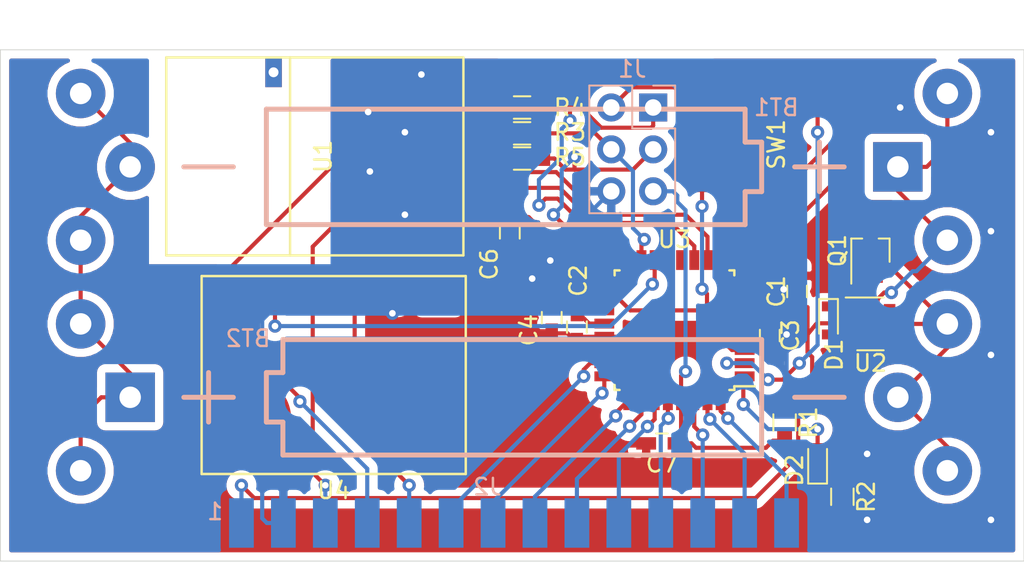
<source format=kicad_pcb>
(kicad_pcb (version 20171130) (host pcbnew 5.1.5-52549c5~84~ubuntu19.04.1)

  (general
    (thickness 1.6)
    (drawings 4)
    (tracks 398)
    (zones 0)
    (modules 23)
    (nets 38)
  )

  (page A4)
  (layers
    (0 F.Cu signal)
    (31 B.Cu signal)
    (32 B.Adhes user)
    (33 F.Adhes user)
    (34 B.Paste user)
    (35 F.Paste user)
    (36 B.SilkS user)
    (37 F.SilkS user)
    (38 B.Mask user)
    (39 F.Mask user)
    (40 Dwgs.User user)
    (41 Cmts.User user)
    (42 Eco1.User user)
    (43 Eco2.User user)
    (44 Edge.Cuts user)
    (45 Margin user)
    (46 B.CrtYd user)
    (47 F.CrtYd user)
    (48 B.Fab user)
    (49 F.Fab user)
  )

  (setup
    (last_trace_width 0.25)
    (trace_clearance 0.25)
    (zone_clearance 0.508)
    (zone_45_only no)
    (trace_min 0.25)
    (via_size 0.8)
    (via_drill 0.4)
    (via_min_size 0.4)
    (via_min_drill 0.3)
    (uvia_size 0.3)
    (uvia_drill 0.1)
    (uvias_allowed no)
    (uvia_min_size 0.2)
    (uvia_min_drill 0.1)
    (edge_width 0.05)
    (segment_width 0.2)
    (pcb_text_width 0.3)
    (pcb_text_size 1.5 1.5)
    (mod_edge_width 0.12)
    (mod_text_size 1 1)
    (mod_text_width 0.15)
    (pad_size 1.524 1.524)
    (pad_drill 0.762)
    (pad_to_mask_clearance 0.051)
    (solder_mask_min_width 0.25)
    (aux_axis_origin 0 0)
    (visible_elements FFFFFF7F)
    (pcbplotparams
      (layerselection 0x010fc_ffffffff)
      (usegerberextensions false)
      (usegerberattributes false)
      (usegerberadvancedattributes false)
      (creategerberjobfile false)
      (excludeedgelayer false)
      (linewidth 0.100000)
      (plotframeref false)
      (viasonmask false)
      (mode 1)
      (useauxorigin false)
      (hpglpennumber 1)
      (hpglpenspeed 20)
      (hpglpendiameter 15.000000)
      (psnegative false)
      (psa4output false)
      (plotreference true)
      (plotvalue true)
      (plotinvisibletext false)
      (padsonsilk false)
      (subtractmaskfromsilk false)
      (outputformat 1)
      (mirror false)
      (drillshape 0)
      (scaleselection 1)
      (outputdirectory "gerber_files/"))
  )

  (net 0 "")
  (net 1 VCC)
  (net 2 "Net-(BT1-Pad2)")
  (net 3 "Net-(BT2-Pad2)")
  (net 4 GND)
  (net 5 "Net-(C2-Pad1)")
  (net 6 Reset)
  (net 7 "Net-(D1-Pad1)")
  (net 8 ISP_MISO)
  (net 9 ISP_SCK)
  (net 10 MOSI)
  (net 11 MISO)
  (net 12 SCK)
  (net 13 CE)
  (net 14 NRF24_CS)
  (net 15 IRQ)
  (net 16 "Net-(U2-Pad6)")
  (net 17 "Net-(U2-Pad4)")
  (net 18 "Net-(U3-Pad22)")
  (net 19 "Net-(U3-Pad19)")
  (net 20 BME280_CS)
  (net 21 "Net-(U3-Pad12)")
  (net 22 PC0)
  (net 23 PC1)
  (net 24 PC2)
  (net 25 PC3)
  (net 26 PC4)
  (net 27 PC5)
  (net 28 PD0)
  (net 29 PD1)
  (net 30 PD2)
  (net 31 "Net-(U3-Pad13)")
  (net 32 ISP_MOSI)
  (net 33 pin_prog_1)
  (net 34 pin_prog_3)
  (net 35 pin_prog_2)
  (net 36 LED)
  (net 37 "Net-(D2-Pad1)")

  (net_class Default "This is the default net class."
    (clearance 0.25)
    (trace_width 0.25)
    (via_dia 0.8)
    (via_drill 0.4)
    (uvia_dia 0.3)
    (uvia_drill 0.1)
    (diff_pair_width 0.25)
    (diff_pair_gap 0.25)
    (add_net BME280_CS)
    (add_net CE)
    (add_net GND)
    (add_net IRQ)
    (add_net ISP_MISO)
    (add_net ISP_MOSI)
    (add_net ISP_SCK)
    (add_net LED)
    (add_net MISO)
    (add_net MOSI)
    (add_net NRF24_CS)
    (add_net "Net-(BT1-Pad2)")
    (add_net "Net-(BT2-Pad2)")
    (add_net "Net-(C2-Pad1)")
    (add_net "Net-(D1-Pad1)")
    (add_net "Net-(D2-Pad1)")
    (add_net "Net-(U2-Pad4)")
    (add_net "Net-(U2-Pad6)")
    (add_net "Net-(U3-Pad12)")
    (add_net "Net-(U3-Pad13)")
    (add_net "Net-(U3-Pad19)")
    (add_net "Net-(U3-Pad22)")
    (add_net PC0)
    (add_net PC1)
    (add_net PC2)
    (add_net PC3)
    (add_net PC4)
    (add_net PC5)
    (add_net PD0)
    (add_net PD1)
    (add_net PD2)
    (add_net Reset)
    (add_net SCK)
    (add_net VCC)
    (add_net pin_prog_1)
    (add_net pin_prog_2)
    (add_net pin_prog_3)
  )

  (module Housings_QFP:LQFP-32_7x7mm_Pitch0.8mm (layer F.Cu) (tedit 54130A77) (tstamp 5E7A7954)
    (at 127.83 48 180)
    (descr "LQFP32: plastic low profile quad flat package; 32 leads; body 7 x 7 x 1.4 mm (see NXP sot358-1_po.pdf and sot358-1_fr.pdf)")
    (tags "QFP 0.8")
    (path /5E857B8D)
    (attr smd)
    (fp_text reference U3 (at 0 5.5) (layer F.SilkS)
      (effects (font (size 1 1) (thickness 0.15)))
    )
    (fp_text value ATmega48PA-AU (at 0 5.85) (layer F.Fab)
      (effects (font (size 1 1) (thickness 0.15)))
    )
    (fp_text user %R (at 0 0) (layer F.Fab)
      (effects (font (size 1 1) (thickness 0.15)))
    )
    (fp_line (start -2.5 -3.5) (end 3.5 -3.5) (layer F.Fab) (width 0.15))
    (fp_line (start 3.5 -3.5) (end 3.5 3.5) (layer F.Fab) (width 0.15))
    (fp_line (start 3.5 3.5) (end -3.5 3.5) (layer F.Fab) (width 0.15))
    (fp_line (start -3.5 3.5) (end -3.5 -2.5) (layer F.Fab) (width 0.15))
    (fp_line (start -3.5 -2.5) (end -2.5 -3.5) (layer F.Fab) (width 0.15))
    (fp_line (start -5.1 -5.1) (end -5.1 5.1) (layer F.CrtYd) (width 0.05))
    (fp_line (start 5.1 -5.1) (end 5.1 5.1) (layer F.CrtYd) (width 0.05))
    (fp_line (start -5.1 -5.1) (end 5.1 -5.1) (layer F.CrtYd) (width 0.05))
    (fp_line (start -5.1 5.1) (end 5.1 5.1) (layer F.CrtYd) (width 0.05))
    (fp_line (start -3.625 -3.625) (end -3.625 -3.4) (layer F.SilkS) (width 0.15))
    (fp_line (start 3.625 -3.625) (end 3.625 -3.325) (layer F.SilkS) (width 0.15))
    (fp_line (start 3.625 3.625) (end 3.625 3.325) (layer F.SilkS) (width 0.15))
    (fp_line (start -3.625 3.625) (end -3.625 3.325) (layer F.SilkS) (width 0.15))
    (fp_line (start -3.625 -3.625) (end -3.325 -3.625) (layer F.SilkS) (width 0.15))
    (fp_line (start -3.625 3.625) (end -3.325 3.625) (layer F.SilkS) (width 0.15))
    (fp_line (start 3.625 3.625) (end 3.325 3.625) (layer F.SilkS) (width 0.15))
    (fp_line (start 3.625 -3.625) (end 3.325 -3.625) (layer F.SilkS) (width 0.15))
    (fp_line (start -3.625 -3.4) (end -4.85 -3.4) (layer F.SilkS) (width 0.15))
    (pad 1 smd rect (at -4.25 -2.8 180) (size 1.2 0.6) (layers F.Cu F.Paste F.Mask)
      (net 36 LED))
    (pad 2 smd rect (at -4.25 -2 180) (size 1.2 0.6) (layers F.Cu F.Paste F.Mask)
      (net 34 pin_prog_3))
    (pad 3 smd rect (at -4.25 -1.2 180) (size 1.2 0.6) (layers F.Cu F.Paste F.Mask)
      (net 4 GND))
    (pad 4 smd rect (at -4.25 -0.4 180) (size 1.2 0.6) (layers F.Cu F.Paste F.Mask)
      (net 1 VCC))
    (pad 5 smd rect (at -4.25 0.4 180) (size 1.2 0.6) (layers F.Cu F.Paste F.Mask)
      (net 4 GND))
    (pad 6 smd rect (at -4.25 1.2 180) (size 1.2 0.6) (layers F.Cu F.Paste F.Mask)
      (net 1 VCC))
    (pad 7 smd rect (at -4.25 2 180) (size 1.2 0.6) (layers F.Cu F.Paste F.Mask)
      (net 33 pin_prog_1))
    (pad 8 smd rect (at -4.25 2.8 180) (size 1.2 0.6) (layers F.Cu F.Paste F.Mask)
      (net 35 pin_prog_2))
    (pad 9 smd rect (at -2.8 4.25 270) (size 1.2 0.6) (layers F.Cu F.Paste F.Mask)
      (net 15 IRQ))
    (pad 10 smd rect (at -2 4.25 270) (size 1.2 0.6) (layers F.Cu F.Paste F.Mask)
      (net 14 NRF24_CS))
    (pad 11 smd rect (at -1.2 4.25 270) (size 1.2 0.6) (layers F.Cu F.Paste F.Mask)
      (net 13 CE))
    (pad 12 smd rect (at -0.4 4.25 270) (size 1.2 0.6) (layers F.Cu F.Paste F.Mask)
      (net 21 "Net-(U3-Pad12)"))
    (pad 13 smd rect (at 0.4 4.25 270) (size 1.2 0.6) (layers F.Cu F.Paste F.Mask)
      (net 31 "Net-(U3-Pad13)"))
    (pad 14 smd rect (at 1.2 4.25 270) (size 1.2 0.6) (layers F.Cu F.Paste F.Mask)
      (net 20 BME280_CS))
    (pad 15 smd rect (at 2 4.25 270) (size 1.2 0.6) (layers F.Cu F.Paste F.Mask)
      (net 32 ISP_MOSI))
    (pad 16 smd rect (at 2.8 4.25 270) (size 1.2 0.6) (layers F.Cu F.Paste F.Mask)
      (net 8 ISP_MISO))
    (pad 17 smd rect (at 4.25 2.8 180) (size 1.2 0.6) (layers F.Cu F.Paste F.Mask)
      (net 9 ISP_SCK))
    (pad 18 smd rect (at 4.25 2 180) (size 1.2 0.6) (layers F.Cu F.Paste F.Mask)
      (net 1 VCC))
    (pad 19 smd rect (at 4.25 1.2 180) (size 1.2 0.6) (layers F.Cu F.Paste F.Mask)
      (net 19 "Net-(U3-Pad19)"))
    (pad 20 smd rect (at 4.25 0.4 180) (size 1.2 0.6) (layers F.Cu F.Paste F.Mask)
      (net 5 "Net-(C2-Pad1)"))
    (pad 21 smd rect (at 4.25 -0.4 180) (size 1.2 0.6) (layers F.Cu F.Paste F.Mask)
      (net 4 GND))
    (pad 22 smd rect (at 4.25 -1.2 180) (size 1.2 0.6) (layers F.Cu F.Paste F.Mask)
      (net 18 "Net-(U3-Pad22)"))
    (pad 23 smd rect (at 4.25 -2 180) (size 1.2 0.6) (layers F.Cu F.Paste F.Mask)
      (net 22 PC0))
    (pad 24 smd rect (at 4.25 -2.8 180) (size 1.2 0.6) (layers F.Cu F.Paste F.Mask)
      (net 23 PC1))
    (pad 25 smd rect (at 2.8 -4.25 270) (size 1.2 0.6) (layers F.Cu F.Paste F.Mask)
      (net 24 PC2))
    (pad 26 smd rect (at 2 -4.25 270) (size 1.2 0.6) (layers F.Cu F.Paste F.Mask)
      (net 25 PC3))
    (pad 27 smd rect (at 1.2 -4.25 270) (size 1.2 0.6) (layers F.Cu F.Paste F.Mask)
      (net 26 PC4))
    (pad 28 smd rect (at 0.4 -4.25 270) (size 1.2 0.6) (layers F.Cu F.Paste F.Mask)
      (net 27 PC5))
    (pad 29 smd rect (at -0.4 -4.25 270) (size 1.2 0.6) (layers F.Cu F.Paste F.Mask)
      (net 6 Reset))
    (pad 30 smd rect (at -1.2 -4.25 270) (size 1.2 0.6) (layers F.Cu F.Paste F.Mask)
      (net 28 PD0))
    (pad 31 smd rect (at -2 -4.25 270) (size 1.2 0.6) (layers F.Cu F.Paste F.Mask)
      (net 29 PD1))
    (pad 32 smd rect (at -2.8 -4.25 270) (size 1.2 0.6) (layers F.Cu F.Paste F.Mask)
      (net 30 PD2))
    (model ${KISYS3DMOD}/Housings_QFP.3dshapes/LQFP-32_7x7mm_Pitch0.8mm.wrl
      (at (xyz 0 0 0))
      (scale (xyz 1 1 1))
      (rotate (xyz 0 0 0))
    )
  )

  (module Capacitors_SMD:C_0603_HandSoldering (layer F.Cu) (tedit 58AA848B) (tstamp 5E7A2D4B)
    (at 135.255 45.654 90)
    (descr "Capacitor SMD 0603, hand soldering")
    (tags "capacitor 0603")
    (path /5E5D6526)
    (attr smd)
    (fp_text reference C1 (at 0 -1.25 90) (layer F.SilkS)
      (effects (font (size 1 1) (thickness 0.15)))
    )
    (fp_text value 10uF (at 0 1.5 90) (layer F.Fab)
      (effects (font (size 1 1) (thickness 0.15)))
    )
    (fp_text user %R (at 0 -1.25 90) (layer F.Fab)
      (effects (font (size 1 1) (thickness 0.15)))
    )
    (fp_line (start -0.8 0.4) (end -0.8 -0.4) (layer F.Fab) (width 0.1))
    (fp_line (start 0.8 0.4) (end -0.8 0.4) (layer F.Fab) (width 0.1))
    (fp_line (start 0.8 -0.4) (end 0.8 0.4) (layer F.Fab) (width 0.1))
    (fp_line (start -0.8 -0.4) (end 0.8 -0.4) (layer F.Fab) (width 0.1))
    (fp_line (start -0.35 -0.6) (end 0.35 -0.6) (layer F.SilkS) (width 0.12))
    (fp_line (start 0.35 0.6) (end -0.35 0.6) (layer F.SilkS) (width 0.12))
    (fp_line (start -1.8 -0.65) (end 1.8 -0.65) (layer F.CrtYd) (width 0.05))
    (fp_line (start -1.8 -0.65) (end -1.8 0.65) (layer F.CrtYd) (width 0.05))
    (fp_line (start 1.8 0.65) (end 1.8 -0.65) (layer F.CrtYd) (width 0.05))
    (fp_line (start 1.8 0.65) (end -1.8 0.65) (layer F.CrtYd) (width 0.05))
    (pad 1 smd rect (at -0.95 0 90) (size 1.2 0.75) (layers F.Cu F.Paste F.Mask)
      (net 1 VCC))
    (pad 2 smd rect (at 0.95 0 90) (size 1.2 0.75) (layers F.Cu F.Paste F.Mask)
      (net 4 GND))
    (model Capacitors_SMD.3dshapes/C_0603.wrl
      (at (xyz 0 0 0))
      (scale (xyz 1 1 1))
      (rotate (xyz 0 0 0))
    )
  )

  (module Capacitors_SMD:C_0603_HandSoldering (layer F.Cu) (tedit 58AA848B) (tstamp 5E7A79E8)
    (at 121.92 47.813 270)
    (descr "Capacitor SMD 0603, hand soldering")
    (tags "capacitor 0603")
    (path /5E863B11)
    (attr smd)
    (fp_text reference C2 (at -2.813 -0.08 90) (layer F.SilkS)
      (effects (font (size 1 1) (thickness 0.15)))
    )
    (fp_text value 100n (at 0 1.5 90) (layer F.Fab)
      (effects (font (size 1 1) (thickness 0.15)))
    )
    (fp_text user %R (at -2.813 -0.08 90) (layer F.Fab)
      (effects (font (size 1 1) (thickness 0.15)))
    )
    (fp_line (start -0.8 0.4) (end -0.8 -0.4) (layer F.Fab) (width 0.1))
    (fp_line (start 0.8 0.4) (end -0.8 0.4) (layer F.Fab) (width 0.1))
    (fp_line (start 0.8 -0.4) (end 0.8 0.4) (layer F.Fab) (width 0.1))
    (fp_line (start -0.8 -0.4) (end 0.8 -0.4) (layer F.Fab) (width 0.1))
    (fp_line (start -0.35 -0.6) (end 0.35 -0.6) (layer F.SilkS) (width 0.12))
    (fp_line (start 0.35 0.6) (end -0.35 0.6) (layer F.SilkS) (width 0.12))
    (fp_line (start -1.8 -0.65) (end 1.8 -0.65) (layer F.CrtYd) (width 0.05))
    (fp_line (start -1.8 -0.65) (end -1.8 0.65) (layer F.CrtYd) (width 0.05))
    (fp_line (start 1.8 0.65) (end 1.8 -0.65) (layer F.CrtYd) (width 0.05))
    (fp_line (start 1.8 0.65) (end -1.8 0.65) (layer F.CrtYd) (width 0.05))
    (pad 1 smd rect (at -0.95 0 270) (size 1.2 0.75) (layers F.Cu F.Paste F.Mask)
      (net 5 "Net-(C2-Pad1)"))
    (pad 2 smd rect (at 0.95 0 270) (size 1.2 0.75) (layers F.Cu F.Paste F.Mask)
      (net 4 GND))
    (model Capacitors_SMD.3dshapes/C_0603.wrl
      (at (xyz 0 0 0))
      (scale (xyz 1 1 1))
      (rotate (xyz 0 0 0))
    )
  )

  (module Capacitors_SMD:C_0603_HandSoldering (layer F.Cu) (tedit 58AA848B) (tstamp 5E7B0144)
    (at 133.604 48.326 270)
    (descr "Capacitor SMD 0603, hand soldering")
    (tags "capacitor 0603")
    (path /5E888344)
    (attr smd)
    (fp_text reference C3 (at 0 -1.25 90) (layer F.SilkS)
      (effects (font (size 1 1) (thickness 0.15)))
    )
    (fp_text value 100n (at 0 1.5 90) (layer F.Fab)
      (effects (font (size 1 1) (thickness 0.15)))
    )
    (fp_text user %R (at 0 -1.25 90) (layer F.Fab)
      (effects (font (size 1 1) (thickness 0.15)))
    )
    (fp_line (start -0.8 0.4) (end -0.8 -0.4) (layer F.Fab) (width 0.1))
    (fp_line (start 0.8 0.4) (end -0.8 0.4) (layer F.Fab) (width 0.1))
    (fp_line (start 0.8 -0.4) (end 0.8 0.4) (layer F.Fab) (width 0.1))
    (fp_line (start -0.8 -0.4) (end 0.8 -0.4) (layer F.Fab) (width 0.1))
    (fp_line (start -0.35 -0.6) (end 0.35 -0.6) (layer F.SilkS) (width 0.12))
    (fp_line (start 0.35 0.6) (end -0.35 0.6) (layer F.SilkS) (width 0.12))
    (fp_line (start -1.8 -0.65) (end 1.8 -0.65) (layer F.CrtYd) (width 0.05))
    (fp_line (start -1.8 -0.65) (end -1.8 0.65) (layer F.CrtYd) (width 0.05))
    (fp_line (start 1.8 0.65) (end 1.8 -0.65) (layer F.CrtYd) (width 0.05))
    (fp_line (start 1.8 0.65) (end -1.8 0.65) (layer F.CrtYd) (width 0.05))
    (pad 1 smd rect (at -0.95 0 270) (size 1.2 0.75) (layers F.Cu F.Paste F.Mask)
      (net 1 VCC))
    (pad 2 smd rect (at 0.95 0 270) (size 1.2 0.75) (layers F.Cu F.Paste F.Mask)
      (net 4 GND))
    (model Capacitors_SMD.3dshapes/C_0603.wrl
      (at (xyz 0 0 0))
      (scale (xyz 1 1 1))
      (rotate (xyz 0 0 0))
    )
  )

  (module Capacitors_SMD:C_0603_HandSoldering (layer F.Cu) (tedit 58AA848B) (tstamp 5E7A143B)
    (at 117.856 42.098 90)
    (descr "Capacitor SMD 0603, hand soldering")
    (tags "capacitor 0603")
    (path /5E588ABC)
    (attr smd)
    (fp_text reference C6 (at -1.902 -1.25 90) (layer F.SilkS)
      (effects (font (size 1 1) (thickness 0.15)))
    )
    (fp_text value 100n (at 0 1.5 90) (layer F.Fab)
      (effects (font (size 1 1) (thickness 0.15)))
    )
    (fp_text user %R (at -1.902 -1.25 90) (layer F.Fab)
      (effects (font (size 1 1) (thickness 0.15)))
    )
    (fp_line (start -0.8 0.4) (end -0.8 -0.4) (layer F.Fab) (width 0.1))
    (fp_line (start 0.8 0.4) (end -0.8 0.4) (layer F.Fab) (width 0.1))
    (fp_line (start 0.8 -0.4) (end 0.8 0.4) (layer F.Fab) (width 0.1))
    (fp_line (start -0.8 -0.4) (end 0.8 -0.4) (layer F.Fab) (width 0.1))
    (fp_line (start -0.35 -0.6) (end 0.35 -0.6) (layer F.SilkS) (width 0.12))
    (fp_line (start 0.35 0.6) (end -0.35 0.6) (layer F.SilkS) (width 0.12))
    (fp_line (start -1.8 -0.65) (end 1.8 -0.65) (layer F.CrtYd) (width 0.05))
    (fp_line (start -1.8 -0.65) (end -1.8 0.65) (layer F.CrtYd) (width 0.05))
    (fp_line (start 1.8 0.65) (end 1.8 -0.65) (layer F.CrtYd) (width 0.05))
    (fp_line (start 1.8 0.65) (end -1.8 0.65) (layer F.CrtYd) (width 0.05))
    (pad 1 smd rect (at -0.95 0 90) (size 1.2 0.75) (layers F.Cu F.Paste F.Mask)
      (net 1 VCC))
    (pad 2 smd rect (at 0.95 0 90) (size 1.2 0.75) (layers F.Cu F.Paste F.Mask)
      (net 4 GND))
    (model Capacitors_SMD.3dshapes/C_0603.wrl
      (at (xyz 0 0 0))
      (scale (xyz 1 1 1))
      (rotate (xyz 0 0 0))
    )
  )

  (module Capacitors_SMD:C_0603_HandSoldering (layer F.Cu) (tedit 58AA848B) (tstamp 5E7A144C)
    (at 127.066 54.864 180)
    (descr "Capacitor SMD 0603, hand soldering")
    (tags "capacitor 0603")
    (path /5E81E0CA)
    (attr smd)
    (fp_text reference C7 (at 0 -1.25) (layer F.SilkS)
      (effects (font (size 1 1) (thickness 0.15)))
    )
    (fp_text value 100n (at 0 1.5) (layer F.Fab)
      (effects (font (size 1 1) (thickness 0.15)))
    )
    (fp_text user %R (at 0 -1.25) (layer F.Fab)
      (effects (font (size 1 1) (thickness 0.15)))
    )
    (fp_line (start -0.8 0.4) (end -0.8 -0.4) (layer F.Fab) (width 0.1))
    (fp_line (start 0.8 0.4) (end -0.8 0.4) (layer F.Fab) (width 0.1))
    (fp_line (start 0.8 -0.4) (end 0.8 0.4) (layer F.Fab) (width 0.1))
    (fp_line (start -0.8 -0.4) (end 0.8 -0.4) (layer F.Fab) (width 0.1))
    (fp_line (start -0.35 -0.6) (end 0.35 -0.6) (layer F.SilkS) (width 0.12))
    (fp_line (start 0.35 0.6) (end -0.35 0.6) (layer F.SilkS) (width 0.12))
    (fp_line (start -1.8 -0.65) (end 1.8 -0.65) (layer F.CrtYd) (width 0.05))
    (fp_line (start -1.8 -0.65) (end -1.8 0.65) (layer F.CrtYd) (width 0.05))
    (fp_line (start 1.8 0.65) (end 1.8 -0.65) (layer F.CrtYd) (width 0.05))
    (fp_line (start 1.8 0.65) (end -1.8 0.65) (layer F.CrtYd) (width 0.05))
    (pad 1 smd rect (at -0.95 0 180) (size 1.2 0.75) (layers F.Cu F.Paste F.Mask)
      (net 6 Reset))
    (pad 2 smd rect (at 0.95 0 180) (size 1.2 0.75) (layers F.Cu F.Paste F.Mask)
      (net 4 GND))
    (model Capacitors_SMD.3dshapes/C_0603.wrl
      (at (xyz 0 0 0))
      (scale (xyz 1 1 1))
      (rotate (xyz 0 0 0))
    )
  )

  (module Diodes_SMD:D_0603 (layer F.Cu) (tedit 590CE922) (tstamp 5E7A2C47)
    (at 137.16 47.41 270)
    (descr "Diode SMD in 0603 package http://datasheets.avx.com/schottky.pdf")
    (tags "smd diode")
    (path /5E5B4A6A)
    (attr smd)
    (fp_text reference D1 (at 2.09 -0.34 90) (layer F.SilkS)
      (effects (font (size 1 1) (thickness 0.15)))
    )
    (fp_text value " ESDZL5-1F4" (at 0 1.4 90) (layer F.Fab)
      (effects (font (size 1 1) (thickness 0.15)))
    )
    (fp_text user %R (at 0 -1.4 90) (layer F.Fab)
      (effects (font (size 1 1) (thickness 0.15)))
    )
    (fp_line (start -1.3 -0.57) (end -1.3 0.57) (layer F.SilkS) (width 0.12))
    (fp_line (start 1.4 0.67) (end 1.4 -0.67) (layer F.CrtYd) (width 0.05))
    (fp_line (start -1.4 0.67) (end 1.4 0.67) (layer F.CrtYd) (width 0.05))
    (fp_line (start -1.4 -0.67) (end -1.4 0.67) (layer F.CrtYd) (width 0.05))
    (fp_line (start 1.4 -0.67) (end -1.4 -0.67) (layer F.CrtYd) (width 0.05))
    (fp_line (start 0.2 0) (end 0.4 0) (layer F.Fab) (width 0.1))
    (fp_line (start -0.1 0) (end -0.3 0) (layer F.Fab) (width 0.1))
    (fp_line (start -0.1 -0.2) (end -0.1 0.2) (layer F.Fab) (width 0.1))
    (fp_line (start 0.2 0.2) (end 0.2 -0.2) (layer F.Fab) (width 0.1))
    (fp_line (start -0.1 0) (end 0.2 0.2) (layer F.Fab) (width 0.1))
    (fp_line (start 0.2 -0.2) (end -0.1 0) (layer F.Fab) (width 0.1))
    (fp_line (start -0.8 0.45) (end -0.8 -0.45) (layer F.Fab) (width 0.1))
    (fp_line (start 0.8 0.45) (end -0.8 0.45) (layer F.Fab) (width 0.1))
    (fp_line (start 0.8 -0.45) (end 0.8 0.45) (layer F.Fab) (width 0.1))
    (fp_line (start -0.8 -0.45) (end 0.8 -0.45) (layer F.Fab) (width 0.1))
    (fp_line (start -1.3 0.57) (end 0.8 0.57) (layer F.SilkS) (width 0.12))
    (fp_line (start -1.3 -0.57) (end 0.8 -0.57) (layer F.SilkS) (width 0.12))
    (pad 1 smd rect (at -0.85 0 270) (size 0.6 0.8) (layers F.Cu F.Paste F.Mask)
      (net 7 "Net-(D1-Pad1)"))
    (pad 2 smd rect (at 0.85 0 270) (size 0.6 0.8) (layers F.Cu F.Paste F.Mask)
      (net 3 "Net-(BT2-Pad2)"))
    (model ${KISYS3DMOD}/Diodes_SMD.3dshapes/D_0603.wrl
      (at (xyz 0 0 0))
      (scale (xyz 1 1 1))
      (rotate (xyz 0 0 0))
    )
  )

  (module Pin_Headers:Pin_Header_Straight_2x03_Pitch2.54mm (layer B.Cu) (tedit 59650532) (tstamp 5E7A8215)
    (at 126.54 34.5 180)
    (descr "Through hole straight pin header, 2x03, 2.54mm pitch, double rows")
    (tags "Through hole pin header THT 2x03 2.54mm double row")
    (path /5E81C273)
    (fp_text reference J1 (at 1.27 2.33) (layer B.SilkS)
      (effects (font (size 1 1) (thickness 0.15)) (justify mirror))
    )
    (fp_text value Conn_02x03_Odd_Even (at 1.27 -7.41) (layer B.Fab)
      (effects (font (size 1 1) (thickness 0.15)) (justify mirror))
    )
    (fp_line (start 0 1.27) (end 3.81 1.27) (layer B.Fab) (width 0.1))
    (fp_line (start 3.81 1.27) (end 3.81 -6.35) (layer B.Fab) (width 0.1))
    (fp_line (start 3.81 -6.35) (end -1.27 -6.35) (layer B.Fab) (width 0.1))
    (fp_line (start -1.27 -6.35) (end -1.27 0) (layer B.Fab) (width 0.1))
    (fp_line (start -1.27 0) (end 0 1.27) (layer B.Fab) (width 0.1))
    (fp_line (start -1.33 -6.41) (end 3.87 -6.41) (layer B.SilkS) (width 0.12))
    (fp_line (start -1.33 -1.27) (end -1.33 -6.41) (layer B.SilkS) (width 0.12))
    (fp_line (start 3.87 1.33) (end 3.87 -6.41) (layer B.SilkS) (width 0.12))
    (fp_line (start -1.33 -1.27) (end 1.27 -1.27) (layer B.SilkS) (width 0.12))
    (fp_line (start 1.27 -1.27) (end 1.27 1.33) (layer B.SilkS) (width 0.12))
    (fp_line (start 1.27 1.33) (end 3.87 1.33) (layer B.SilkS) (width 0.12))
    (fp_line (start -1.33 0) (end -1.33 1.33) (layer B.SilkS) (width 0.12))
    (fp_line (start -1.33 1.33) (end 0 1.33) (layer B.SilkS) (width 0.12))
    (fp_line (start -1.8 1.8) (end -1.8 -6.85) (layer B.CrtYd) (width 0.05))
    (fp_line (start -1.8 -6.85) (end 4.35 -6.85) (layer B.CrtYd) (width 0.05))
    (fp_line (start 4.35 -6.85) (end 4.35 1.8) (layer B.CrtYd) (width 0.05))
    (fp_line (start 4.35 1.8) (end -1.8 1.8) (layer B.CrtYd) (width 0.05))
    (fp_text user %R (at 1.27 -2.54 180) (layer B.Fab)
      (effects (font (size 1 1) (thickness 0.15)) (justify mirror))
    )
    (pad 1 thru_hole rect (at 0 0 180) (size 1.7 1.7) (drill 1) (layers *.Cu *.Mask)
      (net 8 ISP_MISO))
    (pad 2 thru_hole oval (at 2.54 0 180) (size 1.7 1.7) (drill 1) (layers *.Cu *.Mask)
      (net 1 VCC))
    (pad 3 thru_hole oval (at 0 -2.54 180) (size 1.7 1.7) (drill 1) (layers *.Cu *.Mask)
      (net 9 ISP_SCK))
    (pad 4 thru_hole oval (at 2.54 -2.54 180) (size 1.7 1.7) (drill 1) (layers *.Cu *.Mask)
      (net 32 ISP_MOSI))
    (pad 5 thru_hole oval (at 0 -5.08 180) (size 1.7 1.7) (drill 1) (layers *.Cu *.Mask)
      (net 6 Reset))
    (pad 6 thru_hole oval (at 2.54 -5.08 180) (size 1.7 1.7) (drill 1) (layers *.Cu *.Mask)
      (net 4 GND))
    (model ${KISYS3DMOD}/Pin_Headers.3dshapes/Pin_Header_Straight_2x03_Pitch2.54mm.wrl
      (at (xyz 0 0 0))
      (scale (xyz 1 1 1))
      (rotate (xyz 0 0 0))
    )
  )

  (module Resistors_SMD:R_0603_HandSoldering (layer F.Cu) (tedit 58E0A804) (tstamp 5E7A4C3D)
    (at 134.5 53.6 270)
    (descr "Resistor SMD 0603, hand soldering")
    (tags "resistor 0603")
    (path /5E8179ED)
    (attr smd)
    (fp_text reference R1 (at 0 -1.45 90) (layer F.SilkS)
      (effects (font (size 1 1) (thickness 0.15)))
    )
    (fp_text value 4k7 (at 0 1.55 90) (layer F.Fab)
      (effects (font (size 1 1) (thickness 0.15)))
    )
    (fp_text user %R (at 0 0 90) (layer F.Fab)
      (effects (font (size 0.4 0.4) (thickness 0.075)))
    )
    (fp_line (start -0.8 0.4) (end -0.8 -0.4) (layer F.Fab) (width 0.1))
    (fp_line (start 0.8 0.4) (end -0.8 0.4) (layer F.Fab) (width 0.1))
    (fp_line (start 0.8 -0.4) (end 0.8 0.4) (layer F.Fab) (width 0.1))
    (fp_line (start -0.8 -0.4) (end 0.8 -0.4) (layer F.Fab) (width 0.1))
    (fp_line (start 0.5 0.68) (end -0.5 0.68) (layer F.SilkS) (width 0.12))
    (fp_line (start -0.5 -0.68) (end 0.5 -0.68) (layer F.SilkS) (width 0.12))
    (fp_line (start -1.96 -0.7) (end 1.95 -0.7) (layer F.CrtYd) (width 0.05))
    (fp_line (start -1.96 -0.7) (end -1.96 0.7) (layer F.CrtYd) (width 0.05))
    (fp_line (start 1.95 0.7) (end 1.95 -0.7) (layer F.CrtYd) (width 0.05))
    (fp_line (start 1.95 0.7) (end -1.96 0.7) (layer F.CrtYd) (width 0.05))
    (pad 1 smd rect (at -1.1 0 270) (size 1.2 0.9) (layers F.Cu F.Paste F.Mask)
      (net 1 VCC))
    (pad 2 smd rect (at 1.1 0 270) (size 1.2 0.9) (layers F.Cu F.Paste F.Mask)
      (net 6 Reset))
    (model ${KISYS3DMOD}/Resistors_SMD.3dshapes/R_0603.wrl
      (at (xyz 0 0 0))
      (scale (xyz 1 1 1))
      (rotate (xyz 0 0 0))
    )
  )

  (module Resistors_SMD:R_0603_HandSoldering (layer F.Cu) (tedit 58E0A804) (tstamp 5E7A71E9)
    (at 118.6 36.068)
    (descr "Resistor SMD 0603, hand soldering")
    (tags "resistor 0603")
    (path /5E925192)
    (attr smd)
    (fp_text reference R3 (at 2.9 -0.068) (layer F.SilkS)
      (effects (font (size 1 1) (thickness 0.15)))
    )
    (fp_text value 330 (at 0 1.55) (layer F.Fab)
      (effects (font (size 1 1) (thickness 0.15)))
    )
    (fp_text user %R (at 0 0) (layer F.Fab)
      (effects (font (size 0.4 0.4) (thickness 0.075)))
    )
    (fp_line (start -0.8 0.4) (end -0.8 -0.4) (layer F.Fab) (width 0.1))
    (fp_line (start 0.8 0.4) (end -0.8 0.4) (layer F.Fab) (width 0.1))
    (fp_line (start 0.8 -0.4) (end 0.8 0.4) (layer F.Fab) (width 0.1))
    (fp_line (start -0.8 -0.4) (end 0.8 -0.4) (layer F.Fab) (width 0.1))
    (fp_line (start 0.5 0.68) (end -0.5 0.68) (layer F.SilkS) (width 0.12))
    (fp_line (start -0.5 -0.68) (end 0.5 -0.68) (layer F.SilkS) (width 0.12))
    (fp_line (start -1.96 -0.7) (end 1.95 -0.7) (layer F.CrtYd) (width 0.05))
    (fp_line (start -1.96 -0.7) (end -1.96 0.7) (layer F.CrtYd) (width 0.05))
    (fp_line (start 1.95 0.7) (end 1.95 -0.7) (layer F.CrtYd) (width 0.05))
    (fp_line (start 1.95 0.7) (end -1.96 0.7) (layer F.CrtYd) (width 0.05))
    (pad 1 smd rect (at -1.1 0) (size 1.2 0.9) (layers F.Cu F.Paste F.Mask)
      (net 10 MOSI))
    (pad 2 smd rect (at 1.1 0) (size 1.2 0.9) (layers F.Cu F.Paste F.Mask)
      (net 32 ISP_MOSI))
    (model ${KISYS3DMOD}/Resistors_SMD.3dshapes/R_0603.wrl
      (at (xyz 0 0 0))
      (scale (xyz 1 1 1))
      (rotate (xyz 0 0 0))
    )
  )

  (module Resistors_SMD:R_0603_HandSoldering (layer F.Cu) (tedit 58E0A804) (tstamp 5E7A3F13)
    (at 118.6 34.5)
    (descr "Resistor SMD 0603, hand soldering")
    (tags "resistor 0603")
    (path /5E92566D)
    (attr smd)
    (fp_text reference R4 (at 2.9 0) (layer F.SilkS)
      (effects (font (size 1 1) (thickness 0.15)))
    )
    (fp_text value 330 (at 0 1.55) (layer F.Fab)
      (effects (font (size 1 1) (thickness 0.15)))
    )
    (fp_text user %R (at 0 0) (layer F.Fab)
      (effects (font (size 0.4 0.4) (thickness 0.075)))
    )
    (fp_line (start -0.8 0.4) (end -0.8 -0.4) (layer F.Fab) (width 0.1))
    (fp_line (start 0.8 0.4) (end -0.8 0.4) (layer F.Fab) (width 0.1))
    (fp_line (start 0.8 -0.4) (end 0.8 0.4) (layer F.Fab) (width 0.1))
    (fp_line (start -0.8 -0.4) (end 0.8 -0.4) (layer F.Fab) (width 0.1))
    (fp_line (start 0.5 0.68) (end -0.5 0.68) (layer F.SilkS) (width 0.12))
    (fp_line (start -0.5 -0.68) (end 0.5 -0.68) (layer F.SilkS) (width 0.12))
    (fp_line (start -1.96 -0.7) (end 1.95 -0.7) (layer F.CrtYd) (width 0.05))
    (fp_line (start -1.96 -0.7) (end -1.96 0.7) (layer F.CrtYd) (width 0.05))
    (fp_line (start 1.95 0.7) (end 1.95 -0.7) (layer F.CrtYd) (width 0.05))
    (fp_line (start 1.95 0.7) (end -1.96 0.7) (layer F.CrtYd) (width 0.05))
    (pad 1 smd rect (at -1.1 0) (size 1.2 0.9) (layers F.Cu F.Paste F.Mask)
      (net 11 MISO))
    (pad 2 smd rect (at 1.1 0) (size 1.2 0.9) (layers F.Cu F.Paste F.Mask)
      (net 8 ISP_MISO))
    (model ${KISYS3DMOD}/Resistors_SMD.3dshapes/R_0603.wrl
      (at (xyz 0 0 0))
      (scale (xyz 1 1 1))
      (rotate (xyz 0 0 0))
    )
  )

  (module Resistors_SMD:R_0603_HandSoldering (layer F.Cu) (tedit 58E0A804) (tstamp 5E7A3F43)
    (at 118.6 37.592)
    (descr "Resistor SMD 0603, hand soldering")
    (tags "resistor 0603")
    (path /5E9299BA)
    (attr smd)
    (fp_text reference R5 (at 2.9 -0.092) (layer F.SilkS)
      (effects (font (size 1 1) (thickness 0.15)))
    )
    (fp_text value 330 (at 0 1.55) (layer F.Fab)
      (effects (font (size 1 1) (thickness 0.15)))
    )
    (fp_text user %R (at 0 0) (layer F.Fab)
      (effects (font (size 0.4 0.4) (thickness 0.075)))
    )
    (fp_line (start -0.8 0.4) (end -0.8 -0.4) (layer F.Fab) (width 0.1))
    (fp_line (start 0.8 0.4) (end -0.8 0.4) (layer F.Fab) (width 0.1))
    (fp_line (start 0.8 -0.4) (end 0.8 0.4) (layer F.Fab) (width 0.1))
    (fp_line (start -0.8 -0.4) (end 0.8 -0.4) (layer F.Fab) (width 0.1))
    (fp_line (start 0.5 0.68) (end -0.5 0.68) (layer F.SilkS) (width 0.12))
    (fp_line (start -0.5 -0.68) (end 0.5 -0.68) (layer F.SilkS) (width 0.12))
    (fp_line (start -1.96 -0.7) (end 1.95 -0.7) (layer F.CrtYd) (width 0.05))
    (fp_line (start -1.96 -0.7) (end -1.96 0.7) (layer F.CrtYd) (width 0.05))
    (fp_line (start 1.95 0.7) (end 1.95 -0.7) (layer F.CrtYd) (width 0.05))
    (fp_line (start 1.95 0.7) (end -1.96 0.7) (layer F.CrtYd) (width 0.05))
    (pad 1 smd rect (at -1.1 0) (size 1.2 0.9) (layers F.Cu F.Paste F.Mask)
      (net 12 SCK))
    (pad 2 smd rect (at 1.1 0) (size 1.2 0.9) (layers F.Cu F.Paste F.Mask)
      (net 9 ISP_SCK))
    (model ${KISYS3DMOD}/Resistors_SMD.3dshapes/R_0603.wrl
      (at (xyz 0 0 0))
      (scale (xyz 1 1 1))
      (rotate (xyz 0 0 0))
    )
  )

  (module Housings_SSOP:TSOP-5_1.65x3.05mm_Pitch0.95mm (layer F.Cu) (tedit 59EF70C1) (tstamp 5E7A2C89)
    (at 139.7 47.62)
    (descr "TSOP-5 package (comparable to TSOT-23), https://www.vishay.com/docs/71200/71200.pdf")
    (tags "Jedec MO-193C TSOP-5L")
    (path /5E8BAA55)
    (attr smd)
    (fp_text reference U2 (at 0 2.38) (layer F.SilkS)
      (effects (font (size 1 1) (thickness 0.15)))
    )
    (fp_text value BU4920G-TR (at 0 2.5) (layer F.Fab)
      (effects (font (size 1 1) (thickness 0.15)))
    )
    (fp_text user %R (at 0 0 90) (layer F.Fab)
      (effects (font (size 0.5 0.5) (thickness 0.075)))
    )
    (fp_line (start -0.8 1.6) (end 0.8 1.6) (layer F.SilkS) (width 0.12))
    (fp_line (start 0.8 -1.6) (end -1.5 -1.6) (layer F.SilkS) (width 0.12))
    (fp_line (start -0.825 -1.1) (end -0.425 -1.525) (layer F.Fab) (width 0.1))
    (fp_line (start 0.825 -1.525) (end -0.425 -1.525) (layer F.Fab) (width 0.1))
    (fp_line (start -0.825 -1.1) (end -0.825 1.525) (layer F.Fab) (width 0.1))
    (fp_line (start 0.825 1.525) (end -0.825 1.525) (layer F.Fab) (width 0.1))
    (fp_line (start 0.825 -1.525) (end 0.825 1.525) (layer F.Fab) (width 0.1))
    (fp_line (start -1.76 -1.78) (end 1.76 -1.78) (layer F.CrtYd) (width 0.05))
    (fp_line (start -1.76 -1.78) (end -1.76 1.77) (layer F.CrtYd) (width 0.05))
    (fp_line (start 1.76 1.77) (end 1.76 -1.78) (layer F.CrtYd) (width 0.05))
    (fp_line (start 1.76 1.77) (end -1.76 1.77) (layer F.CrtYd) (width 0.05))
    (pad 1 smd rect (at -1.16 -0.95) (size 0.7 0.51) (layers F.Cu F.Paste F.Mask)
      (net 7 "Net-(D1-Pad1)"))
    (pad 2 smd rect (at -1.16 0) (size 0.7 0.51) (layers F.Cu F.Paste F.Mask)
      (net 1 VCC))
    (pad 3 smd rect (at -1.16 0.95) (size 0.7 0.51) (layers F.Cu F.Paste F.Mask)
      (net 3 "Net-(BT2-Pad2)"))
    (pad 4 smd rect (at 1.16 0.95) (size 0.7 0.51) (layers F.Cu F.Paste F.Mask)
      (net 17 "Net-(U2-Pad4)"))
    (pad 6 smd rect (at 1.16 -0.95) (size 0.7 0.51) (layers F.Cu F.Paste F.Mask)
      (net 16 "Net-(U2-Pad6)"))
    (model ${KISYS3DMOD}/Housings_SSOP.3dshapes/TSOP-5_1.65x3.05mm_Pitch0.95mm.wrl
      (at (xyz 0 0 0))
      (scale (xyz 1 1 1))
      (rotate (xyz 0 0 0))
    )
  )

  (module Capacitors_SMD:C_0603_HandSoldering (layer F.Cu) (tedit 58AA848B) (tstamp 5E7A78A4)
    (at 120.396 47.244 270)
    (descr "Capacitor SMD 0603, hand soldering")
    (tags "capacitor 0603")
    (path /5E817D49)
    (attr smd)
    (fp_text reference C4 (at 0.756 1.396 90) (layer F.SilkS)
      (effects (font (size 1 1) (thickness 0.15)))
    )
    (fp_text value 100n (at 0 1.5 90) (layer F.Fab)
      (effects (font (size 1 1) (thickness 0.15)))
    )
    (fp_text user %R (at 0 -1.25 90) (layer F.Fab)
      (effects (font (size 1 1) (thickness 0.15)))
    )
    (fp_line (start -0.8 0.4) (end -0.8 -0.4) (layer F.Fab) (width 0.1))
    (fp_line (start 0.8 0.4) (end -0.8 0.4) (layer F.Fab) (width 0.1))
    (fp_line (start 0.8 -0.4) (end 0.8 0.4) (layer F.Fab) (width 0.1))
    (fp_line (start -0.8 -0.4) (end 0.8 -0.4) (layer F.Fab) (width 0.1))
    (fp_line (start -0.35 -0.6) (end 0.35 -0.6) (layer F.SilkS) (width 0.12))
    (fp_line (start 0.35 0.6) (end -0.35 0.6) (layer F.SilkS) (width 0.12))
    (fp_line (start -1.8 -0.65) (end 1.8 -0.65) (layer F.CrtYd) (width 0.05))
    (fp_line (start -1.8 -0.65) (end -1.8 0.65) (layer F.CrtYd) (width 0.05))
    (fp_line (start 1.8 0.65) (end 1.8 -0.65) (layer F.CrtYd) (width 0.05))
    (fp_line (start 1.8 0.65) (end -1.8 0.65) (layer F.CrtYd) (width 0.05))
    (pad 1 smd rect (at -0.95 0 270) (size 1.2 0.75) (layers F.Cu F.Paste F.Mask)
      (net 1 VCC))
    (pad 2 smd rect (at 0.95 0 270) (size 1.2 0.75) (layers F.Cu F.Paste F.Mask)
      (net 4 GND))
    (model Capacitors_SMD.3dshapes/C_0603.wrl
      (at (xyz 0 0 0))
      (scale (xyz 1 1 1))
      (rotate (xyz 0 0 0))
    )
  )

  (module footprints:aaa_holder_keystone_591+597 (layer B.Cu) (tedit 5E7A314B) (tstamp 5E7AFEE5)
    (at 118.11 38.1)
    (descr "Footprint for a AAA-battery holder using the Keystone 591 and 597")
    (path /5E5BF5B4)
    (fp_text reference BT1 (at 15.89 -3.6) (layer B.SilkS)
      (effects (font (size 1 1) (thickness 0.15)) (justify mirror))
    )
    (fp_text value "AAA battery" (at 0 -8.89) (layer B.Fab)
      (effects (font (size 1 1) (thickness 0.15)) (justify mirror))
    )
    (fp_line (start -17 0) (end -20 0) (layer B.SilkS) (width 0.3))
    (fp_line (start 18.5 1.5) (end 18.5 -1.5) (layer B.SilkS) (width 0.3))
    (fp_line (start 20 0) (end 17 0) (layer B.SilkS) (width 0.3))
    (fp_line (start 15 -1.5) (end 15 1.5) (layer B.SilkS) (width 0.3))
    (fp_line (start 14 -1.5) (end 15 -1.5) (layer B.SilkS) (width 0.3))
    (fp_line (start 14 -3.5) (end 14 -1.5) (layer B.SilkS) (width 0.3))
    (fp_line (start -15 -3.5) (end 14 -3.5) (layer B.SilkS) (width 0.3))
    (fp_line (start -15 3.5) (end -15 -3.5) (layer B.SilkS) (width 0.3))
    (fp_line (start 14 3.5) (end -15 3.5) (layer B.SilkS) (width 0.3))
    (fp_line (start 14 1.5) (end 14 3.5) (layer B.SilkS) (width 0.3))
    (fp_line (start 15 1.5) (end 14 1.5) (layer B.SilkS) (width 0.3))
    (fp_line (start -29.75 5.5) (end -29.75 -5.5) (layer B.CrtYd) (width 0.12))
    (fp_line (start -29.75 -5.5) (end 29.75 -5.5) (layer B.CrtYd) (width 0.12))
    (fp_line (start 29.75 -5.5) (end 29.75 5.5) (layer B.CrtYd) (width 0.12))
    (fp_line (start 29.75 5.5) (end -29.75 5.5) (layer B.CrtYd) (width 0.12))
    (pad 1 thru_hole circle (at 26.25 -4.45) (size 3 3) (drill 1.3) (layers *.Cu *.Mask)
      (net 1 VCC))
    (pad 1 thru_hole circle (at 26.25 4.45) (size 3 3) (drill 1.3) (layers *.Cu *.Mask)
      (net 1 VCC))
    (pad 2 thru_hole circle (at -26.25 -4.45) (size 3 3) (drill 1.3) (layers *.Cu *.Mask)
      (net 2 "Net-(BT1-Pad2)"))
    (pad 2 thru_hole circle (at -26.25 4.45) (size 3 3) (drill 1.3) (layers *.Cu *.Mask)
      (net 2 "Net-(BT1-Pad2)"))
    (pad 2 thru_hole circle (at -23.25 0) (size 3 3) (drill 1.3) (layers *.Cu *.Mask)
      (net 2 "Net-(BT1-Pad2)"))
    (pad 1 thru_hole rect (at 23.25 0) (size 3 3) (drill 1.3) (layers *.Cu *.Mask)
      (net 1 VCC))
  )

  (module footprints:aaa_holder_keystone_591+597 (layer B.Cu) (tedit 5E7A314B) (tstamp 5E7A6F56)
    (at 118.11 52.07 180)
    (descr "Footprint for a AAA-battery holder using the Keystone 591 and 597")
    (path /5E5C0221)
    (fp_text reference BT2 (at 16.11 3.57) (layer B.SilkS)
      (effects (font (size 1 1) (thickness 0.15)) (justify mirror))
    )
    (fp_text value "AAA battery" (at 0 -8.89) (layer B.Fab)
      (effects (font (size 1 1) (thickness 0.15)) (justify mirror))
    )
    (fp_line (start 29.75 5.5) (end -29.75 5.5) (layer B.CrtYd) (width 0.12))
    (fp_line (start 29.75 -5.5) (end 29.75 5.5) (layer B.CrtYd) (width 0.12))
    (fp_line (start -29.75 -5.5) (end 29.75 -5.5) (layer B.CrtYd) (width 0.12))
    (fp_line (start -29.75 5.5) (end -29.75 -5.5) (layer B.CrtYd) (width 0.12))
    (fp_line (start 15 1.5) (end 14 1.5) (layer B.SilkS) (width 0.3))
    (fp_line (start 14 1.5) (end 14 3.5) (layer B.SilkS) (width 0.3))
    (fp_line (start 14 3.5) (end -15 3.5) (layer B.SilkS) (width 0.3))
    (fp_line (start -15 3.5) (end -15 -3.5) (layer B.SilkS) (width 0.3))
    (fp_line (start -15 -3.5) (end 14 -3.5) (layer B.SilkS) (width 0.3))
    (fp_line (start 14 -3.5) (end 14 -1.5) (layer B.SilkS) (width 0.3))
    (fp_line (start 14 -1.5) (end 15 -1.5) (layer B.SilkS) (width 0.3))
    (fp_line (start 15 -1.5) (end 15 1.5) (layer B.SilkS) (width 0.3))
    (fp_line (start 20 0) (end 17 0) (layer B.SilkS) (width 0.3))
    (fp_line (start 18.5 1.5) (end 18.5 -1.5) (layer B.SilkS) (width 0.3))
    (fp_line (start -17 0) (end -20 0) (layer B.SilkS) (width 0.3))
    (pad 1 thru_hole rect (at 23.25 0 180) (size 3 3) (drill 1.3) (layers *.Cu *.Mask)
      (net 2 "Net-(BT1-Pad2)"))
    (pad 2 thru_hole circle (at -23.25 0 180) (size 3 3) (drill 1.3) (layers *.Cu *.Mask)
      (net 3 "Net-(BT2-Pad2)"))
    (pad 2 thru_hole circle (at -26.25 4.45 180) (size 3 3) (drill 1.3) (layers *.Cu *.Mask)
      (net 3 "Net-(BT2-Pad2)"))
    (pad 2 thru_hole circle (at -26.25 -4.45 180) (size 3 3) (drill 1.3) (layers *.Cu *.Mask)
      (net 3 "Net-(BT2-Pad2)"))
    (pad 1 thru_hole circle (at 26.25 4.45 180) (size 3 3) (drill 1.3) (layers *.Cu *.Mask)
      (net 2 "Net-(BT1-Pad2)"))
    (pad 1 thru_hole circle (at 26.25 -4.45 180) (size 3 3) (drill 1.3) (layers *.Cu *.Mask)
      (net 2 "Net-(BT1-Pad2)"))
  )

  (module footprints:Pin_Header_Side_1x14_Pitch2.54mm_SMD (layer B.Cu) (tedit 5E7A229D) (tstamp 5E7A6F6E)
    (at 118.11 59.69)
    (path /5E93123D)
    (fp_text reference J2 (at -1.61 -2.19) (layer B.SilkS)
      (effects (font (size 1 1) (thickness 0.15)) (justify mirror))
    )
    (fp_text value Conn_01x14 (at 0 -2.54) (layer B.Fab)
      (effects (font (size 1 1) (thickness 0.15)) (justify mirror))
    )
    (fp_text user 1 (at -18.11 -0.69) (layer B.SilkS)
      (effects (font (size 1 1) (thickness 0.15)) (justify mirror))
    )
    (pad 1 smd rect (at -16.51 0) (size 1.5 3) (layers B.Cu B.Paste B.Mask)
      (net 1 VCC))
    (pad 2 smd rect (at -13.97 0) (size 1.5 3) (layers B.Cu B.Paste B.Mask)
      (net 4 GND))
    (pad 3 smd rect (at -11.43 0) (size 1.5 3) (layers B.Cu B.Paste B.Mask)
      (net 10 MOSI))
    (pad 4 smd rect (at -8.89 0) (size 1.5 3) (layers B.Cu B.Paste B.Mask)
      (net 11 MISO))
    (pad 5 smd rect (at -6.35 0) (size 1.5 3) (layers B.Cu B.Paste B.Mask)
      (net 12 SCK))
    (pad 6 smd rect (at -3.81 0) (size 1.5 3) (layers B.Cu B.Paste B.Mask)
      (net 22 PC0))
    (pad 7 smd rect (at -1.27 0) (size 1.5 3) (layers B.Cu B.Paste B.Mask)
      (net 23 PC1))
    (pad 8 smd rect (at 1.27 0) (size 1.5 3) (layers B.Cu B.Paste B.Mask)
      (net 24 PC2))
    (pad 9 smd rect (at 3.81 0) (size 1.5 3) (layers B.Cu B.Paste B.Mask)
      (net 25 PC3))
    (pad 10 smd rect (at 6.35 0) (size 1.5 3) (layers B.Cu B.Paste B.Mask)
      (net 26 PC4))
    (pad 11 smd rect (at 8.89 0) (size 1.5 3) (layers B.Cu B.Paste B.Mask)
      (net 27 PC5))
    (pad 12 smd rect (at 11.43 0) (size 1.5 3) (layers B.Cu B.Paste B.Mask)
      (net 28 PD0))
    (pad 13 smd rect (at 13.97 0) (size 1.5 3) (layers B.Cu B.Paste B.Mask)
      (net 29 PD1))
    (pad 14 smd rect (at 16.51 0) (size 1.5 3) (layers B.Cu B.Paste B.Mask)
      (net 30 PD2))
  )

  (module footprints:SOT-416_SC-90_Handsoldering (layer F.Cu) (tedit 5E78CE2C) (tstamp 5E7A6F80)
    (at 139.7 43.18 90)
    (descr "SOT-323, SC-70 Handsoldering")
    (tags "SOT-323 SC-70 Handsoldering")
    (path /5E5B7982)
    (attr smd)
    (fp_text reference Q1 (at 0 -2 90) (layer F.SilkS)
      (effects (font (size 1 1) (thickness 0.15)))
    )
    (fp_text value SSM3K36FS (at 0 2.05 90) (layer F.Fab)
      (effects (font (size 1 1) (thickness 0.15)))
    )
    (fp_line (start -0.175 -1.1) (end -0.675 -0.6) (layer F.Fab) (width 0.1))
    (fp_line (start 0.675 1.1) (end -0.675 1.1) (layer F.Fab) (width 0.1))
    (fp_line (start 0.675 -1.1) (end 0.675 1.1) (layer F.Fab) (width 0.1))
    (fp_line (start -0.675 -0.6) (end -0.675 1.1) (layer F.Fab) (width 0.1))
    (fp_line (start 0.675 -1.1) (end -0.175 -1.1) (layer F.Fab) (width 0.1))
    (fp_line (start -0.675 1.16) (end 0.735 1.16) (layer F.SilkS) (width 0.12))
    (fp_line (start 0.735 -1.16) (end -2 -1.16) (layer F.SilkS) (width 0.12))
    (fp_line (start -2.4 1.3) (end -2.4 -1.3) (layer F.CrtYd) (width 0.05))
    (fp_line (start -2.4 -1.3) (end 2.4 -1.3) (layer F.CrtYd) (width 0.05))
    (fp_line (start 2.4 -1.3) (end 2.4 1.3) (layer F.CrtYd) (width 0.05))
    (fp_line (start 2.4 1.3) (end -2.4 1.3) (layer F.CrtYd) (width 0.05))
    (fp_line (start 0.735 -1.17) (end 0.735 -0.5) (layer F.SilkS) (width 0.12))
    (fp_line (start 0.735 0.5) (end 0.735 1.16) (layer F.SilkS) (width 0.12))
    (fp_text user %R (at 0 0) (layer F.Fab)
      (effects (font (size 0.5 0.5) (thickness 0.075)))
    )
    (pad 3 smd rect (at 1.2 0) (size 0.5 1.5) (layers F.Cu F.Paste F.Mask)
      (net 4 GND))
    (pad 2 smd rect (at -1.2 0.5) (size 0.5 1.5) (layers F.Cu F.Paste F.Mask)
      (net 3 "Net-(BT2-Pad2)"))
    (pad 1 smd rect (at -1.2 -0.5) (size 0.5 1.5) (layers F.Cu F.Paste F.Mask)
      (net 7 "Net-(D1-Pad1)"))
    (model ${KISYS3DMOD}/TO_SOT_Packages_SMD.3dshapes/SOT-323_SC-70.wrl
      (at (xyz 0 0 0))
      (scale (xyz 1 1 1))
      (rotate (xyz 0 0 0))
    )
  )

  (module footprints:NRF24L01+breakout_SMD (layer F.Cu) (tedit 5E78B67B) (tstamp 5E7A6F94)
    (at 106.045 37.465 90)
    (path /5E84E88A)
    (fp_text reference U1 (at 0 0.5 90) (layer F.SilkS)
      (effects (font (size 1 1) (thickness 0.15)))
    )
    (fp_text value NRF24L01_Breakout_SMD (at 0 -0.5 90) (layer F.Fab)
      (effects (font (size 1 1) (thickness 0.15)))
    )
    (fp_line (start 6 -1.5) (end -6 -1.5) (layer F.SilkS) (width 0.15))
    (fp_line (start -6 9) (end -6 -9) (layer F.SilkS) (width 0.15))
    (fp_line (start 6 9) (end -6 9) (layer F.SilkS) (width 0.15))
    (fp_line (start 6 -9) (end 6 9) (layer F.SilkS) (width 0.15))
    (fp_line (start -6 -9) (end 6 -9) (layer F.SilkS) (width 0.15))
    (pad 1 smd rect (at -4.445 9 90) (size 1 3) (layers F.Cu F.Paste F.Mask)
      (net 1 VCC))
    (pad 2 smd rect (at -3.175 9 90) (size 1 3) (layers F.Cu F.Paste F.Mask)
      (net 4 GND))
    (pad 3 smd rect (at -1.905 9 90) (size 1 3) (layers F.Cu F.Paste F.Mask)
      (net 13 CE))
    (pad 4 smd rect (at -0.635 9 90) (size 1 3) (layers F.Cu F.Paste F.Mask)
      (net 14 NRF24_CS))
    (pad 5 smd rect (at 0.635 9 90) (size 1 3) (layers F.Cu F.Paste F.Mask)
      (net 12 SCK))
    (pad 6 smd rect (at 1.905 9 90) (size 1 3) (layers F.Cu F.Paste F.Mask)
      (net 10 MOSI))
    (pad 7 smd rect (at 3.175 9 90) (size 1 3) (layers F.Cu F.Paste F.Mask)
      (net 11 MISO))
    (pad 8 smd rect (at 4.445 9 90) (size 1 3) (layers F.Cu F.Paste F.Mask)
      (net 15 IRQ))
    (pad "" thru_hole rect (at 5.1 -2.5 90) (size 1.8 1) (drill 0.6) (layers *.Cu *.Mask))
  )

  (module footprints:GY-B11_EP_280_SMD (layer F.Cu) (tedit 5E7A31C0) (tstamp 5E7AFFDD)
    (at 107.188 50.72 180)
    (path /5E7E5A65)
    (attr smd)
    (fp_text reference U4 (at 0 -7) (layer F.SilkS)
      (effects (font (size 1 1) (thickness 0.15)))
    )
    (fp_text value GY-B11_EP_280 (at 0 7) (layer F.Fab)
      (effects (font (size 1 1) (thickness 0.15)))
    )
    (fp_line (start -8 -6) (end -8 6) (layer F.SilkS) (width 0.15))
    (fp_line (start -8 6) (end 8 6) (layer F.SilkS) (width 0.15))
    (fp_line (start 8 6) (end 8 -6) (layer F.SilkS) (width 0.15))
    (fp_line (start 8 -6) (end -8 -6) (layer F.SilkS) (width 0.15))
    (fp_line (start -8.2 -6.2) (end -8.2 6.2) (layer F.CrtYd) (width 0.12))
    (fp_line (start -8.2 6.2) (end 8.2 6.2) (layer F.CrtYd) (width 0.12))
    (fp_line (start 8.2 6.2) (end 8.2 -6.2) (layer F.CrtYd) (width 0.12))
    (fp_line (start 8.2 -6.2) (end -8.2 -6.2) (layer F.CrtYd) (width 0.12))
    (pad 2 smd circle (at -3.73 5 180) (size 2 2) (layers F.Cu F.Paste F.Mask)
      (net 4 GND))
    (pad 3 smd circle (at -1.27 5 180) (size 2 2) (layers F.Cu F.Paste F.Mask)
      (net 12 SCK))
    (pad 4 smd circle (at 1.27 5 180) (size 2 2) (layers F.Cu F.Paste F.Mask)
      (net 10 MOSI))
    (pad 5 smd circle (at 3.81 5 180) (size 2 2) (layers F.Cu F.Paste F.Mask)
      (net 20 BME280_CS))
    (pad 6 smd circle (at 6.35 5 180) (size 2 2) (layers F.Cu F.Paste F.Mask)
      (net 11 MISO))
    (pad 1 smd rect (at -6.35 5 180) (size 2 2) (layers F.Cu F.Paste F.Mask)
      (net 1 VCC))
    (pad "" smd circle (at 5.08 -2.62 180) (size 5 5) (layers F.Cu F.Paste F.Mask))
    (pad "" smd circle (at -5.08 -2.62 180) (size 5 5) (layers F.Cu F.Paste F.Mask))
  )

  (module footprints:DS04-254-2-03BK-SMT (layer F.Cu) (tedit 5E7A8180) (tstamp 5E7AFDF4)
    (at 134 36.54 90)
    (path /5E7B54BE)
    (fp_text reference SW1 (at -0.2 0 90) (layer F.SilkS)
      (effects (font (size 1 1) (thickness 0.15)))
    )
    (fp_text value SW_DIP_x03 (at -0.1 7.62 90) (layer F.Fab)
      (effects (font (size 1 1) (thickness 0.15)))
    )
    (fp_line (start -4.31 -3.1) (end -4.31 3.1) (layer F.CrtYd) (width 0.12))
    (fp_line (start -4.31 3.1) (end 4.31 3.1) (layer F.CrtYd) (width 0.12))
    (fp_line (start 4.31 3.1) (end 4.31 -3.1) (layer F.CrtYd) (width 0.12))
    (fp_line (start 4.31 -3.1) (end -4.31 -3.1) (layer F.CrtYd) (width 0.12))
    (pad 1 smd rect (at -2.54 4.45 90) (size 1.1 1.5) (layers F.Cu F.Paste F.Mask)
      (net 33 pin_prog_1))
    (pad 6 smd rect (at -2.54 -4.45 90) (size 1.1 1.5) (layers F.Cu F.Paste F.Mask)
      (net 1 VCC))
    (pad 5 smd rect (at 0 -4.45 90) (size 1.1 1.5) (layers F.Cu F.Paste F.Mask)
      (net 1 VCC))
    (pad 4 smd rect (at 2.54 -4.45 90) (size 1.1 1.5) (layers F.Cu F.Paste F.Mask)
      (net 1 VCC))
    (pad 3 smd rect (at 2.54 4.45 90) (size 1.1 1.5) (layers F.Cu F.Paste F.Mask)
      (net 34 pin_prog_3))
    (pad 2 smd rect (at 0 4.45 90) (size 1.1 1.5) (layers F.Cu F.Paste F.Mask)
      (net 35 pin_prog_2))
  )

  (module Diodes_SMD:D_0603 (layer F.Cu) (tedit 590CE922) (tstamp 5E7BA1F1)
    (at 136.5 56 90)
    (descr "Diode SMD in 0603 package http://datasheets.avx.com/schottky.pdf")
    (tags "smd diode")
    (path /5E7DCBE7)
    (attr smd)
    (fp_text reference D2 (at -0.5 -1.4 90) (layer F.SilkS)
      (effects (font (size 1 1) (thickness 0.15)))
    )
    (fp_text value 150060SS75000 (at 0 1.4 90) (layer F.Fab)
      (effects (font (size 1 1) (thickness 0.15)))
    )
    (fp_line (start -1.3 -0.57) (end 0.8 -0.57) (layer F.SilkS) (width 0.12))
    (fp_line (start -1.3 0.57) (end 0.8 0.57) (layer F.SilkS) (width 0.12))
    (fp_line (start -0.8 -0.45) (end 0.8 -0.45) (layer F.Fab) (width 0.1))
    (fp_line (start 0.8 -0.45) (end 0.8 0.45) (layer F.Fab) (width 0.1))
    (fp_line (start 0.8 0.45) (end -0.8 0.45) (layer F.Fab) (width 0.1))
    (fp_line (start -0.8 0.45) (end -0.8 -0.45) (layer F.Fab) (width 0.1))
    (fp_line (start 0.2 -0.2) (end -0.1 0) (layer F.Fab) (width 0.1))
    (fp_line (start -0.1 0) (end 0.2 0.2) (layer F.Fab) (width 0.1))
    (fp_line (start 0.2 0.2) (end 0.2 -0.2) (layer F.Fab) (width 0.1))
    (fp_line (start -0.1 -0.2) (end -0.1 0.2) (layer F.Fab) (width 0.1))
    (fp_line (start -0.1 0) (end -0.3 0) (layer F.Fab) (width 0.1))
    (fp_line (start 0.2 0) (end 0.4 0) (layer F.Fab) (width 0.1))
    (fp_line (start 1.4 -0.67) (end -1.4 -0.67) (layer F.CrtYd) (width 0.05))
    (fp_line (start -1.4 -0.67) (end -1.4 0.67) (layer F.CrtYd) (width 0.05))
    (fp_line (start -1.4 0.67) (end 1.4 0.67) (layer F.CrtYd) (width 0.05))
    (fp_line (start 1.4 0.67) (end 1.4 -0.67) (layer F.CrtYd) (width 0.05))
    (fp_line (start -1.3 -0.57) (end -1.3 0.57) (layer F.SilkS) (width 0.12))
    (fp_text user %R (at 0 -1.4 90) (layer F.Fab)
      (effects (font (size 1 1) (thickness 0.15)))
    )
    (pad 2 smd rect (at 0.85 0 90) (size 0.6 0.8) (layers F.Cu F.Paste F.Mask)
      (net 36 LED))
    (pad 1 smd rect (at -0.85 0 90) (size 0.6 0.8) (layers F.Cu F.Paste F.Mask)
      (net 37 "Net-(D2-Pad1)"))
    (model ${KISYS3DMOD}/Diodes_SMD.3dshapes/D_0603.wrl
      (at (xyz 0 0 0))
      (scale (xyz 1 1 1))
      (rotate (xyz 0 0 0))
    )
  )

  (module Resistors_SMD:R_0603_HandSoldering (layer F.Cu) (tedit 58E0A804) (tstamp 5E7BA22F)
    (at 138 58.1 270)
    (descr "Resistor SMD 0603, hand soldering")
    (tags "resistor 0603")
    (path /5E7C7865)
    (attr smd)
    (fp_text reference R2 (at 0 -1.45 90) (layer F.SilkS)
      (effects (font (size 1 1) (thickness 0.15)))
    )
    (fp_text value 47 (at 0 1.55 90) (layer F.Fab)
      (effects (font (size 1 1) (thickness 0.15)))
    )
    (fp_line (start 1.95 0.7) (end -1.96 0.7) (layer F.CrtYd) (width 0.05))
    (fp_line (start 1.95 0.7) (end 1.95 -0.7) (layer F.CrtYd) (width 0.05))
    (fp_line (start -1.96 -0.7) (end -1.96 0.7) (layer F.CrtYd) (width 0.05))
    (fp_line (start -1.96 -0.7) (end 1.95 -0.7) (layer F.CrtYd) (width 0.05))
    (fp_line (start -0.5 -0.68) (end 0.5 -0.68) (layer F.SilkS) (width 0.12))
    (fp_line (start 0.5 0.68) (end -0.5 0.68) (layer F.SilkS) (width 0.12))
    (fp_line (start -0.8 -0.4) (end 0.8 -0.4) (layer F.Fab) (width 0.1))
    (fp_line (start 0.8 -0.4) (end 0.8 0.4) (layer F.Fab) (width 0.1))
    (fp_line (start 0.8 0.4) (end -0.8 0.4) (layer F.Fab) (width 0.1))
    (fp_line (start -0.8 0.4) (end -0.8 -0.4) (layer F.Fab) (width 0.1))
    (fp_text user %R (at 0 0 90) (layer F.Fab)
      (effects (font (size 0.4 0.4) (thickness 0.075)))
    )
    (pad 2 smd rect (at 1.1 0 270) (size 1.2 0.9) (layers F.Cu F.Paste F.Mask)
      (net 4 GND))
    (pad 1 smd rect (at -1.1 0 270) (size 1.2 0.9) (layers F.Cu F.Paste F.Mask)
      (net 37 "Net-(D2-Pad1)"))
    (model ${KISYS3DMOD}/Resistors_SMD.3dshapes/R_0603.wrl
      (at (xyz 0 0 0))
      (scale (xyz 1 1 1))
      (rotate (xyz 0 0 0))
    )
  )

  (gr_line (start 149 31) (end 87 31) (layer Edge.Cuts) (width 0.05) (tstamp 5E7A83EB))
  (gr_line (start 149 62) (end 149 31) (layer Edge.Cuts) (width 0.05))
  (gr_line (start 87 62) (end 149 62) (layer Edge.Cuts) (width 0.05))
  (gr_line (start 87 31) (end 87 62) (layer Edge.Cuts) (width 0.05))

  (segment (start 137.904999 47.584999) (end 136.459999 47.584999) (width 0.25) (layer F.Cu) (net 1))
  (segment (start 137.94 47.62) (end 137.904999 47.584999) (width 0.25) (layer F.Cu) (net 1))
  (segment (start 136.459999 47.584999) (end 136.384999 47.659999) (width 0.25) (layer F.Cu) (net 1))
  (segment (start 138.54 47.62) (end 137.94 47.62) (width 0.25) (layer F.Cu) (net 1))
  (segment (start 136.384999 47.659999) (end 135.89 48.26) (width 0.25) (layer F.Cu) (net 1))
  (segment (start 141.36 39.55) (end 141.36 38.1) (width 0.25) (layer F.Cu) (net 1))
  (segment (start 144.36 42.55) (end 141.36 39.55) (width 0.25) (layer F.Cu) (net 1))
  (segment (start 144.36 35.77132) (end 144.36 33.65) (width 0.25) (layer F.Cu) (net 1))
  (segment (start 144.36 36.85) (end 144.36 35.77132) (width 0.25) (layer F.Cu) (net 1))
  (segment (start 143.11 38.1) (end 144.36 36.85) (width 0.25) (layer F.Cu) (net 1))
  (segment (start 141.36 38.1) (end 143.11 38.1) (width 0.25) (layer F.Cu) (net 1))
  (via (at 140.97 45.72) (size 0.8) (drill 0.4) (layers F.Cu B.Cu) (net 1))
  (segment (start 139.14 47.62) (end 140.134999 46.625001) (width 0.25) (layer F.Cu) (net 1))
  (segment (start 140.134999 46.625001) (end 140.134999 46.114999) (width 0.25) (layer F.Cu) (net 1))
  (segment (start 138.54 47.62) (end 139.14 47.62) (width 0.25) (layer F.Cu) (net 1))
  (segment (start 140.134999 46.114999) (end 140.529998 45.72) (width 0.25) (layer F.Cu) (net 1))
  (segment (start 140.529998 45.72) (end 140.97 45.72) (width 0.25) (layer F.Cu) (net 1))
  (segment (start 140.97 45.72) (end 142.263008 44.426992) (width 0.25) (layer B.Cu) (net 1))
  (segment (start 144.14 42.55) (end 144.36 42.55) (width 0.25) (layer F.Cu) (net 1))
  (segment (start 135.89 46.614) (end 135.89 48.26) (width 0.25) (layer F.Cu) (net 1))
  (segment (start 135.88 46.604) (end 135.89 46.614) (width 0.25) (layer F.Cu) (net 1))
  (segment (start 135.255 46.604) (end 135.88 46.604) (width 0.25) (layer F.Cu) (net 1))
  (segment (start 122.617999 45.887999) (end 122.73 46) (width 0.25) (layer F.Cu) (net 1))
  (segment (start 120.577001 45.887999) (end 122.617999 45.887999) (width 0.25) (layer F.Cu) (net 1))
  (segment (start 120.396 46.069) (end 120.577001 45.887999) (width 0.25) (layer F.Cu) (net 1))
  (segment (start 122.73 46) (end 123.58 46) (width 0.25) (layer F.Cu) (net 1))
  (segment (start 120.396 46.294) (end 120.396 46.069) (width 0.25) (layer F.Cu) (net 1))
  (segment (start 124.355002 46) (end 123.58 46) (width 0.25) (layer F.Cu) (net 1))
  (segment (start 125.155002 46.8) (end 124.355002 46) (width 0.25) (layer F.Cu) (net 1))
  (segment (start 115.045 42.66) (end 115.045 41.91) (width 0.25) (layer F.Cu) (net 1))
  (segment (start 115.433 43.048) (end 115.045 42.66) (width 0.25) (layer F.Cu) (net 1))
  (segment (start 117.856 43.048) (end 115.433 43.048) (width 0.25) (layer F.Cu) (net 1))
  (segment (start 115.433 45.075) (end 115.433 43.048) (width 0.25) (layer F.Cu) (net 1))
  (segment (start 114.788 45.72) (end 115.433 45.075) (width 0.25) (layer F.Cu) (net 1))
  (segment (start 113.538 45.72) (end 114.788 45.72) (width 0.25) (layer F.Cu) (net 1))
  (segment (start 120.396 45.444) (end 120.396 46.294) (width 0.25) (layer F.Cu) (net 1))
  (segment (start 120.396 44.963) (end 120.396 45.444) (width 0.25) (layer F.Cu) (net 1))
  (segment (start 117.856 43.048) (end 118.481 43.048) (width 0.25) (layer F.Cu) (net 1))
  (segment (start 118.481 43.048) (end 118.4885 43.0555) (width 0.25) (layer F.Cu) (net 1))
  (segment (start 118.4885 43.0555) (end 120.396 44.963) (width 0.25) (layer F.Cu) (net 1))
  (segment (start 101.6 57.404) (end 101.6 59.69) (width 0.25) (layer B.Cu) (net 1))
  (segment (start 135.89 48.26) (end 135.89 48.39) (width 0.25) (layer F.Cu) (net 1))
  (via (at 101.6 57.404) (size 0.8) (drill 0.4) (layers F.Cu B.Cu) (net 1))
  (segment (start 128.55 34) (end 129.55 34) (width 0.25) (layer F.Cu) (net 1))
  (segment (start 127.824999 33.274999) (end 128.55 34) (width 0.25) (layer F.Cu) (net 1))
  (segment (start 125.225001 33.274999) (end 127.824999 33.274999) (width 0.25) (layer F.Cu) (net 1))
  (segment (start 124 34.5) (end 125.225001 33.274999) (width 0.25) (layer F.Cu) (net 1))
  (segment (start 129.55 34) (end 129.55 36.54) (width 0.25) (layer F.Cu) (net 1))
  (segment (start 129.55 36.54) (end 129.55 39.08) (width 0.25) (layer F.Cu) (net 1))
  (segment (start 132.08 46.8) (end 133.028 46.8) (width 0.25) (layer F.Cu) (net 1))
  (segment (start 133.028 46.8) (end 133.604 47.376) (width 0.25) (layer F.Cu) (net 1))
  (segment (start 133.604 47.376) (end 134.483 47.376) (width 0.25) (layer F.Cu) (net 1))
  (segment (start 134.483 47.376) (end 135.255 46.604) (width 0.25) (layer F.Cu) (net 1))
  (segment (start 132.805 48.4) (end 133.604 47.601) (width 0.25) (layer F.Cu) (net 1))
  (segment (start 133.604 47.601) (end 133.604 47.376) (width 0.25) (layer F.Cu) (net 1))
  (segment (start 132.08 48.4) (end 132.805 48.4) (width 0.25) (layer F.Cu) (net 1))
  (via (at 129.5 45.5) (size 0.8) (drill 0.4) (layers F.Cu B.Cu) (net 1))
  (segment (start 129.8 45.8) (end 129.5 45.5) (width 0.25) (layer F.Cu) (net 1))
  (segment (start 129.8 46.8) (end 129.8 45.8) (width 0.25) (layer F.Cu) (net 1))
  (segment (start 129.8 46.8) (end 125.155002 46.8) (width 0.25) (layer F.Cu) (net 1))
  (segment (start 132.08 46.8) (end 129.8 46.8) (width 0.25) (layer F.Cu) (net 1))
  (via (at 129.5 40.5) (size 0.8) (drill 0.4) (layers F.Cu B.Cu) (net 1))
  (segment (start 129.5 45.5) (end 129.5 40.5) (width 0.25) (layer B.Cu) (net 1))
  (segment (start 129.5 39.13) (end 129.55 39.08) (width 0.25) (layer F.Cu) (net 1))
  (segment (start 129.5 40.5) (end 129.5 39.13) (width 0.25) (layer F.Cu) (net 1))
  (segment (start 135.2 52.5) (end 134.5 52.5) (width 0.25) (layer F.Cu) (net 1))
  (segment (start 136.170001 51.529999) (end 135.2 52.5) (width 0.25) (layer F.Cu) (net 1))
  (segment (start 136.170001 49.627999) (end 136.170001 51.529999) (width 0.25) (layer F.Cu) (net 1))
  (segment (start 135.89 49.347998) (end 136.170001 49.627999) (width 0.25) (layer F.Cu) (net 1))
  (segment (start 135.89 48.26) (end 135.89 49.347998) (width 0.25) (layer F.Cu) (net 1))
  (segment (start 132.746001 58.179001) (end 102.375001 58.179001) (width 0.25) (layer F.Cu) (net 1))
  (segment (start 102.375001 58.179001) (end 101.999999 57.803999) (width 0.25) (layer F.Cu) (net 1))
  (segment (start 135.325001 55.600001) (end 132.746001 58.179001) (width 0.25) (layer F.Cu) (net 1))
  (segment (start 101.999999 57.803999) (end 101.6 57.404) (width 0.25) (layer F.Cu) (net 1))
  (segment (start 135.325001 52.625001) (end 135.325001 55.600001) (width 0.25) (layer F.Cu) (net 1))
  (segment (start 135.2 52.5) (end 135.325001 52.625001) (width 0.25) (layer F.Cu) (net 1))
  (segment (start 142.483008 44.426992) (end 144.36 42.55) (width 0.25) (layer B.Cu) (net 1))
  (segment (start 142.263008 44.426992) (end 142.483008 44.426992) (width 0.25) (layer B.Cu) (net 1))
  (segment (start 94.86 36.65) (end 94.86 38.1) (width 0.25) (layer F.Cu) (net 2))
  (segment (start 91.86 33.65) (end 94.86 36.65) (width 0.25) (layer F.Cu) (net 2))
  (segment (start 91.86 41.1) (end 91.86 42.55) (width 0.25) (layer F.Cu) (net 2))
  (segment (start 94.86 38.1) (end 91.86 41.1) (width 0.25) (layer F.Cu) (net 2))
  (segment (start 91.86 44.67132) (end 91.86 47.62) (width 0.25) (layer F.Cu) (net 2))
  (segment (start 91.86 42.55) (end 91.86 44.67132) (width 0.25) (layer F.Cu) (net 2))
  (segment (start 94.86 50.62) (end 94.86 52.07) (width 0.25) (layer F.Cu) (net 2))
  (segment (start 91.86 47.62) (end 94.86 50.62) (width 0.25) (layer F.Cu) (net 2))
  (segment (start 91.86 54.39868) (end 91.86 56.52) (width 0.25) (layer F.Cu) (net 2))
  (segment (start 91.86 53.32) (end 91.86 54.39868) (width 0.25) (layer F.Cu) (net 2))
  (segment (start 93.11 52.07) (end 91.86 53.32) (width 0.25) (layer F.Cu) (net 2))
  (segment (start 94.86 52.07) (end 93.11 52.07) (width 0.25) (layer F.Cu) (net 2))
  (segment (start 137.47 48.57) (end 137.16 48.26) (width 0.25) (layer F.Cu) (net 3))
  (segment (start 138.54 48.57) (end 137.47 48.57) (width 0.25) (layer F.Cu) (net 3))
  (segment (start 141.12 44.38) (end 140.2 44.38) (width 0.25) (layer F.Cu) (net 3))
  (segment (start 144.36 47.62) (end 141.12 44.38) (width 0.25) (layer F.Cu) (net 3))
  (segment (start 142.23868 47.62) (end 144.36 47.62) (width 0.25) (layer F.Cu) (net 3))
  (segment (start 140.529998 47.62) (end 142.23868 47.62) (width 0.25) (layer F.Cu) (net 3))
  (segment (start 139.579998 48.57) (end 140.529998 47.62) (width 0.25) (layer F.Cu) (net 3))
  (segment (start 138.54 48.57) (end 139.579998 48.57) (width 0.25) (layer F.Cu) (net 3))
  (segment (start 144.36 55.07) (end 141.36 52.07) (width 0.25) (layer F.Cu) (net 3))
  (segment (start 144.36 56.52) (end 144.36 55.07) (width 0.25) (layer F.Cu) (net 3))
  (segment (start 144.36 49.07) (end 144.36 47.62) (width 0.25) (layer F.Cu) (net 3))
  (segment (start 141.36 52.07) (end 144.36 49.07) (width 0.25) (layer F.Cu) (net 3))
  (segment (start 139.7 42.48) (end 139.7 41.98) (width 0.25) (layer F.Cu) (net 4))
  (segment (start 139.2 42.98) (end 139.7 42.48) (width 0.25) (layer F.Cu) (net 4))
  (segment (start 138.7 42.98) (end 139.2 42.98) (width 0.25) (layer F.Cu) (net 4))
  (segment (start 136.976 44.704) (end 138.7 42.98) (width 0.25) (layer F.Cu) (net 4))
  (segment (start 135.255 44.704) (end 136.976 44.704) (width 0.25) (layer F.Cu) (net 4))
  (segment (start 122.283 48.4) (end 121.92 48.763) (width 0.25) (layer F.Cu) (net 4))
  (segment (start 123.58 48.4) (end 122.283 48.4) (width 0.25) (layer F.Cu) (net 4))
  (segment (start 121.351 48.194) (end 121.92 48.763) (width 0.25) (layer F.Cu) (net 4))
  (segment (start 120.396 48.194) (end 121.351 48.194) (width 0.25) (layer F.Cu) (net 4))
  (segment (start 126.116 54.864) (end 120.396 54.864) (width 0.25) (layer F.Cu) (net 4))
  (segment (start 132.156 49.276) (end 132.08 49.2) (width 0.25) (layer F.Cu) (net 4))
  (segment (start 131.104999 47.725001) (end 131.23 47.6) (width 0.25) (layer F.Cu) (net 4))
  (segment (start 131.23 47.6) (end 132.08 47.6) (width 0.25) (layer F.Cu) (net 4))
  (segment (start 131.304998 49.2) (end 131.104999 49.000001) (width 0.25) (layer F.Cu) (net 4))
  (segment (start 132.08 49.2) (end 131.304998 49.2) (width 0.25) (layer F.Cu) (net 4))
  (segment (start 123.58 48.4) (end 130.416 48.4) (width 0.25) (layer F.Cu) (net 4))
  (segment (start 131.104999 49.000001) (end 131.064 47.752) (width 0.25) (layer F.Cu) (net 4))
  (segment (start 130.416 48.4) (end 131.064 47.752) (width 0.25) (layer F.Cu) (net 4))
  (segment (start 131.064 47.752) (end 131.104999 47.725001) (width 0.25) (layer F.Cu) (net 4))
  (via (at 134.62 48.26) (size 0.8) (drill 0.4) (layers F.Cu B.Cu) (net 4))
  (via (at 134.441084 45.524568) (size 0.8) (drill 0.4) (layers F.Cu B.Cu) (net 4))
  (segment (start 134.62 48.26) (end 134.62 45.703484) (width 0.25) (layer B.Cu) (net 4))
  (segment (start 134.62 45.703484) (end 134.441084 45.524568) (width 0.25) (layer B.Cu) (net 4))
  (segment (start 134.441084 45.517916) (end 135.255 44.704) (width 0.25) (layer F.Cu) (net 4))
  (segment (start 134.441084 45.524568) (end 134.441084 45.517916) (width 0.25) (layer F.Cu) (net 4))
  (segment (start 117.348 40.64) (end 117.856 41.148) (width 0.25) (layer F.Cu) (net 4))
  (segment (start 115.045 40.64) (end 117.348 40.64) (width 0.25) (layer F.Cu) (net 4))
  (segment (start 110.918 43.017) (end 110.918 44.305787) (width 0.25) (layer F.Cu) (net 4))
  (segment (start 110.918 44.305787) (end 110.918 45.72) (width 0.25) (layer F.Cu) (net 4))
  (segment (start 115.045 40.64) (end 113.295 40.64) (width 0.25) (layer F.Cu) (net 4))
  (via (at 110.744 46.977) (size 0.8) (drill 0.4) (layers F.Cu B.Cu) (net 4))
  (segment (start 110.918 45.72) (end 110.918 46.803) (width 0.25) (layer F.Cu) (net 4))
  (segment (start 110.918 46.803) (end 110.744 46.977) (width 0.25) (layer F.Cu) (net 4))
  (segment (start 103.14 59.69) (end 104.14 59.69) (width 0.25) (layer B.Cu) (net 4))
  (segment (start 102.856999 59.406999) (end 103.14 59.69) (width 0.25) (layer B.Cu) (net 4))
  (segment (start 102.856999 47.379999) (end 102.856999 59.406999) (width 0.25) (layer B.Cu) (net 4))
  (segment (start 103.259998 46.977) (end 102.856999 47.379999) (width 0.25) (layer B.Cu) (net 4))
  (segment (start 110.744 46.977) (end 103.259998 46.977) (width 0.25) (layer B.Cu) (net 4))
  (segment (start 119.210492 47.633492) (end 119.210492 44.873508) (width 0.25) (layer F.Cu) (net 4))
  (via (at 119.210492 44.873508) (size 0.8) (drill 0.4) (layers F.Cu B.Cu) (net 4))
  (segment (start 120.396 48.194) (end 119.771 48.194) (width 0.25) (layer F.Cu) (net 4))
  (segment (start 119.771 48.194) (end 119.210492 47.633492) (width 0.25) (layer F.Cu) (net 4))
  (via (at 120.306508 43.777492) (size 0.8) (drill 0.4) (layers F.Cu B.Cu) (net 4))
  (segment (start 119.210492 44.873508) (end 120.306508 43.777492) (width 0.25) (layer B.Cu) (net 4))
  (segment (start 118.481 41.148) (end 117.856 41.148) (width 0.25) (layer F.Cu) (net 4))
  (segment (start 119.003002 41.148) (end 118.481 41.148) (width 0.25) (layer F.Cu) (net 4))
  (segment (start 120.306508 42.451506) (end 119.003002 41.148) (width 0.25) (layer F.Cu) (net 4))
  (segment (start 120.306508 43.777492) (end 120.306508 42.451506) (width 0.25) (layer F.Cu) (net 4))
  (via (at 139.5 55.5) (size 0.8) (drill 0.4) (layers F.Cu B.Cu) (net 4))
  (segment (start 134.62 48.26) (end 134.62 50.62) (width 0.25) (layer B.Cu) (net 4))
  (segment (start 134.62 50.62) (end 139.5 55.5) (width 0.25) (layer B.Cu) (net 4))
  (segment (start 139.5 55.5) (end 139.5 59.5) (width 0.25) (layer F.Cu) (net 4))
  (via (at 139.5 59.5) (size 0.8) (drill 0.4) (layers F.Cu B.Cu) (net 4))
  (segment (start 133.604 49.276) (end 134.62 48.26) (width 0.25) (layer F.Cu) (net 4))
  (segment (start 133.604 49.276) (end 132.156 49.276) (width 0.25) (layer F.Cu) (net 4))
  (segment (start 124 39.58) (end 123.630622 39.58) (width 0.25) (layer F.Cu) (net 4))
  (via (at 147 59.5) (size 0.8) (drill 0.4) (layers F.Cu B.Cu) (net 4))
  (segment (start 139.5 59.5) (end 147 59.5) (width 0.25) (layer B.Cu) (net 4))
  (via (at 147 49.5) (size 0.8) (drill 0.4) (layers F.Cu B.Cu) (net 4))
  (segment (start 147 59.5) (end 147 49.5) (width 0.25) (layer F.Cu) (net 4))
  (via (at 147 42) (size 0.8) (drill 0.4) (layers F.Cu B.Cu) (net 4))
  (segment (start 147 49.5) (end 147 42) (width 0.25) (layer B.Cu) (net 4))
  (via (at 147 36) (size 0.8) (drill 0.4) (layers F.Cu B.Cu) (net 4))
  (segment (start 147 42) (end 147 36) (width 0.25) (layer F.Cu) (net 4))
  (via (at 141.5 34.5) (size 0.8) (drill 0.4) (layers F.Cu B.Cu) (net 4))
  (segment (start 147 36) (end 143 36) (width 0.25) (layer B.Cu) (net 4))
  (segment (start 143 36) (end 141.5 34.5) (width 0.25) (layer B.Cu) (net 4))
  (segment (start 111.9675 41.9675) (end 111.9675 41.4675) (width 0.25) (layer F.Cu) (net 4))
  (segment (start 111.9675 41.9675) (end 110.918 43.017) (width 0.25) (layer F.Cu) (net 4))
  (segment (start 113.295 40.64) (end 111.9675 41.9675) (width 0.25) (layer F.Cu) (net 4))
  (via (at 111.5 41) (size 0.8) (drill 0.4) (layers F.Cu B.Cu) (net 4))
  (segment (start 111.9675 41.4675) (end 111.5 41) (width 0.25) (layer F.Cu) (net 4))
  (via (at 109.379492 38.379492) (size 0.8) (drill 0.4) (layers F.Cu B.Cu) (net 4))
  (segment (start 111.5 41) (end 109.379492 38.879492) (width 0.25) (layer B.Cu) (net 4))
  (segment (start 109.379492 38.879492) (end 109.379492 38.379492) (width 0.25) (layer B.Cu) (net 4))
  (segment (start 109.379492 38.379492) (end 111.5 36.258984) (width 0.25) (layer F.Cu) (net 4))
  (via (at 111.5 36) (size 0.8) (drill 0.4) (layers F.Cu B.Cu) (net 4))
  (segment (start 111.5 36.258984) (end 111.5 36) (width 0.25) (layer F.Cu) (net 4))
  (segment (start 111.5 36) (end 110.500001 36) (width 0.25) (layer B.Cu) (net 4))
  (via (at 109.273886 34.773885) (size 0.8) (drill 0.4) (layers F.Cu B.Cu) (net 4))
  (segment (start 110.500001 36) (end 109.273886 34.773885) (width 0.25) (layer B.Cu) (net 4))
  (segment (start 109.673885 34.373886) (end 109.673885 33.826115) (width 0.25) (layer F.Cu) (net 4))
  (segment (start 109.273886 34.773885) (end 109.673885 34.373886) (width 0.25) (layer F.Cu) (net 4))
  (segment (start 109.673885 33.826115) (end 110.5 33) (width 0.25) (layer F.Cu) (net 4))
  (via (at 112.5 32.5) (size 0.8) (drill 0.4) (layers F.Cu B.Cu) (net 4))
  (segment (start 110.5 33) (end 112 33) (width 0.25) (layer F.Cu) (net 4))
  (segment (start 112 33) (end 112.5 32.5) (width 0.25) (layer F.Cu) (net 4))
  (segment (start 120.396 53.896) (end 120.396 48.194) (width 0.25) (layer F.Cu) (net 4))
  (segment (start 120.396 54.864) (end 120.396 53.896) (width 0.25) (layer F.Cu) (net 4))
  (segment (start 139.2 59.2) (end 139.5 59.5) (width 0.25) (layer F.Cu) (net 4))
  (segment (start 138 59.2) (end 139.2 59.2) (width 0.25) (layer F.Cu) (net 4))
  (segment (start 120.306508 43.273492) (end 120.306508 43.777492) (width 0.25) (layer B.Cu) (net 4))
  (segment (start 124 39.58) (end 120.306508 43.273492) (width 0.25) (layer B.Cu) (net 4))
  (segment (start 122.657 47.6) (end 121.92 46.863) (width 0.25) (layer F.Cu) (net 5))
  (segment (start 123.58 47.6) (end 122.657 47.6) (width 0.25) (layer F.Cu) (net 5))
  (segment (start 128.23 52.25) (end 128.23 54.65) (width 0.25) (layer F.Cu) (net 6))
  (segment (start 126.54 39.58) (end 127.355 39.58) (width 0.25) (layer F.Cu) (net 6))
  (segment (start 128 40.225) (end 128.5 40.725) (width 0.25) (layer B.Cu) (net 6))
  (via (at 128.5 50.5) (size 0.8) (drill 0.4) (layers F.Cu B.Cu) (net 6))
  (segment (start 128.5 40.725) (end 128.5 50.5) (width 0.25) (layer B.Cu) (net 6))
  (segment (start 128.23 50.77) (end 128.23 52.25) (width 0.25) (layer F.Cu) (net 6))
  (segment (start 128.5 50.5) (end 128.23 50.77) (width 0.25) (layer F.Cu) (net 6))
  (segment (start 128.866 54.864) (end 128.016 54.864) (width 0.25) (layer F.Cu) (net 6))
  (segment (start 129.133001 55.131001) (end 128.866 54.864) (width 0.25) (layer F.Cu) (net 6))
  (segment (start 133.368999 55.131001) (end 129.133001 55.131001) (width 0.25) (layer F.Cu) (net 6))
  (segment (start 133.8 54.7) (end 133.368999 55.131001) (width 0.25) (layer F.Cu) (net 6))
  (segment (start 134.5 54.7) (end 133.8 54.7) (width 0.25) (layer F.Cu) (net 6))
  (segment (start 127.742081 39.58) (end 126.54 39.58) (width 0.25) (layer B.Cu) (net 6))
  (segment (start 128 39.837919) (end 127.742081 39.58) (width 0.25) (layer B.Cu) (net 6))
  (segment (start 128 40.225) (end 128 39.837919) (width 0.25) (layer B.Cu) (net 6))
  (segment (start 137.27 46.67) (end 137.16 46.56) (width 0.25) (layer F.Cu) (net 7))
  (segment (start 138.54 46.67) (end 137.27 46.67) (width 0.25) (layer F.Cu) (net 7))
  (segment (start 138.7 44.38) (end 139.2 44.38) (width 0.25) (layer F.Cu) (net 7))
  (segment (start 138.54 44.54) (end 138.7 44.38) (width 0.25) (layer F.Cu) (net 7))
  (segment (start 138.54 46.67) (end 138.54 44.54) (width 0.25) (layer F.Cu) (net 7))
  (segment (start 120.55 34.5) (end 119.7 34.5) (width 0.25) (layer F.Cu) (net 8))
  (segment (start 123.392121 35.725001) (end 122.16712 34.5) (width 0.25) (layer F.Cu) (net 8))
  (segment (start 126.54 35.6) (end 126.414999 35.725001) (width 0.25) (layer F.Cu) (net 8))
  (segment (start 126.54 34.5) (end 126.54 35.6) (width 0.25) (layer F.Cu) (net 8))
  (segment (start 125.274999 35.725001) (end 123.392121 35.725001) (width 0.25) (layer F.Cu) (net 8))
  (segment (start 126.414999 35.725001) (end 125.274999 35.725001) (width 0.25) (layer F.Cu) (net 8))
  (via (at 121.5 35.293) (size 0.8) (drill 0.4) (layers F.Cu B.Cu) (net 8))
  (segment (start 121.5 34.5) (end 121.5 35.293) (width 0.25) (layer F.Cu) (net 8))
  (segment (start 121.5 34.5) (end 120.55 34.5) (width 0.25) (layer F.Cu) (net 8))
  (segment (start 122.16712 34.5) (end 121.5 34.5) (width 0.25) (layer F.Cu) (net 8))
  (via (at 119.619822 40.42747) (size 0.8) (drill 0.4) (layers F.Cu B.Cu) (net 8))
  (segment (start 124.48 43.75) (end 125.03 43.75) (width 0.25) (layer F.Cu) (net 8))
  (segment (start 120.757471 40.027471) (end 124.48 43.75) (width 0.25) (layer F.Cu) (net 8))
  (segment (start 120.019821 40.027471) (end 120.757471 40.027471) (width 0.25) (layer F.Cu) (net 8))
  (segment (start 119.619822 40.42747) (end 120.019821 40.027471) (width 0.25) (layer F.Cu) (net 8))
  (segment (start 119.619822 40.42747) (end 119.619822 38.880178) (width 0.25) (layer B.Cu) (net 8))
  (segment (start 119.619822 38.880178) (end 121 37.5) (width 0.25) (layer B.Cu) (net 8))
  (segment (start 121 35.793) (end 121.5 35.293) (width 0.25) (layer B.Cu) (net 8))
  (segment (start 121 37.5) (end 121 35.793) (width 0.25) (layer B.Cu) (net 8))
  (segment (start 120.55 37.592) (end 119.7 37.592) (width 0.25) (layer F.Cu) (net 9))
  (segment (start 121.223001 38.265001) (end 120.55 37.592) (width 0.25) (layer F.Cu) (net 9))
  (segment (start 126.54 37.04) (end 125.314999 38.265001) (width 0.25) (layer F.Cu) (net 9))
  (segment (start 121.765001 38.265001) (end 121.223001 38.265001) (width 0.25) (layer F.Cu) (net 9))
  (segment (start 125.314999 38.265001) (end 121.765001 38.265001) (width 0.25) (layer F.Cu) (net 9))
  (via (at 120.5 41) (size 0.8) (drill 0.4) (layers F.Cu B.Cu) (net 9))
  (segment (start 121 40.5) (end 120.5 41) (width 0.25) (layer B.Cu) (net 9))
  (segment (start 121.081509 41.581509) (end 121.081509 44.581509) (width 0.25) (layer F.Cu) (net 9))
  (segment (start 120.5 41) (end 121.081509 41.581509) (width 0.25) (layer F.Cu) (net 9))
  (segment (start 121.7 45.2) (end 123.58 45.2) (width 0.25) (layer F.Cu) (net 9))
  (segment (start 121.081509 44.581509) (end 121.7 45.2) (width 0.25) (layer F.Cu) (net 9))
  (via (at 121.775 37.5) (size 0.8) (drill 0.4) (layers F.Cu B.Cu) (net 9))
  (segment (start 121 40.5) (end 121 38.275) (width 0.25) (layer B.Cu) (net 9))
  (segment (start 121 38.275) (end 121.775 37.5) (width 0.25) (layer B.Cu) (net 9))
  (segment (start 121.775 38.255002) (end 121.765001 38.265001) (width 0.25) (layer F.Cu) (net 9))
  (segment (start 121.775 37.5) (end 121.775 38.255002) (width 0.25) (layer F.Cu) (net 9))
  (segment (start 105.918 44.305787) (end 105.918 45.72) (width 0.25) (layer F.Cu) (net 10))
  (segment (start 105.918 42.937) (end 105.918 44.305787) (width 0.25) (layer F.Cu) (net 10))
  (segment (start 113.295 35.56) (end 105.918 42.937) (width 0.25) (layer F.Cu) (net 10))
  (segment (start 115.045 35.56) (end 113.295 35.56) (width 0.25) (layer F.Cu) (net 10))
  (via (at 106.68 57.404) (size 0.8) (drill 0.4) (layers F.Cu B.Cu) (net 10))
  (segment (start 105.918 45.72) (end 105.918 56.642) (width 0.25) (layer F.Cu) (net 10))
  (segment (start 105.918 56.642) (end 106.68 57.404) (width 0.25) (layer F.Cu) (net 10))
  (segment (start 106.68 57.404) (end 106.68 59.69) (width 0.25) (layer B.Cu) (net 10))
  (segment (start 116.842 35.56) (end 116.795 35.56) (width 0.25) (layer F.Cu) (net 10))
  (segment (start 116.795 35.56) (end 115.045 35.56) (width 0.25) (layer F.Cu) (net 10))
  (segment (start 117.35 36.068) (end 116.842 35.56) (width 0.25) (layer F.Cu) (net 10))
  (segment (start 117.5 36.068) (end 117.35 36.068) (width 0.25) (layer F.Cu) (net 10))
  (segment (start 113.295 34.29) (end 115.045 34.29) (width 0.25) (layer F.Cu) (net 11))
  (segment (start 110.853787 34.29) (end 113.295 34.29) (width 0.25) (layer F.Cu) (net 11))
  (segment (start 100.838 44.305787) (end 110.853787 34.29) (width 0.25) (layer F.Cu) (net 11))
  (segment (start 100.838 45.72) (end 100.838 44.305787) (width 0.25) (layer F.Cu) (net 11))
  (via (at 105.143 52.324) (size 0.8) (drill 0.4) (layers F.Cu B.Cu) (net 11))
  (segment (start 105.143 52.119998) (end 105.143 52.324) (width 0.25) (layer F.Cu) (net 11))
  (segment (start 100.838 45.72) (end 100.838 47.814998) (width 0.25) (layer F.Cu) (net 11))
  (segment (start 100.838 47.814998) (end 105.143 52.119998) (width 0.25) (layer F.Cu) (net 11))
  (segment (start 109.22 56.401) (end 109.22 59.69) (width 0.25) (layer B.Cu) (net 11))
  (segment (start 105.143 52.324) (end 109.22 56.401) (width 0.25) (layer B.Cu) (net 11))
  (segment (start 115.255 34.5) (end 115.045 34.29) (width 0.25) (layer F.Cu) (net 11))
  (segment (start 117.5 34.5) (end 115.255 34.5) (width 0.25) (layer F.Cu) (net 11))
  (segment (start 113.295 36.83) (end 115.045 36.83) (width 0.25) (layer F.Cu) (net 12))
  (segment (start 108.458 41.667) (end 113.295 36.83) (width 0.25) (layer F.Cu) (net 12))
  (segment (start 108.458 45.72) (end 108.458 41.667) (width 0.25) (layer F.Cu) (net 12))
  (via (at 111.76 57.404) (size 0.8) (drill 0.4) (layers F.Cu B.Cu) (net 12))
  (segment (start 111.76 59.69) (end 111.76 57.404) (width 0.25) (layer B.Cu) (net 12))
  (segment (start 108.458 54.102) (end 108.458 45.72) (width 0.25) (layer F.Cu) (net 12))
  (segment (start 111.76 57.404) (end 108.458 54.102) (width 0.25) (layer F.Cu) (net 12))
  (segment (start 117.35 37.592) (end 117.5 37.592) (width 0.25) (layer F.Cu) (net 12))
  (segment (start 116.588 36.83) (end 117.35 37.592) (width 0.25) (layer F.Cu) (net 12))
  (segment (start 115.045 36.83) (end 116.588 36.83) (width 0.25) (layer F.Cu) (net 12))
  (segment (start 127.63001 41.50001) (end 123.00001 41.50001) (width 0.25) (layer F.Cu) (net 13))
  (segment (start 129.03 43.75) (end 129.03 42.9) (width 0.25) (layer F.Cu) (net 13))
  (segment (start 129.03 42.9) (end 127.63001 41.50001) (width 0.25) (layer F.Cu) (net 13))
  (segment (start 120.87 39.37) (end 115.045 39.37) (width 0.25) (layer F.Cu) (net 13))
  (segment (start 123.00001 41.50001) (end 120.87 39.37) (width 0.25) (layer F.Cu) (net 13))
  (segment (start 120.667881 38.417001) (end 123.25088 41) (width 0.25) (layer F.Cu) (net 14))
  (segment (start 115.045 38.1) (end 115.362001 38.417001) (width 0.25) (layer F.Cu) (net 14))
  (segment (start 115.362001 38.417001) (end 120.667881 38.417001) (width 0.25) (layer F.Cu) (net 14))
  (segment (start 123.25088 41) (end 128.5 41) (width 0.25) (layer F.Cu) (net 14))
  (segment (start 129.83 42.33) (end 129.83 43.75) (width 0.25) (layer F.Cu) (net 14))
  (segment (start 128.5 41) (end 129.83 42.33) (width 0.25) (layer F.Cu) (net 14))
  (segment (start 116.795 33.02) (end 115.045 33.02) (width 0.25) (layer F.Cu) (net 15))
  (segment (start 129.795002 32.27) (end 117.545 32.27) (width 0.25) (layer F.Cu) (net 15))
  (segment (start 130.675001 33.149999) (end 129.795002 32.27) (width 0.25) (layer F.Cu) (net 15))
  (segment (start 130.675001 43.584999) (end 130.675001 33.149999) (width 0.25) (layer F.Cu) (net 15))
  (segment (start 130.63 43.63) (end 130.675001 43.584999) (width 0.25) (layer F.Cu) (net 15))
  (segment (start 117.545 32.27) (end 116.795 33.02) (width 0.25) (layer F.Cu) (net 15))
  (segment (start 130.63 43.75) (end 130.63 43.63) (width 0.25) (layer F.Cu) (net 15))
  (via (at 126.492 45.212) (size 0.8) (drill 0.4) (layers F.Cu B.Cu) (net 20))
  (segment (start 126.63 43.75) (end 126.63 45.074) (width 0.25) (layer F.Cu) (net 20))
  (segment (start 126.63 45.074) (end 126.492 45.212) (width 0.25) (layer F.Cu) (net 20))
  (via (at 103.632 47.752) (size 0.8) (drill 0.4) (layers F.Cu B.Cu) (net 20))
  (segment (start 126.492 45.212) (end 123.952 47.752) (width 0.25) (layer B.Cu) (net 20))
  (segment (start 123.952 47.752) (end 103.632 47.752) (width 0.25) (layer B.Cu) (net 20))
  (segment (start 103.632 45.974) (end 103.378 45.72) (width 0.25) (layer F.Cu) (net 20))
  (segment (start 103.632 47.752) (end 103.632 45.974) (width 0.25) (layer F.Cu) (net 20))
  (segment (start 122.329998 50.400002) (end 122.329998 50.8) (width 0.25) (layer F.Cu) (net 22))
  (via (at 122.329998 50.8) (size 0.8) (drill 0.4) (layers F.Cu B.Cu) (net 22))
  (segment (start 123.58 50) (end 122.73 50) (width 0.25) (layer F.Cu) (net 22))
  (segment (start 122.73 50) (end 122.329998 50.400002) (width 0.25) (layer F.Cu) (net 22))
  (segment (start 114.3 58.829998) (end 114.3 59.69) (width 0.25) (layer B.Cu) (net 22))
  (segment (start 122.329998 50.8) (end 114.3 58.829998) (width 0.25) (layer B.Cu) (net 22))
  (via (at 123.444 51.816) (size 0.8) (drill 0.4) (layers F.Cu B.Cu) (net 23))
  (segment (start 123.58 50.8) (end 123.58 51.68) (width 0.25) (layer F.Cu) (net 23))
  (segment (start 123.58 51.68) (end 123.444 51.816) (width 0.25) (layer F.Cu) (net 23))
  (segment (start 116.84 58.42) (end 116.84 59.69) (width 0.25) (layer B.Cu) (net 23))
  (segment (start 123.444 51.816) (end 116.84 58.42) (width 0.25) (layer B.Cu) (net 23))
  (segment (start 125.03 52.25) (end 125.03 52.262) (width 0.25) (layer F.Cu) (net 24))
  (via (at 124.269702 53.199843) (size 0.8) (drill 0.4) (layers F.Cu B.Cu) (net 24))
  (segment (start 125.03 52.262) (end 124.269702 53.022298) (width 0.25) (layer F.Cu) (net 24))
  (segment (start 124.269702 53.022298) (end 124.269702 53.199843) (width 0.25) (layer F.Cu) (net 24))
  (segment (start 119.38 58.089545) (end 119.38 59.69) (width 0.25) (layer B.Cu) (net 24))
  (segment (start 124.269702 53.199843) (end 119.38 58.089545) (width 0.25) (layer B.Cu) (net 24))
  (via (at 125.115144 53.822525) (size 0.8) (drill 0.4) (layers F.Cu B.Cu) (net 25))
  (segment (start 125.83 52.25) (end 125.83 53.107669) (width 0.25) (layer F.Cu) (net 25))
  (segment (start 125.83 53.107669) (end 125.115144 53.822525) (width 0.25) (layer F.Cu) (net 25))
  (segment (start 121.92 57.017669) (end 121.92 59.69) (width 0.25) (layer B.Cu) (net 25))
  (segment (start 125.115144 53.822525) (end 121.92 57.017669) (width 0.25) (layer B.Cu) (net 25))
  (segment (start 126.63 52.25) (end 126.63 53.403685) (width 0.25) (layer F.Cu) (net 26))
  (via (at 126.194687 53.838998) (size 0.8) (drill 0.4) (layers F.Cu B.Cu) (net 26))
  (segment (start 126.63 53.403685) (end 126.194687 53.838998) (width 0.25) (layer F.Cu) (net 26))
  (segment (start 124.46 55.573685) (end 124.46 59.69) (width 0.25) (layer B.Cu) (net 26))
  (segment (start 126.194687 53.838998) (end 124.46 55.573685) (width 0.25) (layer B.Cu) (net 26))
  (via (at 127.455 53.342523) (size 0.8) (drill 0.4) (layers F.Cu B.Cu) (net 27))
  (segment (start 127.43 52.25) (end 127.43 53.317523) (width 0.25) (layer F.Cu) (net 27))
  (segment (start 127.43 53.317523) (end 127.455 53.342523) (width 0.25) (layer F.Cu) (net 27))
  (segment (start 127 53.797523) (end 127 59.69) (width 0.25) (layer B.Cu) (net 27))
  (segment (start 127.455 53.342523) (end 127 53.797523) (width 0.25) (layer B.Cu) (net 27))
  (segment (start 129.03 52.25) (end 129.03 53.846) (width 0.25) (layer F.Cu) (net 28))
  (via (at 129.54 54.356) (size 0.8) (drill 0.4) (layers F.Cu B.Cu) (net 28))
  (segment (start 129.03 53.846) (end 129.54 54.356) (width 0.25) (layer F.Cu) (net 28))
  (segment (start 129.54 54.356) (end 129.54 59.69) (width 0.25) (layer B.Cu) (net 28))
  (segment (start 129.83 52.25) (end 129.83 53.248542) (width 0.25) (layer F.Cu) (net 29))
  (via (at 129.977716 53.396258) (size 0.8) (drill 0.4) (layers F.Cu B.Cu) (net 29))
  (segment (start 129.83 53.248542) (end 129.977716 53.396258) (width 0.25) (layer F.Cu) (net 29))
  (segment (start 132.08 55.498542) (end 132.08 59.69) (width 0.25) (layer B.Cu) (net 29))
  (segment (start 129.977716 53.396258) (end 132.08 55.498542) (width 0.25) (layer B.Cu) (net 29))
  (segment (start 130.63 52.25) (end 130.63 52.906) (width 0.25) (layer F.Cu) (net 30))
  (via (at 131.064 53.34) (size 0.8) (drill 0.4) (layers F.Cu B.Cu) (net 30))
  (segment (start 130.63 52.906) (end 131.064 53.34) (width 0.25) (layer F.Cu) (net 30))
  (segment (start 134.62 56.896) (end 134.62 59.69) (width 0.25) (layer B.Cu) (net 30))
  (segment (start 131.064 53.34) (end 134.62 56.896) (width 0.25) (layer B.Cu) (net 30))
  (segment (start 123.028 36.068) (end 119.7 36.068) (width 0.25) (layer F.Cu) (net 32))
  (segment (start 124 37.04) (end 123.028 36.068) (width 0.25) (layer F.Cu) (net 32))
  (segment (start 124 37.04) (end 124.549999 37.04) (width 0.25) (layer F.Cu) (net 32))
  (via (at 126 42.5) (size 0.8) (drill 0.4) (layers F.Cu B.Cu) (net 32))
  (segment (start 125.83 42.67) (end 125.83 43.75) (width 0.25) (layer F.Cu) (net 32))
  (segment (start 126 42.5) (end 125.83 42.67) (width 0.25) (layer F.Cu) (net 32))
  (segment (start 125.314999 38.354999) (end 124 37.04) (width 0.25) (layer B.Cu) (net 32))
  (segment (start 126 42.5) (end 125.314999 41.814999) (width 0.25) (layer B.Cu) (net 32))
  (segment (start 125.314999 41.814999) (end 125.314999 38.354999) (width 0.25) (layer B.Cu) (net 32))
  (segment (start 133.055001 43.474999) (end 133.055001 45.874999) (width 0.25) (layer F.Cu) (net 33))
  (segment (start 132.93 46) (end 132.08 46) (width 0.25) (layer F.Cu) (net 33))
  (segment (start 137.45 39.08) (end 133.055001 43.474999) (width 0.25) (layer F.Cu) (net 33))
  (segment (start 133.055001 45.874999) (end 132.93 46) (width 0.25) (layer F.Cu) (net 33))
  (segment (start 138.45 39.08) (end 137.45 39.08) (width 0.25) (layer F.Cu) (net 33))
  (via (at 136.5 36) (size 0.8) (drill 0.4) (layers F.Cu B.Cu) (net 34))
  (segment (start 136.5 34.95) (end 136.5 36) (width 0.25) (layer F.Cu) (net 34))
  (segment (start 138.45 34) (end 137.45 34) (width 0.25) (layer F.Cu) (net 34))
  (segment (start 137.45 34) (end 136.5 34.95) (width 0.25) (layer F.Cu) (net 34))
  (segment (start 136.5 36) (end 136.5 48.895) (width 0.25) (layer B.Cu) (net 34))
  (via (at 135.395 50) (size 0.8) (drill 0.4) (layers F.Cu B.Cu) (net 34))
  (segment (start 136.5 48.895) (end 135.395 50) (width 0.25) (layer B.Cu) (net 34))
  (via (at 131 50) (size 0.8) (drill 0.4) (layers F.Cu B.Cu) (net 34))
  (segment (start 132.08 50) (end 131 50) (width 0.25) (layer F.Cu) (net 34))
  (via (at 133.5 51) (size 0.8) (drill 0.4) (layers F.Cu B.Cu) (net 34))
  (segment (start 131 50) (end 132.5 50) (width 0.25) (layer B.Cu) (net 34))
  (segment (start 132.5 50) (end 133.5 51) (width 0.25) (layer B.Cu) (net 34))
  (segment (start 134.395 51) (end 135.395 50) (width 0.25) (layer F.Cu) (net 34))
  (segment (start 133.5 51) (end 134.395 51) (width 0.25) (layer F.Cu) (net 34))
  (segment (start 137.45 36.54) (end 138.45 36.54) (width 0.25) (layer F.Cu) (net 35))
  (segment (start 132.08 41.91) (end 137.45 36.54) (width 0.25) (layer F.Cu) (net 35))
  (segment (start 132.08 45.2) (end 132.08 41.91) (width 0.25) (layer F.Cu) (net 35))
  (via (at 136.5 54) (size 0.8) (drill 0.4) (layers F.Cu B.Cu) (net 36))
  (segment (start 136.5 55.15) (end 136.5 54) (width 0.25) (layer F.Cu) (net 36))
  (segment (start 136.5 54) (end 133.5 54) (width 0.25) (layer B.Cu) (net 36))
  (via (at 132 52.5) (size 0.8) (drill 0.4) (layers F.Cu B.Cu) (net 36))
  (segment (start 133.5 54) (end 132 52.5) (width 0.25) (layer B.Cu) (net 36))
  (segment (start 132 50.88) (end 132.08 50.8) (width 0.25) (layer F.Cu) (net 36))
  (segment (start 132 52.5) (end 132 50.88) (width 0.25) (layer F.Cu) (net 36))
  (segment (start 137.85 56.85) (end 138 57) (width 0.25) (layer F.Cu) (net 37))
  (segment (start 136.5 56.85) (end 137.85 56.85) (width 0.25) (layer F.Cu) (net 37))

  (zone (net 4) (net_name GND) (layer F.Cu) (tstamp 5E7BBB30) (hatch edge 0.508)
    (connect_pads (clearance 0.508))
    (min_thickness 0.254)
    (fill yes (arc_segments 32) (thermal_gap 0.508) (thermal_bridge_width 0.508))
    (polygon
      (pts
        (xy 96 44) (xy 107 44) (xy 107 31.5) (xy 148.5 31.5) (xy 148.5 61.5)
        (xy 87.5 61.5) (xy 87.5 31.5) (xy 96 31.5)
      )
    )
    (filled_polygon
      (pts
        (xy 90.848698 31.757988) (xy 90.499017 31.991637) (xy 90.201637 32.289017) (xy 89.967988 32.638698) (xy 89.807047 33.027244)
        (xy 89.725 33.439721) (xy 89.725 33.860279) (xy 89.807047 34.272756) (xy 89.967988 34.661302) (xy 90.201637 35.010983)
        (xy 90.499017 35.308363) (xy 90.848698 35.542012) (xy 91.237244 35.702953) (xy 91.649721 35.785) (xy 92.070279 35.785)
        (xy 92.482756 35.702953) (xy 92.734059 35.59886) (xy 93.545666 36.410467) (xy 93.499017 36.441637) (xy 93.201637 36.739017)
        (xy 92.967988 37.088698) (xy 92.807047 37.477244) (xy 92.725 37.889721) (xy 92.725 38.310279) (xy 92.807047 38.722756)
        (xy 92.91114 38.974059) (xy 91.425623 40.459576) (xy 91.237244 40.497047) (xy 90.848698 40.657988) (xy 90.499017 40.891637)
        (xy 90.201637 41.189017) (xy 89.967988 41.538698) (xy 89.807047 41.927244) (xy 89.725 42.339721) (xy 89.725 42.760279)
        (xy 89.807047 43.172756) (xy 89.967988 43.561302) (xy 90.201637 43.910983) (xy 90.499017 44.208363) (xy 90.848698 44.442012)
        (xy 91.100001 44.546105) (xy 91.100001 44.633978) (xy 91.1 44.633988) (xy 91.1 45.623895) (xy 90.848698 45.727988)
        (xy 90.499017 45.961637) (xy 90.201637 46.259017) (xy 89.967988 46.608698) (xy 89.807047 46.997244) (xy 89.725 47.409721)
        (xy 89.725 47.830279) (xy 89.807047 48.242756) (xy 89.967988 48.631302) (xy 90.201637 48.980983) (xy 90.499017 49.278363)
        (xy 90.848698 49.512012) (xy 91.237244 49.672953) (xy 91.649721 49.755) (xy 92.070279 49.755) (xy 92.482756 49.672953)
        (xy 92.734059 49.56886) (xy 93.138743 49.973544) (xy 93.11582 49.980498) (xy 93.005506 50.039463) (xy 92.908815 50.118815)
        (xy 92.829463 50.215506) (xy 92.770498 50.32582) (xy 92.734188 50.445518) (xy 92.721928 50.57) (xy 92.721928 51.415674)
        (xy 92.685723 51.435026) (xy 92.63635 51.475546) (xy 92.569999 51.529999) (xy 92.546201 51.558997) (xy 91.349003 52.756196)
        (xy 91.319999 52.779999) (xy 91.267662 52.843772) (xy 91.225026 52.895724) (xy 91.177325 52.984966) (xy 91.154454 53.027754)
        (xy 91.110997 53.171015) (xy 91.1 53.282668) (xy 91.1 53.282678) (xy 91.096324 53.32) (xy 91.1 53.357323)
        (xy 91.100001 54.361339) (xy 91.1 54.361348) (xy 91.1 54.523895) (xy 90.848698 54.627988) (xy 90.499017 54.861637)
        (xy 90.201637 55.159017) (xy 89.967988 55.508698) (xy 89.807047 55.897244) (xy 89.725 56.309721) (xy 89.725 56.730279)
        (xy 89.807047 57.142756) (xy 89.967988 57.531302) (xy 90.201637 57.880983) (xy 90.499017 58.178363) (xy 90.848698 58.412012)
        (xy 91.237244 58.572953) (xy 91.649721 58.655) (xy 92.070279 58.655) (xy 92.482756 58.572953) (xy 92.871302 58.412012)
        (xy 93.220983 58.178363) (xy 93.518363 57.880983) (xy 93.752012 57.531302) (xy 93.912953 57.142756) (xy 93.995 56.730279)
        (xy 93.995 56.309721) (xy 93.912953 55.897244) (xy 93.752012 55.508698) (xy 93.518363 55.159017) (xy 93.220983 54.861637)
        (xy 92.871302 54.627988) (xy 92.62 54.523895) (xy 92.62 53.634801) (xy 92.721928 53.532873) (xy 92.721928 53.57)
        (xy 92.734188 53.694482) (xy 92.770498 53.81418) (xy 92.829463 53.924494) (xy 92.908815 54.021185) (xy 93.005506 54.100537)
        (xy 93.11582 54.159502) (xy 93.235518 54.195812) (xy 93.36 54.208072) (xy 96.36 54.208072) (xy 96.484482 54.195812)
        (xy 96.60418 54.159502) (xy 96.714494 54.100537) (xy 96.811185 54.021185) (xy 96.890537 53.924494) (xy 96.949502 53.81418)
        (xy 96.985812 53.694482) (xy 96.998072 53.57) (xy 96.998072 50.57) (xy 96.985812 50.445518) (xy 96.949502 50.32582)
        (xy 96.890537 50.215506) (xy 96.811185 50.118815) (xy 96.714494 50.039463) (xy 96.60418 49.980498) (xy 96.484482 49.944188)
        (xy 96.36 49.931928) (xy 95.24673 49.931928) (xy 93.80886 48.494059) (xy 93.912953 48.242756) (xy 93.995 47.830279)
        (xy 93.995 47.409721) (xy 93.912953 46.997244) (xy 93.752012 46.608698) (xy 93.518363 46.259017) (xy 93.220983 45.961637)
        (xy 92.871302 45.727988) (xy 92.62 45.623895) (xy 92.62 44.546105) (xy 92.871302 44.442012) (xy 93.220983 44.208363)
        (xy 93.518363 43.910983) (xy 93.752012 43.561302) (xy 93.912953 43.172756) (xy 93.995 42.760279) (xy 93.995 42.339721)
        (xy 93.912953 41.927244) (xy 93.752012 41.538698) (xy 93.518363 41.189017) (xy 93.220983 40.891637) (xy 93.174334 40.860467)
        (xy 93.985941 40.04886) (xy 94.237244 40.152953) (xy 94.649721 40.235) (xy 95.070279 40.235) (xy 95.482756 40.152953)
        (xy 95.871302 39.992012) (xy 95.873 39.990877) (xy 95.873 44) (xy 95.87544 44.024776) (xy 95.882667 44.048601)
        (xy 95.894403 44.070557) (xy 95.910197 44.089803) (xy 95.929443 44.105597) (xy 95.951399 44.117333) (xy 95.975224 44.12456)
        (xy 96 44.127) (xy 100.098038 44.127) (xy 100.088998 44.156801) (xy 100.08105 44.237502) (xy 100.078346 44.264948)
        (xy 100.063537 44.271082) (xy 99.795748 44.450013) (xy 99.568013 44.677748) (xy 99.389082 44.945537) (xy 99.265832 45.243088)
        (xy 99.203 45.558967) (xy 99.203 45.881033) (xy 99.265832 46.196912) (xy 99.389082 46.494463) (xy 99.568013 46.762252)
        (xy 99.795748 46.989987) (xy 100.063537 47.168918) (xy 100.078001 47.174909) (xy 100.078001 47.777666) (xy 100.074324 47.814998)
        (xy 100.078001 47.852331) (xy 100.088998 47.963984) (xy 100.090142 47.967754) (xy 100.132454 48.107244) (xy 100.203026 48.239274)
        (xy 100.274201 48.326) (xy 100.298 48.354999) (xy 100.326998 48.378797) (xy 102.1532 50.205) (xy 101.799229 50.205)
        (xy 101.193554 50.325476) (xy 100.623021 50.561799) (xy 100.109554 50.904886) (xy 99.672886 51.341554) (xy 99.329799 51.855021)
        (xy 99.093476 52.425554) (xy 98.973 53.031229) (xy 98.973 53.648771) (xy 99.093476 54.254446) (xy 99.329799 54.824979)
        (xy 99.672886 55.338446) (xy 100.109554 55.775114) (xy 100.623021 56.118201) (xy 101.193554 56.354524) (xy 101.382195 56.392047)
        (xy 101.298102 56.408774) (xy 101.109744 56.486795) (xy 100.940226 56.600063) (xy 100.796063 56.744226) (xy 100.682795 56.913744)
        (xy 100.604774 57.102102) (xy 100.565 57.302061) (xy 100.565 57.505939) (xy 100.604774 57.705898) (xy 100.682795 57.894256)
        (xy 100.796063 58.063774) (xy 100.940226 58.207937) (xy 101.109744 58.321205) (xy 101.298102 58.399226) (xy 101.498061 58.439)
        (xy 101.560199 58.439) (xy 101.811197 58.689998) (xy 101.835 58.719002) (xy 101.950725 58.813975) (xy 102.082754 58.884547)
        (xy 102.226015 58.928004) (xy 102.337668 58.939001) (xy 102.337678 58.939001) (xy 102.375001 58.942677) (xy 102.412324 58.939001)
        (xy 132.708679 58.939001) (xy 132.746001 58.942677) (xy 132.783323 58.939001) (xy 132.783334 58.939001) (xy 132.894987 58.928004)
        (xy 133.038248 58.884547) (xy 133.170277 58.813975) (xy 133.286002 58.719002) (xy 133.309805 58.689998) (xy 135.463253 56.536551)
        (xy 135.461928 56.55) (xy 135.461928 57.15) (xy 135.474188 57.274482) (xy 135.510498 57.39418) (xy 135.569463 57.504494)
        (xy 135.648815 57.601185) (xy 135.745506 57.680537) (xy 135.85582 57.739502) (xy 135.975518 57.775812) (xy 136.1 57.788072)
        (xy 136.9 57.788072) (xy 136.942217 57.783914) (xy 136.960498 57.84418) (xy 137.019463 57.954494) (xy 137.098815 58.051185)
        (xy 137.158296 58.1) (xy 137.098815 58.148815) (xy 137.019463 58.245506) (xy 136.960498 58.35582) (xy 136.924188 58.475518)
        (xy 136.911928 58.6) (xy 136.915 58.91425) (xy 137.07375 59.073) (xy 137.873 59.073) (xy 137.873 59.053)
        (xy 138.127 59.053) (xy 138.127 59.073) (xy 138.92625 59.073) (xy 139.085 58.91425) (xy 139.088072 58.6)
        (xy 139.075812 58.475518) (xy 139.039502 58.35582) (xy 138.980537 58.245506) (xy 138.901185 58.148815) (xy 138.841704 58.1)
        (xy 138.901185 58.051185) (xy 138.980537 57.954494) (xy 139.039502 57.84418) (xy 139.075812 57.724482) (xy 139.088072 57.6)
        (xy 139.088072 56.4) (xy 139.075812 56.275518) (xy 139.039502 56.15582) (xy 138.980537 56.045506) (xy 138.901185 55.948815)
        (xy 138.804494 55.869463) (xy 138.69418 55.810498) (xy 138.574482 55.774188) (xy 138.45 55.761928) (xy 137.55 55.761928)
        (xy 137.447915 55.771982) (xy 137.489502 55.69418) (xy 137.525812 55.574482) (xy 137.538072 55.45) (xy 137.538072 54.85)
        (xy 137.525812 54.725518) (xy 137.489502 54.60582) (xy 137.430537 54.495506) (xy 137.420232 54.482949) (xy 137.495226 54.301898)
        (xy 137.535 54.101939) (xy 137.535 53.898061) (xy 137.495226 53.698102) (xy 137.417205 53.509744) (xy 137.303937 53.340226)
        (xy 137.159774 53.196063) (xy 136.990256 53.082795) (xy 136.801898 53.004774) (xy 136.601939 52.965) (xy 136.398061 52.965)
        (xy 136.198102 53.004774) (xy 136.085001 53.051622) (xy 136.085001 52.6898) (xy 136.681004 52.093798) (xy 136.710002 52.07)
        (xy 136.804975 51.954275) (xy 136.875547 51.822246) (xy 136.919004 51.678985) (xy 136.930001 51.567332) (xy 136.933678 51.529999)
        (xy 136.930001 51.492666) (xy 136.930001 49.665321) (xy 136.933677 49.627998) (xy 136.930001 49.590675) (xy 136.930001 49.590666)
        (xy 136.919004 49.479013) (xy 136.875547 49.335752) (xy 136.804975 49.203723) (xy 136.800337 49.198072) (xy 137.037314 49.198072)
        (xy 137.045724 49.204974) (xy 137.177753 49.275546) (xy 137.321014 49.319003) (xy 137.432667 49.33) (xy 137.432676 49.33)
        (xy 137.469999 49.333676) (xy 137.507322 49.33) (xy 137.804389 49.33) (xy 137.835506 49.355537) (xy 137.94582 49.414502)
        (xy 138.065518 49.450812) (xy 138.19 49.463072) (xy 138.89 49.463072) (xy 139.014482 49.450812) (xy 139.13418 49.414502)
        (xy 139.244494 49.355537) (xy 139.275611 49.33) (xy 139.542676 49.33) (xy 139.579998 49.333676) (xy 139.61732 49.33)
        (xy 139.617331 49.33) (xy 139.728984 49.319003) (xy 139.872245 49.275546) (xy 140.001563 49.206423) (xy 140.058815 49.276185)
        (xy 140.155506 49.355537) (xy 140.26582 49.414502) (xy 140.385518 49.450812) (xy 140.51 49.463072) (xy 141.21 49.463072)
        (xy 141.334482 49.450812) (xy 141.45418 49.414502) (xy 141.564494 49.355537) (xy 141.661185 49.276185) (xy 141.740537 49.179494)
        (xy 141.799502 49.06918) (xy 141.835812 48.949482) (xy 141.848072 48.825) (xy 141.848072 48.38) (xy 142.363895 48.38)
        (xy 142.467988 48.631302) (xy 142.701637 48.980983) (xy 142.999017 49.278363) (xy 143.045666 49.309533) (xy 142.234059 50.12114)
        (xy 141.982756 50.017047) (xy 141.570279 49.935) (xy 141.149721 49.935) (xy 140.737244 50.017047) (xy 140.348698 50.177988)
        (xy 139.999017 50.411637) (xy 139.701637 50.709017) (xy 139.467988 51.058698) (xy 139.307047 51.447244) (xy 139.225 51.859721)
        (xy 139.225 52.280279) (xy 139.307047 52.692756) (xy 139.467988 53.081302) (xy 139.701637 53.430983) (xy 139.999017 53.728363)
        (xy 140.348698 53.962012) (xy 140.737244 54.122953) (xy 141.149721 54.205) (xy 141.570279 54.205) (xy 141.982756 54.122953)
        (xy 142.234059 54.01886) (xy 143.045666 54.830467) (xy 142.999017 54.861637) (xy 142.701637 55.159017) (xy 142.467988 55.508698)
        (xy 142.307047 55.897244) (xy 142.225 56.309721) (xy 142.225 56.730279) (xy 142.307047 57.142756) (xy 142.467988 57.531302)
        (xy 142.701637 57.880983) (xy 142.999017 58.178363) (xy 143.348698 58.412012) (xy 143.737244 58.572953) (xy 144.149721 58.655)
        (xy 144.570279 58.655) (xy 144.982756 58.572953) (xy 145.371302 58.412012) (xy 145.720983 58.178363) (xy 146.018363 57.880983)
        (xy 146.252012 57.531302) (xy 146.412953 57.142756) (xy 146.495 56.730279) (xy 146.495 56.309721) (xy 146.412953 55.897244)
        (xy 146.252012 55.508698) (xy 146.018363 55.159017) (xy 145.720983 54.861637) (xy 145.371302 54.627988) (xy 144.982756 54.467047)
        (xy 144.794378 54.429576) (xy 143.30886 52.944059) (xy 143.412953 52.692756) (xy 143.495 52.280279) (xy 143.495 51.859721)
        (xy 143.412953 51.447244) (xy 143.30886 51.195941) (xy 144.794378 49.710424) (xy 144.982756 49.672953) (xy 145.371302 49.512012)
        (xy 145.720983 49.278363) (xy 146.018363 48.980983) (xy 146.252012 48.631302) (xy 146.412953 48.242756) (xy 146.495 47.830279)
        (xy 146.495 47.409721) (xy 146.412953 46.997244) (xy 146.252012 46.608698) (xy 146.018363 46.259017) (xy 145.720983 45.961637)
        (xy 145.371302 45.727988) (xy 144.982756 45.567047) (xy 144.570279 45.485) (xy 144.149721 45.485) (xy 143.737244 45.567047)
        (xy 143.485941 45.67114) (xy 141.683804 43.869003) (xy 141.660001 43.839999) (xy 141.544276 43.745026) (xy 141.412247 43.674454)
        (xy 141.268986 43.630997) (xy 141.157333 43.62) (xy 141.157322 43.62) (xy 141.12 43.616324) (xy 141.087045 43.61957)
        (xy 141.075812 43.505518) (xy 141.039502 43.38582) (xy 140.980537 43.275506) (xy 140.901185 43.178815) (xy 140.804494 43.099463)
        (xy 140.69418 43.040498) (xy 140.574482 43.004188) (xy 140.525548 42.999369) (xy 140.543067 42.965387) (xy 140.577593 42.845162)
        (xy 140.588001 42.720512) (xy 140.585 42.26575) (xy 140.42625 42.107) (xy 139.823 42.107) (xy 139.823 42.127)
        (xy 139.577 42.127) (xy 139.577 42.107) (xy 138.97375 42.107) (xy 138.815 42.26575) (xy 138.811999 42.720512)
        (xy 138.822407 42.845162) (xy 138.856933 42.965387) (xy 138.874452 42.999369) (xy 138.825518 43.004188) (xy 138.70582 43.040498)
        (xy 138.595506 43.099463) (xy 138.498815 43.178815) (xy 138.419463 43.275506) (xy 138.360498 43.38582) (xy 138.324188 43.505518)
        (xy 138.311928 43.63) (xy 138.311928 43.725674) (xy 138.275724 43.745026) (xy 138.159999 43.839999) (xy 138.136196 43.869003)
        (xy 138.028998 43.976201) (xy 138 43.999999) (xy 137.976202 44.028997) (xy 137.976201 44.028998) (xy 137.905026 44.115724)
        (xy 137.834454 44.247754) (xy 137.812483 44.320186) (xy 137.790998 44.391014) (xy 137.787848 44.422999) (xy 137.776324 44.54)
        (xy 137.780001 44.577332) (xy 137.78 45.663163) (xy 137.684482 45.634188) (xy 137.56 45.621928) (xy 136.76 45.621928)
        (xy 136.635518 45.634188) (xy 136.51582 45.670498) (xy 136.405506 45.729463) (xy 136.308815 45.808815) (xy 136.254457 45.875051)
        (xy 136.219502 45.75982) (xy 136.162939 45.654) (xy 136.219502 45.54818) (xy 136.255812 45.428482) (xy 136.268072 45.304)
        (xy 136.265 44.98975) (xy 136.10625 44.831) (xy 135.382 44.831) (xy 135.382 44.851) (xy 135.128 44.851)
        (xy 135.128 44.831) (xy 134.40375 44.831) (xy 134.245 44.98975) (xy 134.241928 45.304) (xy 134.254188 45.428482)
        (xy 134.290498 45.54818) (xy 134.347061 45.654) (xy 134.290498 45.75982) (xy 134.254188 45.879518) (xy 134.241928 46.004)
        (xy 134.241928 46.196519) (xy 134.22318 46.186498) (xy 134.103482 46.150188) (xy 133.979 46.137928) (xy 133.76944 46.137928)
        (xy 133.804004 46.023985) (xy 133.815001 45.912332) (xy 133.815001 45.912322) (xy 133.818677 45.875) (xy 133.815001 45.837677)
        (xy 133.815001 44.104) (xy 134.241928 44.104) (xy 134.245 44.41825) (xy 134.40375 44.577) (xy 135.128 44.577)
        (xy 135.128 43.62775) (xy 135.382 43.62775) (xy 135.382 44.577) (xy 136.10625 44.577) (xy 136.265 44.41825)
        (xy 136.268072 44.104) (xy 136.255812 43.979518) (xy 136.219502 43.85982) (xy 136.160537 43.749506) (xy 136.081185 43.652815)
        (xy 135.984494 43.573463) (xy 135.87418 43.514498) (xy 135.754482 43.478188) (xy 135.63 43.465928) (xy 135.54075 43.469)
        (xy 135.382 43.62775) (xy 135.128 43.62775) (xy 134.96925 43.469) (xy 134.88 43.465928) (xy 134.755518 43.478188)
        (xy 134.63582 43.514498) (xy 134.525506 43.573463) (xy 134.428815 43.652815) (xy 134.349463 43.749506) (xy 134.290498 43.85982)
        (xy 134.254188 43.979518) (xy 134.241928 44.104) (xy 133.815001 44.104) (xy 133.815001 43.7898) (xy 136.365313 41.239488)
        (xy 138.811999 41.239488) (xy 138.815 41.69425) (xy 138.97375 41.853) (xy 139.577 41.853) (xy 139.577 40.75375)
        (xy 139.823 40.75375) (xy 139.823 41.853) (xy 140.42625 41.853) (xy 140.585 41.69425) (xy 140.588001 41.239488)
        (xy 140.577593 41.114838) (xy 140.543067 40.994613) (xy 140.48575 40.883434) (xy 140.407844 40.785574) (xy 140.312343 40.704792)
        (xy 140.202918 40.644194) (xy 140.083773 40.606109) (xy 139.98175 40.595) (xy 139.823 40.75375) (xy 139.577 40.75375)
        (xy 139.41825 40.595) (xy 139.316227 40.606109) (xy 139.197082 40.644194) (xy 139.087657 40.704792) (xy 138.992156 40.785574)
        (xy 138.91425 40.883434) (xy 138.856933 40.994613) (xy 138.822407 41.114838) (xy 138.811999 41.239488) (xy 136.365313 41.239488)
        (xy 137.409864 40.194938) (xy 137.45582 40.219502) (xy 137.575518 40.255812) (xy 137.7 40.268072) (xy 139.2 40.268072)
        (xy 139.324482 40.255812) (xy 139.44418 40.219502) (xy 139.554494 40.160537) (xy 139.557309 40.158227) (xy 139.61582 40.189502)
        (xy 139.735518 40.225812) (xy 139.86 40.238072) (xy 140.973271 40.238072) (xy 142.41114 41.675941) (xy 142.307047 41.927244)
        (xy 142.225 42.339721) (xy 142.225 42.760279) (xy 142.307047 43.172756) (xy 142.467988 43.561302) (xy 142.701637 43.910983)
        (xy 142.999017 44.208363) (xy 143.348698 44.442012) (xy 143.737244 44.602953) (xy 144.149721 44.685) (xy 144.570279 44.685)
        (xy 144.982756 44.602953) (xy 145.371302 44.442012) (xy 145.720983 44.208363) (xy 146.018363 43.910983) (xy 146.252012 43.561302)
        (xy 146.412953 43.172756) (xy 146.495 42.760279) (xy 146.495 42.339721) (xy 146.412953 41.927244) (xy 146.252012 41.538698)
        (xy 146.018363 41.189017) (xy 145.720983 40.891637) (xy 145.371302 40.657988) (xy 144.982756 40.497047) (xy 144.570279 40.415)
        (xy 144.149721 40.415) (xy 143.737244 40.497047) (xy 143.485941 40.60114) (xy 143.081257 40.196456) (xy 143.10418 40.189502)
        (xy 143.214494 40.130537) (xy 143.311185 40.051185) (xy 143.390537 39.954494) (xy 143.449502 39.84418) (xy 143.485812 39.724482)
        (xy 143.498072 39.6) (xy 143.498072 38.754326) (xy 143.534276 38.734974) (xy 143.650001 38.640001) (xy 143.673804 38.610997)
        (xy 144.871004 37.413798) (xy 144.900001 37.390001) (xy 144.940213 37.341003) (xy 144.994974 37.274277) (xy 145.065546 37.142247)
        (xy 145.071613 37.122246) (xy 145.109003 36.998986) (xy 145.12 36.887333) (xy 145.12 36.887323) (xy 145.123676 36.85)
        (xy 145.12 36.812677) (xy 145.12 35.646105) (xy 145.371302 35.542012) (xy 145.720983 35.308363) (xy 146.018363 35.010983)
        (xy 146.252012 34.661302) (xy 146.412953 34.272756) (xy 146.495 33.860279) (xy 146.495 33.439721) (xy 146.412953 33.027244)
        (xy 146.252012 32.638698) (xy 146.018363 32.289017) (xy 145.720983 31.991637) (xy 145.371302 31.757988) (xy 145.134738 31.66)
        (xy 148.340001 31.66) (xy 148.34 61.34) (xy 87.66 61.34) (xy 87.66 59.8) (xy 136.911928 59.8)
        (xy 136.924188 59.924482) (xy 136.960498 60.04418) (xy 137.019463 60.154494) (xy 137.098815 60.251185) (xy 137.195506 60.330537)
        (xy 137.30582 60.389502) (xy 137.425518 60.425812) (xy 137.55 60.438072) (xy 137.71425 60.435) (xy 137.873 60.27625)
        (xy 137.873 59.327) (xy 138.127 59.327) (xy 138.127 60.27625) (xy 138.28575 60.435) (xy 138.45 60.438072)
        (xy 138.574482 60.425812) (xy 138.69418 60.389502) (xy 138.804494 60.330537) (xy 138.901185 60.251185) (xy 138.980537 60.154494)
        (xy 139.039502 60.04418) (xy 139.075812 59.924482) (xy 139.088072 59.8) (xy 139.085 59.48575) (xy 138.92625 59.327)
        (xy 138.127 59.327) (xy 137.873 59.327) (xy 137.07375 59.327) (xy 136.915 59.48575) (xy 136.911928 59.8)
        (xy 87.66 59.8) (xy 87.66 31.66) (xy 91.085262 31.66)
      )
    )
    (filled_polygon
      (pts
        (xy 112.906928 38.6) (xy 112.919188 38.724482) (xy 112.922379 38.735) (xy 112.919188 38.745518) (xy 112.906928 38.87)
        (xy 112.906928 39.87) (xy 112.919188 39.994482) (xy 112.922379 40.005) (xy 112.919188 40.015518) (xy 112.906928 40.14)
        (xy 112.91 40.35425) (xy 113.06875 40.513) (xy 114.918 40.513) (xy 114.918 40.508072) (xy 115.172 40.508072)
        (xy 115.172 40.513) (xy 115.192 40.513) (xy 115.192 40.767) (xy 115.172 40.767) (xy 115.172 40.771928)
        (xy 114.918 40.771928) (xy 114.918 40.767) (xy 113.06875 40.767) (xy 112.91 40.92575) (xy 112.906928 41.14)
        (xy 112.919188 41.264482) (xy 112.922379 41.275) (xy 112.919188 41.285518) (xy 112.906928 41.41) (xy 112.906928 42.41)
        (xy 112.919188 42.534482) (xy 112.955498 42.65418) (xy 113.014463 42.764494) (xy 113.093815 42.861185) (xy 113.190506 42.940537)
        (xy 113.30082 42.999502) (xy 113.420518 43.035812) (xy 113.545 43.048072) (xy 114.390674 43.048072) (xy 114.410026 43.084276)
        (xy 114.42249 43.099463) (xy 114.504999 43.200001) (xy 114.534003 43.223804) (xy 114.673001 43.362802) (xy 114.673 44.097379)
        (xy 114.662482 44.094188) (xy 114.538 44.081928) (xy 112.538 44.081928) (xy 112.413518 44.094188) (xy 112.29382 44.130498)
        (xy 112.183506 44.189463) (xy 112.086815 44.268815) (xy 112.007463 44.365506) (xy 111.948498 44.47582) (xy 111.933661 44.524731)
        (xy 111.873807 44.584585) (xy 111.778044 44.320186) (xy 111.488429 44.179296) (xy 111.176892 44.097616) (xy 110.855405 44.078282)
        (xy 110.536325 44.122039) (xy 110.231912 44.227205) (xy 110.057956 44.320186) (xy 109.962192 44.584587) (xy 110.918 45.540395)
        (xy 110.932143 45.526253) (xy 111.111748 45.705858) (xy 111.097605 45.72) (xy 111.111748 45.734143) (xy 110.932143 45.913748)
        (xy 110.918 45.899605) (xy 109.962192 46.855413) (xy 110.057956 47.119814) (xy 110.347571 47.260704) (xy 110.659108 47.342384)
        (xy 110.980595 47.361718) (xy 111.299675 47.317961) (xy 111.604088 47.212795) (xy 111.778044 47.119814) (xy 111.873807 46.855415)
        (xy 111.933661 46.915269) (xy 111.948498 46.96418) (xy 112.007463 47.074494) (xy 112.086815 47.171185) (xy 112.183506 47.250537)
        (xy 112.29382 47.309502) (xy 112.413518 47.345812) (xy 112.538 47.358072) (xy 114.538 47.358072) (xy 114.662482 47.345812)
        (xy 114.78218 47.309502) (xy 114.892494 47.250537) (xy 114.989185 47.171185) (xy 115.068537 47.074494) (xy 115.127502 46.96418)
        (xy 115.163812 46.844482) (xy 115.176072 46.72) (xy 115.176072 46.374326) (xy 115.212276 46.354974) (xy 115.328001 46.260001)
        (xy 115.351803 46.230998) (xy 115.944004 45.638798) (xy 115.973001 45.615001) (xy 116.067974 45.499276) (xy 116.138546 45.367247)
        (xy 116.182003 45.223986) (xy 116.193 45.112333) (xy 116.193 45.112325) (xy 116.196676 45.075) (xy 116.193 45.037675)
        (xy 116.193 43.808) (xy 116.865962 43.808) (xy 116.891498 43.89218) (xy 116.950463 44.002494) (xy 117.029815 44.099185)
        (xy 117.126506 44.178537) (xy 117.23682 44.237502) (xy 117.356518 44.273812) (xy 117.481 44.286072) (xy 118.231 44.286072)
        (xy 118.355482 44.273812) (xy 118.47518 44.237502) (xy 118.55372 44.195521) (xy 119.58695 45.228752) (xy 119.569815 45.242815)
        (xy 119.490463 45.339506) (xy 119.431498 45.44982) (xy 119.395188 45.569518) (xy 119.382928 45.694) (xy 119.382928 46.894)
        (xy 119.395188 47.018482) (xy 119.431498 47.13818) (xy 119.488061 47.244) (xy 119.431498 47.34982) (xy 119.395188 47.469518)
        (xy 119.382928 47.594) (xy 119.386 47.90825) (xy 119.54475 48.067) (xy 120.269 48.067) (xy 120.269 48.047)
        (xy 120.523 48.047) (xy 120.523 48.067) (xy 120.543 48.067) (xy 120.543 48.321) (xy 120.523 48.321)
        (xy 120.523 49.27025) (xy 120.68175 49.429) (xy 120.771 49.432072) (xy 120.895482 49.419812) (xy 120.912029 49.414793)
        (xy 120.919188 49.487482) (xy 120.955498 49.60718) (xy 121.014463 49.717494) (xy 121.093815 49.814185) (xy 121.190506 49.893537)
        (xy 121.30082 49.952502) (xy 121.420518 49.988812) (xy 121.545 50.001072) (xy 121.63425 49.998) (xy 121.792998 49.839252)
        (xy 121.792998 49.857538) (xy 121.789997 49.860001) (xy 121.734869 49.927176) (xy 121.695024 49.975726) (xy 121.691892 49.981585)
        (xy 121.670224 49.996063) (xy 121.526061 50.140226) (xy 121.412793 50.309744) (xy 121.334772 50.498102) (xy 121.294998 50.698061)
        (xy 121.294998 50.901939) (xy 121.334772 51.101898) (xy 121.412793 51.290256) (xy 121.526061 51.459774) (xy 121.670224 51.603937)
        (xy 121.839742 51.717205) (xy 122.0281 51.795226) (xy 122.228059 51.835) (xy 122.409 51.835) (xy 122.409 51.917939)
        (xy 122.448774 52.117898) (xy 122.526795 52.306256) (xy 122.640063 52.475774) (xy 122.784226 52.619937) (xy 122.953744 52.733205)
        (xy 123.142102 52.811226) (xy 123.297586 52.842153) (xy 123.274476 52.897945) (xy 123.234702 53.097904) (xy 123.234702 53.301782)
        (xy 123.274476 53.501741) (xy 123.352497 53.690099) (xy 123.465765 53.859617) (xy 123.609928 54.00378) (xy 123.779446 54.117048)
        (xy 123.967804 54.195069) (xy 124.165467 54.234386) (xy 124.197939 54.312781) (xy 124.311207 54.482299) (xy 124.45537 54.626462)
        (xy 124.624888 54.73973) (xy 124.813246 54.817751) (xy 125.013205 54.857525) (xy 125.217083 54.857525) (xy 125.417042 54.817751)
        (xy 125.6054 54.73973) (xy 125.609486 54.737) (xy 125.675692 54.737) (xy 125.704431 54.756203) (xy 125.892789 54.834224)
        (xy 126.092748 54.873998) (xy 126.263 54.873998) (xy 126.263 54.991) (xy 126.243 54.991) (xy 126.243 55.71525)
        (xy 126.40175 55.874) (xy 126.716 55.877072) (xy 126.840482 55.864812) (xy 126.96018 55.828502) (xy 127.066 55.771939)
        (xy 127.17182 55.828502) (xy 127.291518 55.864812) (xy 127.416 55.877072) (xy 128.616 55.877072) (xy 128.740482 55.864812)
        (xy 128.838185 55.835174) (xy 128.840754 55.836547) (xy 128.984015 55.880004) (xy 129.095668 55.891001) (xy 129.095677 55.891001)
        (xy 129.133 55.894677) (xy 129.170323 55.891001) (xy 133.331677 55.891001) (xy 133.368999 55.894677) (xy 133.406321 55.891001)
        (xy 133.406332 55.891001) (xy 133.517985 55.880004) (xy 133.661246 55.836547) (xy 133.686428 55.823087) (xy 133.695506 55.830537)
        (xy 133.80582 55.889502) (xy 133.924651 55.925549) (xy 132.4312 57.419001) (xy 112.795 57.419001) (xy 112.795 57.302061)
        (xy 112.755226 57.102102) (xy 112.677205 56.913744) (xy 112.563937 56.744226) (xy 112.419774 56.600063) (xy 112.250256 56.486795)
        (xy 112.221781 56.475) (xy 112.576771 56.475) (xy 113.182446 56.354524) (xy 113.752979 56.118201) (xy 114.266446 55.775114)
        (xy 114.703114 55.338446) (xy 114.769561 55.239) (xy 124.877928 55.239) (xy 124.890188 55.363482) (xy 124.926498 55.48318)
        (xy 124.985463 55.593494) (xy 125.064815 55.690185) (xy 125.161506 55.769537) (xy 125.27182 55.828502) (xy 125.391518 55.864812)
        (xy 125.516 55.877072) (xy 125.83025 55.874) (xy 125.989 55.71525) (xy 125.989 54.991) (xy 125.03975 54.991)
        (xy 124.881 55.14975) (xy 124.877928 55.239) (xy 114.769561 55.239) (xy 115.046201 54.824979) (xy 115.282524 54.254446)
        (xy 115.403 53.648771) (xy 115.403 53.031229) (xy 115.282524 52.425554) (xy 115.046201 51.855021) (xy 114.703114 51.341554)
        (xy 114.266446 50.904886) (xy 113.752979 50.561799) (xy 113.182446 50.325476) (xy 112.576771 50.205) (xy 111.959229 50.205)
        (xy 111.353554 50.325476) (xy 110.783021 50.561799) (xy 110.269554 50.904886) (xy 109.832886 51.341554) (xy 109.489799 51.855021)
        (xy 109.253476 52.425554) (xy 109.218 52.603904) (xy 109.218 48.794) (xy 119.382928 48.794) (xy 119.395188 48.918482)
        (xy 119.431498 49.03818) (xy 119.490463 49.148494) (xy 119.569815 49.245185) (xy 119.666506 49.324537) (xy 119.77682 49.383502)
        (xy 119.896518 49.419812) (xy 120.021 49.432072) (xy 120.11025 49.429) (xy 120.269 49.27025) (xy 120.269 48.321)
        (xy 119.54475 48.321) (xy 119.386 48.47975) (xy 119.382928 48.794) (xy 109.218 48.794) (xy 109.218 47.174909)
        (xy 109.232463 47.168918) (xy 109.500252 46.989987) (xy 109.727987 46.762252) (xy 109.79211 46.666285) (xy 110.738395 45.72)
        (xy 109.79211 44.773715) (xy 109.727987 44.677748) (xy 109.500252 44.450013) (xy 109.232463 44.271082) (xy 109.218 44.265091)
        (xy 109.218 41.981801) (xy 112.906928 38.292874)
      )
    )
    (filled_polygon
      (pts
        (xy 124.862755 47.505546) (xy 125.006016 47.549003) (xy 125.117669 47.56) (xy 125.117679 47.56) (xy 125.155002 47.563676)
        (xy 125.192325 47.56) (xy 129.762667 47.56) (xy 129.8 47.563677) (xy 129.837333 47.56) (xy 131.039556 47.56)
        (xy 131.088296 47.6) (xy 131.028815 47.648815) (xy 130.949463 47.745506) (xy 130.908375 47.822375) (xy 130.845 47.88575)
        (xy 130.841928 47.9) (xy 130.851777 48) (xy 130.841928 48.1) (xy 130.841928 48.7) (xy 130.851777 48.8)
        (xy 130.841928 48.9) (xy 130.845 48.91425) (xy 130.896133 48.965383) (xy 130.698102 49.004774) (xy 130.509744 49.082795)
        (xy 130.340226 49.196063) (xy 130.196063 49.340226) (xy 130.082795 49.509744) (xy 130.004774 49.698102) (xy 129.965 49.898061)
        (xy 129.965 50.101939) (xy 130.004774 50.301898) (xy 130.082795 50.490256) (xy 130.196063 50.659774) (xy 130.340226 50.803937)
        (xy 130.509744 50.917205) (xy 130.698102 50.995226) (xy 130.782069 51.011928) (xy 130.33 51.011928) (xy 130.23 51.021777)
        (xy 130.13 51.011928) (xy 129.53 51.011928) (xy 129.43 51.021777) (xy 129.398234 51.018648) (xy 129.417205 50.990256)
        (xy 129.495226 50.801898) (xy 129.535 50.601939) (xy 129.535 50.398061) (xy 129.495226 50.198102) (xy 129.417205 50.009744)
        (xy 129.303937 49.840226) (xy 129.159774 49.696063) (xy 128.990256 49.582795) (xy 128.801898 49.504774) (xy 128.601939 49.465)
        (xy 128.398061 49.465) (xy 128.198102 49.504774) (xy 128.009744 49.582795) (xy 127.840226 49.696063) (xy 127.696063 49.840226)
        (xy 127.582795 50.009744) (xy 127.504774 50.198102) (xy 127.465 50.398061) (xy 127.465 50.601939) (xy 127.476956 50.662045)
        (xy 127.47 50.732668) (xy 127.47 50.732678) (xy 127.466324 50.77) (xy 127.47 50.807323) (xy 127.47 51.011928)
        (xy 127.13 51.011928) (xy 127.03 51.021777) (xy 126.93 51.011928) (xy 126.33 51.011928) (xy 126.23 51.021777)
        (xy 126.13 51.011928) (xy 125.53 51.011928) (xy 125.43 51.021777) (xy 125.33 51.011928) (xy 124.818072 51.011928)
        (xy 124.818072 50.5) (xy 124.808223 50.4) (xy 124.818072 50.3) (xy 124.818072 49.7) (xy 124.808223 49.6)
        (xy 124.818072 49.5) (xy 124.818072 48.9) (xy 124.808223 48.8) (xy 124.818072 48.7) (xy 124.815 48.68575)
        (xy 124.751625 48.622375) (xy 124.710537 48.545506) (xy 124.631185 48.448815) (xy 124.571704 48.4) (xy 124.631185 48.351185)
        (xy 124.710537 48.254494) (xy 124.751625 48.177625) (xy 124.815 48.11425) (xy 124.818072 48.1) (xy 124.808223 48)
        (xy 124.818072 47.9) (xy 124.818072 47.481662)
      )
    )
    (filled_polygon
      (pts
        (xy 135.130001 48.222658) (xy 135.13 48.222668) (xy 135.13 48.259392) (xy 135.129811 48.332896) (xy 135.13 48.33386)
        (xy 135.130001 48.997434) (xy 135.093102 49.004774) (xy 134.904744 49.082795) (xy 134.735226 49.196063) (xy 134.591063 49.340226)
        (xy 134.51152 49.45927) (xy 134.45525 49.403) (xy 133.731 49.403) (xy 133.731 49.423) (xy 133.477 49.423)
        (xy 133.477 49.403) (xy 133.457 49.403) (xy 133.457 49.149) (xy 133.477 49.149) (xy 133.477 49.129)
        (xy 133.731 49.129) (xy 133.731 49.149) (xy 134.45525 49.149) (xy 134.614 48.99025) (xy 134.617072 48.676)
        (xy 134.604812 48.551518) (xy 134.568502 48.43182) (xy 134.511939 48.326) (xy 134.568502 48.22018) (xy 134.596308 48.128517)
        (xy 134.631986 48.125003) (xy 134.775247 48.081546) (xy 134.907276 48.010974) (xy 135.023001 47.916001) (xy 135.046803 47.886998)
        (xy 135.091729 47.842072) (xy 135.130001 47.842072)
      )
    )
    (filled_polygon
      (pts
        (xy 122.047 48.636) (xy 122.067 48.636) (xy 122.067 48.89) (xy 122.047 48.89) (xy 122.047 48.91)
        (xy 121.793 48.91) (xy 121.793 48.89) (xy 121.773 48.89) (xy 121.773 48.636) (xy 121.793 48.636)
        (xy 121.793 48.616) (xy 122.047 48.616)
      )
    )
    (filled_polygon
      (pts
        (xy 118.815885 41.087244) (xy 118.960048 41.231407) (xy 119.129566 41.344675) (xy 119.317924 41.422696) (xy 119.517883 41.46247)
        (xy 119.571286 41.46247) (xy 119.582795 41.490256) (xy 119.696063 41.659774) (xy 119.840226 41.803937) (xy 120.009744 41.917205)
        (xy 120.198102 41.995226) (xy 120.321509 42.019773) (xy 120.32151 43.813708) (xy 119.044804 42.537003) (xy 119.021001 42.507999)
        (xy 118.905276 42.413026) (xy 118.863424 42.390655) (xy 118.856812 42.323518) (xy 118.820502 42.20382) (xy 118.763939 42.098)
        (xy 118.820502 41.99218) (xy 118.856812 41.872482) (xy 118.869072 41.748) (xy 118.866 41.43375) (xy 118.70725 41.275)
        (xy 117.983 41.275) (xy 117.983 41.295) (xy 117.729 41.295) (xy 117.729 41.275) (xy 117.709 41.275)
        (xy 117.709 41.021) (xy 117.729 41.021) (xy 117.729 41.001) (xy 117.983 41.001) (xy 117.983 41.021)
        (xy 118.70725 41.021) (xy 118.745838 40.982412)
      )
    )
    (filled_polygon
      (pts
        (xy 143.348698 31.757988) (xy 142.999017 31.991637) (xy 142.701637 32.289017) (xy 142.467988 32.638698) (xy 142.307047 33.027244)
        (xy 142.225 33.439721) (xy 142.225 33.860279) (xy 142.307047 34.272756) (xy 142.467988 34.661302) (xy 142.701637 35.010983)
        (xy 142.999017 35.308363) (xy 143.348698 35.542012) (xy 143.6 35.646105) (xy 143.6 35.808652) (xy 143.600001 35.808661)
        (xy 143.6 36.535198) (xy 143.498072 36.637126) (xy 143.498072 36.6) (xy 143.485812 36.475518) (xy 143.449502 36.35582)
        (xy 143.390537 36.245506) (xy 143.311185 36.148815) (xy 143.214494 36.069463) (xy 143.10418 36.010498) (xy 142.984482 35.974188)
        (xy 142.86 35.961928) (xy 139.86 35.961928) (xy 139.835544 35.964337) (xy 139.825812 35.865518) (xy 139.789502 35.74582)
        (xy 139.730537 35.635506) (xy 139.651185 35.538815) (xy 139.554494 35.459463) (xy 139.44418 35.400498) (xy 139.324482 35.364188)
        (xy 139.2 35.351928) (xy 137.7 35.351928) (xy 137.575518 35.364188) (xy 137.45582 35.400498) (xy 137.373581 35.444456)
        (xy 137.303937 35.340226) (xy 137.26 35.296289) (xy 137.26 35.264801) (xy 137.409864 35.114938) (xy 137.45582 35.139502)
        (xy 137.575518 35.175812) (xy 137.7 35.188072) (xy 139.2 35.188072) (xy 139.324482 35.175812) (xy 139.44418 35.139502)
        (xy 139.554494 35.080537) (xy 139.651185 35.001185) (xy 139.730537 34.904494) (xy 139.789502 34.79418) (xy 139.825812 34.674482)
        (xy 139.838072 34.55) (xy 139.838072 33.45) (xy 139.825812 33.325518) (xy 139.789502 33.20582) (xy 139.730537 33.095506)
        (xy 139.651185 32.998815) (xy 139.554494 32.919463) (xy 139.44418 32.860498) (xy 139.324482 32.824188) (xy 139.2 32.811928)
        (xy 137.7 32.811928) (xy 137.575518 32.824188) (xy 137.45582 32.860498) (xy 137.345506 32.919463) (xy 137.248815 32.998815)
        (xy 137.169463 33.095506) (xy 137.110498 33.20582) (xy 137.074188 33.325518) (xy 137.072774 33.339877) (xy 137.025723 33.365026)
        (xy 136.953883 33.423984) (xy 136.909999 33.459999) (xy 136.886201 33.488997) (xy 135.989002 34.386196) (xy 135.959999 34.409999)
        (xy 135.916776 34.462667) (xy 135.865026 34.525724) (xy 135.834814 34.582246) (xy 135.794454 34.657754) (xy 135.750997 34.801015)
        (xy 135.74 34.912668) (xy 135.74 34.912678) (xy 135.736324 34.95) (xy 135.74 34.987323) (xy 135.74 35.296289)
        (xy 135.696063 35.340226) (xy 135.582795 35.509744) (xy 135.504774 35.698102) (xy 135.465 35.898061) (xy 135.465 36.101939)
        (xy 135.504774 36.301898) (xy 135.582795 36.490256) (xy 135.696063 36.659774) (xy 135.840226 36.803937) (xy 136.0027 36.912498)
        (xy 131.568998 41.346201) (xy 131.54 41.369999) (xy 131.516202 41.398997) (xy 131.516201 41.398998) (xy 131.445026 41.485724)
        (xy 131.435001 41.504479) (xy 131.435001 33.187332) (xy 131.438678 33.149999) (xy 131.424004 33.001013) (xy 131.380547 32.857752)
        (xy 131.309975 32.725723) (xy 131.284167 32.694276) (xy 131.215002 32.609998) (xy 131.186004 32.5862) (xy 130.358805 31.759002)
        (xy 130.335003 31.729999) (xy 130.249709 31.66) (xy 143.585262 31.66)
      )
    )
    (filled_polygon
      (pts
        (xy 107.127 40.653199) (xy 107.127 39.091589) (xy 111.168589 35.05) (xy 112.730197 35.05)
      )
    )
    (filled_polygon
      (pts
        (xy 124.127 39.453) (xy 124.147 39.453) (xy 124.147 39.707) (xy 124.127 39.707) (xy 124.127 39.727)
        (xy 123.873 39.727) (xy 123.873 39.707) (xy 123.853 39.707) (xy 123.853 39.453) (xy 123.873 39.453)
        (xy 123.873 39.433) (xy 124.127 39.433)
      )
    )
    (filled_polygon
      (pts
        (xy 117.004999 31.729999) (xy 116.981201 31.758998) (xy 116.802552 31.937646) (xy 116.78918 31.930498) (xy 116.669482 31.894188)
        (xy 116.545 31.881928) (xy 113.545 31.881928) (xy 113.420518 31.894188) (xy 113.30082 31.930498) (xy 113.190506 31.989463)
        (xy 113.093815 32.068815) (xy 113.014463 32.165506) (xy 112.955498 32.27582) (xy 112.919188 32.395518) (xy 112.906928 32.52)
        (xy 112.906928 33.52) (xy 112.907913 33.53) (xy 110.89111 33.53) (xy 110.853787 33.526324) (xy 110.816464 33.53)
        (xy 110.816454 33.53) (xy 110.704801 33.540997) (xy 110.56154 33.584454) (xy 110.429511 33.655026) (xy 110.313786 33.749999)
        (xy 110.289988 33.778997) (xy 107.127 36.941985) (xy 107.127 31.66) (xy 117.090293 31.66)
      )
    )
  )
  (zone (net 4) (net_name GND) (layer B.Cu) (tstamp 5E7BBB2D) (hatch edge 0.508)
    (connect_pads (clearance 0.508))
    (min_thickness 0.254)
    (fill yes (arc_segments 32) (thermal_gap 0.508) (thermal_bridge_width 0.508))
    (polygon
      (pts
        (xy 96 44) (xy 107 44) (xy 107 31.5) (xy 148.5 31.5) (xy 148.5 61.5)
        (xy 87.5 61.5) (xy 87.5 31.5) (xy 96 31.5)
      )
    )
    (filled_polygon
      (pts
        (xy 90.848698 31.757988) (xy 90.499017 31.991637) (xy 90.201637 32.289017) (xy 89.967988 32.638698) (xy 89.807047 33.027244)
        (xy 89.725 33.439721) (xy 89.725 33.860279) (xy 89.807047 34.272756) (xy 89.967988 34.661302) (xy 90.201637 35.010983)
        (xy 90.499017 35.308363) (xy 90.848698 35.542012) (xy 91.237244 35.702953) (xy 91.649721 35.785) (xy 92.070279 35.785)
        (xy 92.482756 35.702953) (xy 92.871302 35.542012) (xy 93.220983 35.308363) (xy 93.518363 35.010983) (xy 93.752012 34.661302)
        (xy 93.912953 34.272756) (xy 93.995 33.860279) (xy 93.995 33.439721) (xy 93.912953 33.027244) (xy 93.752012 32.638698)
        (xy 93.518363 32.289017) (xy 93.220983 31.991637) (xy 92.871302 31.757988) (xy 92.634738 31.66) (xy 95.873 31.66)
        (xy 95.873 36.209123) (xy 95.871302 36.207988) (xy 95.482756 36.047047) (xy 95.070279 35.965) (xy 94.649721 35.965)
        (xy 94.237244 36.047047) (xy 93.848698 36.207988) (xy 93.499017 36.441637) (xy 93.201637 36.739017) (xy 92.967988 37.088698)
        (xy 92.807047 37.477244) (xy 92.725 37.889721) (xy 92.725 38.310279) (xy 92.807047 38.722756) (xy 92.967988 39.111302)
        (xy 93.201637 39.460983) (xy 93.499017 39.758363) (xy 93.848698 39.992012) (xy 94.237244 40.152953) (xy 94.649721 40.235)
        (xy 95.070279 40.235) (xy 95.482756 40.152953) (xy 95.871302 39.992012) (xy 95.873 39.990877) (xy 95.873 44)
        (xy 95.87544 44.024776) (xy 95.882667 44.048601) (xy 95.894403 44.070557) (xy 95.910197 44.089803) (xy 95.929443 44.105597)
        (xy 95.951399 44.117333) (xy 95.975224 44.12456) (xy 96 44.127) (xy 107 44.127) (xy 107.024776 44.12456)
        (xy 107.048601 44.117333) (xy 107.070557 44.105597) (xy 107.089803 44.089803) (xy 107.105597 44.070557) (xy 107.117333 44.048601)
        (xy 107.12456 44.024776) (xy 107.127 44) (xy 107.127 40.325531) (xy 118.584822 40.325531) (xy 118.584822 40.529409)
        (xy 118.624596 40.729368) (xy 118.702617 40.917726) (xy 118.815885 41.087244) (xy 118.960048 41.231407) (xy 119.129566 41.344675)
        (xy 119.317924 41.422696) (xy 119.517883 41.46247) (xy 119.571286 41.46247) (xy 119.582795 41.490256) (xy 119.696063 41.659774)
        (xy 119.840226 41.803937) (xy 120.009744 41.917205) (xy 120.198102 41.995226) (xy 120.398061 42.035) (xy 120.601939 42.035)
        (xy 120.801898 41.995226) (xy 120.990256 41.917205) (xy 121.159774 41.803937) (xy 121.303937 41.659774) (xy 121.417205 41.490256)
        (xy 121.495226 41.301898) (xy 121.535 41.101939) (xy 121.535 41.044105) (xy 121.540001 41.040001) (xy 121.634974 40.924276)
        (xy 121.705546 40.792247) (xy 121.749003 40.648986) (xy 121.76 40.537333) (xy 121.76 40.537325) (xy 121.763676 40.5)
        (xy 121.76 40.462675) (xy 121.76 39.93689) (xy 122.558524 39.93689) (xy 122.603175 40.084099) (xy 122.728359 40.34692)
        (xy 122.902412 40.580269) (xy 123.118645 40.775178) (xy 123.368748 40.924157) (xy 123.643109 41.021481) (xy 123.873 40.900814)
        (xy 123.873 39.707) (xy 122.679845 39.707) (xy 122.558524 39.93689) (xy 121.76 39.93689) (xy 121.76 38.589801)
        (xy 121.814801 38.535) (xy 121.876939 38.535) (xy 122.076898 38.495226) (xy 122.265256 38.417205) (xy 122.434774 38.303937)
        (xy 122.578937 38.159774) (xy 122.692205 37.990256) (xy 122.752188 37.845446) (xy 122.846525 37.986632) (xy 123.053368 38.193475)
        (xy 123.235534 38.315195) (xy 123.118645 38.384822) (xy 122.902412 38.579731) (xy 122.728359 38.81308) (xy 122.603175 39.075901)
        (xy 122.558524 39.22311) (xy 122.679845 39.453) (xy 123.873 39.453) (xy 123.873 39.433) (xy 124.127 39.433)
        (xy 124.127 39.453) (xy 124.147 39.453) (xy 124.147 39.707) (xy 124.127 39.707) (xy 124.127 40.900814)
        (xy 124.356891 41.021481) (xy 124.554999 40.951206) (xy 124.554999 41.777676) (xy 124.551323 41.814999) (xy 124.554999 41.852321)
        (xy 124.554999 41.852331) (xy 124.565996 41.963984) (xy 124.609453 42.107245) (xy 124.680025 42.239275) (xy 124.71987 42.287825)
        (xy 124.774998 42.355) (xy 124.804001 42.378802) (xy 124.965 42.539801) (xy 124.965 42.601939) (xy 125.004774 42.801898)
        (xy 125.082795 42.990256) (xy 125.196063 43.159774) (xy 125.340226 43.303937) (xy 125.509744 43.417205) (xy 125.698102 43.495226)
        (xy 125.898061 43.535) (xy 126.101939 43.535) (xy 126.301898 43.495226) (xy 126.490256 43.417205) (xy 126.659774 43.303937)
        (xy 126.803937 43.159774) (xy 126.917205 42.990256) (xy 126.995226 42.801898) (xy 127.035 42.601939) (xy 127.035 42.398061)
        (xy 126.995226 42.198102) (xy 126.917205 42.009744) (xy 126.803937 41.840226) (xy 126.659774 41.696063) (xy 126.490256 41.582795)
        (xy 126.301898 41.504774) (xy 126.101939 41.465) (xy 126.074999 41.465) (xy 126.074999 40.994742) (xy 126.106842 41.007932)
        (xy 126.39374 41.065) (xy 126.68626 41.065) (xy 126.973158 41.007932) (xy 127.243411 40.89599) (xy 127.452722 40.756133)
        (xy 127.459999 40.765001) (xy 127.489003 40.788804) (xy 127.74 41.039801) (xy 127.740001 49.796288) (xy 127.696063 49.840226)
        (xy 127.582795 50.009744) (xy 127.504774 50.198102) (xy 127.465 50.398061) (xy 127.465 50.601939) (xy 127.504774 50.801898)
        (xy 127.582795 50.990256) (xy 127.696063 51.159774) (xy 127.840226 51.303937) (xy 128.009744 51.417205) (xy 128.198102 51.495226)
        (xy 128.398061 51.535) (xy 128.601939 51.535) (xy 128.801898 51.495226) (xy 128.990256 51.417205) (xy 129.159774 51.303937)
        (xy 129.303937 51.159774) (xy 129.417205 50.990256) (xy 129.495226 50.801898) (xy 129.535 50.601939) (xy 129.535 50.398061)
        (xy 129.495226 50.198102) (xy 129.417205 50.009744) (xy 129.342582 49.898061) (xy 129.965 49.898061) (xy 129.965 50.101939)
        (xy 130.004774 50.301898) (xy 130.082795 50.490256) (xy 130.196063 50.659774) (xy 130.340226 50.803937) (xy 130.509744 50.917205)
        (xy 130.698102 50.995226) (xy 130.898061 51.035) (xy 131.101939 51.035) (xy 131.301898 50.995226) (xy 131.490256 50.917205)
        (xy 131.659774 50.803937) (xy 131.703711 50.76) (xy 132.185199 50.76) (xy 132.465 51.039802) (xy 132.465 51.101939)
        (xy 132.504774 51.301898) (xy 132.582795 51.490256) (xy 132.696063 51.659774) (xy 132.840226 51.803937) (xy 133.009744 51.917205)
        (xy 133.198102 51.995226) (xy 133.398061 52.035) (xy 133.601939 52.035) (xy 133.801898 51.995226) (xy 133.990256 51.917205)
        (xy 134.076287 51.859721) (xy 139.225 51.859721) (xy 139.225 52.280279) (xy 139.307047 52.692756) (xy 139.467988 53.081302)
        (xy 139.701637 53.430983) (xy 139.999017 53.728363) (xy 140.348698 53.962012) (xy 140.737244 54.122953) (xy 141.149721 54.205)
        (xy 141.570279 54.205) (xy 141.982756 54.122953) (xy 142.371302 53.962012) (xy 142.720983 53.728363) (xy 143.018363 53.430983)
        (xy 143.252012 53.081302) (xy 143.412953 52.692756) (xy 143.495 52.280279) (xy 143.495 51.859721) (xy 143.412953 51.447244)
        (xy 143.252012 51.058698) (xy 143.018363 50.709017) (xy 142.720983 50.411637) (xy 142.371302 50.177988) (xy 141.982756 50.017047)
        (xy 141.570279 49.935) (xy 141.149721 49.935) (xy 140.737244 50.017047) (xy 140.348698 50.177988) (xy 139.999017 50.411637)
        (xy 139.701637 50.709017) (xy 139.467988 51.058698) (xy 139.307047 51.447244) (xy 139.225 51.859721) (xy 134.076287 51.859721)
        (xy 134.159774 51.803937) (xy 134.303937 51.659774) (xy 134.417205 51.490256) (xy 134.495226 51.301898) (xy 134.535 51.101939)
        (xy 134.535 50.898061) (xy 134.495226 50.698102) (xy 134.417205 50.509744) (xy 134.303937 50.340226) (xy 134.159774 50.196063)
        (xy 133.990256 50.082795) (xy 133.801898 50.004774) (xy 133.601939 49.965) (xy 133.539802 49.965) (xy 133.472863 49.898061)
        (xy 134.36 49.898061) (xy 134.36 50.101939) (xy 134.399774 50.301898) (xy 134.477795 50.490256) (xy 134.591063 50.659774)
        (xy 134.735226 50.803937) (xy 134.904744 50.917205) (xy 135.093102 50.995226) (xy 135.293061 51.035) (xy 135.496939 51.035)
        (xy 135.696898 50.995226) (xy 135.885256 50.917205) (xy 136.054774 50.803937) (xy 136.198937 50.659774) (xy 136.312205 50.490256)
        (xy 136.390226 50.301898) (xy 136.43 50.101939) (xy 136.43 50.039801) (xy 137.011003 49.458799) (xy 137.040001 49.435001)
        (xy 137.117781 49.340226) (xy 137.134974 49.319277) (xy 137.205546 49.187247) (xy 137.249003 49.043986) (xy 137.26 48.932333)
        (xy 137.26 48.932323) (xy 137.263676 48.895) (xy 137.26 48.857678) (xy 137.26 47.409721) (xy 142.225 47.409721)
        (xy 142.225 47.830279) (xy 142.307047 48.242756) (xy 142.467988 48.631302) (xy 142.701637 48.980983) (xy 142.999017 49.278363)
        (xy 143.348698 49.512012) (xy 143.737244 49.672953) (xy 144.149721 49.755) (xy 144.570279 49.755) (xy 144.982756 49.672953)
        (xy 145.371302 49.512012) (xy 145.720983 49.278363) (xy 146.018363 48.980983) (xy 146.252012 48.631302) (xy 146.412953 48.242756)
        (xy 146.495 47.830279) (xy 146.495 47.409721) (xy 146.412953 46.997244) (xy 146.252012 46.608698) (xy 146.018363 46.259017)
        (xy 145.720983 45.961637) (xy 145.371302 45.727988) (xy 144.982756 45.567047) (xy 144.570279 45.485) (xy 144.149721 45.485)
        (xy 143.737244 45.567047) (xy 143.348698 45.727988) (xy 142.999017 45.961637) (xy 142.701637 46.259017) (xy 142.467988 46.608698)
        (xy 142.307047 46.997244) (xy 142.225 47.409721) (xy 137.26 47.409721) (xy 137.26 45.618061) (xy 139.935 45.618061)
        (xy 139.935 45.821939) (xy 139.974774 46.021898) (xy 140.052795 46.210256) (xy 140.166063 46.379774) (xy 140.310226 46.523937)
        (xy 140.479744 46.637205) (xy 140.668102 46.715226) (xy 140.868061 46.755) (xy 141.071939 46.755) (xy 141.271898 46.715226)
        (xy 141.460256 46.637205) (xy 141.629774 46.523937) (xy 141.773937 46.379774) (xy 141.887205 46.210256) (xy 141.965226 46.021898)
        (xy 142.005 45.821939) (xy 142.005 45.759802) (xy 142.584089 45.180713) (xy 142.631994 45.175995) (xy 142.775255 45.132538)
        (xy 142.907284 45.061966) (xy 143.023009 44.966993) (xy 143.046812 44.937989) (xy 143.485941 44.49886) (xy 143.737244 44.602953)
        (xy 144.149721 44.685) (xy 144.570279 44.685) (xy 144.982756 44.602953) (xy 145.371302 44.442012) (xy 145.720983 44.208363)
        (xy 146.018363 43.910983) (xy 146.252012 43.561302) (xy 146.412953 43.172756) (xy 146.495 42.760279) (xy 146.495 42.339721)
        (xy 146.412953 41.927244) (xy 146.252012 41.538698) (xy 146.018363 41.189017) (xy 145.720983 40.891637) (xy 145.371302 40.657988)
        (xy 144.982756 40.497047) (xy 144.570279 40.415) (xy 144.149721 40.415) (xy 143.737244 40.497047) (xy 143.348698 40.657988)
        (xy 142.999017 40.891637) (xy 142.701637 41.189017) (xy 142.467988 41.538698) (xy 142.307047 41.927244) (xy 142.225 42.339721)
        (xy 142.225 42.760279) (xy 142.307047 43.172756) (xy 142.41114 43.424059) (xy 142.161928 43.673271) (xy 142.114022 43.677989)
        (xy 141.970761 43.721446) (xy 141.838732 43.792018) (xy 141.83873 43.792019) (xy 141.838731 43.792019) (xy 141.752004 43.863193)
        (xy 141.752 43.863197) (xy 141.723007 43.886991) (xy 141.699213 43.915984) (xy 140.930198 44.685) (xy 140.868061 44.685)
        (xy 140.668102 44.724774) (xy 140.479744 44.802795) (xy 140.310226 44.916063) (xy 140.166063 45.060226) (xy 140.052795 45.229744)
        (xy 139.974774 45.418102) (xy 139.935 45.618061) (xy 137.26 45.618061) (xy 137.26 36.703711) (xy 137.303937 36.659774)
        (xy 137.343876 36.6) (xy 139.221928 36.6) (xy 139.221928 39.6) (xy 139.234188 39.724482) (xy 139.270498 39.84418)
        (xy 139.329463 39.954494) (xy 139.408815 40.051185) (xy 139.505506 40.130537) (xy 139.61582 40.189502) (xy 139.735518 40.225812)
        (xy 139.86 40.238072) (xy 142.86 40.238072) (xy 142.984482 40.225812) (xy 143.10418 40.189502) (xy 143.214494 40.130537)
        (xy 143.311185 40.051185) (xy 143.390537 39.954494) (xy 143.449502 39.84418) (xy 143.485812 39.724482) (xy 143.498072 39.6)
        (xy 143.498072 36.6) (xy 143.485812 36.475518) (xy 143.449502 36.35582) (xy 143.390537 36.245506) (xy 143.311185 36.148815)
        (xy 143.214494 36.069463) (xy 143.10418 36.010498) (xy 142.984482 35.974188) (xy 142.86 35.961928) (xy 139.86 35.961928)
        (xy 139.735518 35.974188) (xy 139.61582 36.010498) (xy 139.505506 36.069463) (xy 139.408815 36.148815) (xy 139.329463 36.245506)
        (xy 139.270498 36.35582) (xy 139.234188 36.475518) (xy 139.221928 36.6) (xy 137.343876 36.6) (xy 137.417205 36.490256)
        (xy 137.495226 36.301898) (xy 137.535 36.101939) (xy 137.535 35.898061) (xy 137.495226 35.698102) (xy 137.417205 35.509744)
        (xy 137.303937 35.340226) (xy 137.159774 35.196063) (xy 136.990256 35.082795) (xy 136.801898 35.004774) (xy 136.601939 34.965)
        (xy 136.398061 34.965) (xy 136.198102 35.004774) (xy 136.009744 35.082795) (xy 135.840226 35.196063) (xy 135.696063 35.340226)
        (xy 135.582795 35.509744) (xy 135.504774 35.698102) (xy 135.465 35.898061) (xy 135.465 36.101939) (xy 135.504774 36.301898)
        (xy 135.582795 36.490256) (xy 135.696063 36.659774) (xy 135.74 36.703711) (xy 135.740001 48.580197) (xy 135.355199 48.965)
        (xy 135.293061 48.965) (xy 135.093102 49.004774) (xy 134.904744 49.082795) (xy 134.735226 49.196063) (xy 134.591063 49.340226)
        (xy 134.477795 49.509744) (xy 134.399774 49.698102) (xy 134.36 49.898061) (xy 133.472863 49.898061) (xy 133.063804 49.489002)
        (xy 133.040001 49.459999) (xy 132.924276 49.365026) (xy 132.792247 49.294454) (xy 132.648986 49.250997) (xy 132.537333 49.24)
        (xy 132.537322 49.24) (xy 132.5 49.236324) (xy 132.462678 49.24) (xy 131.703711 49.24) (xy 131.659774 49.196063)
        (xy 131.490256 49.082795) (xy 131.301898 49.004774) (xy 131.101939 48.965) (xy 130.898061 48.965) (xy 130.698102 49.004774)
        (xy 130.509744 49.082795) (xy 130.340226 49.196063) (xy 130.196063 49.340226) (xy 130.082795 49.509744) (xy 130.004774 49.698102)
        (xy 129.965 49.898061) (xy 129.342582 49.898061) (xy 129.303937 49.840226) (xy 129.26 49.796289) (xy 129.26 46.507538)
        (xy 129.398061 46.535) (xy 129.601939 46.535) (xy 129.801898 46.495226) (xy 129.990256 46.417205) (xy 130.159774 46.303937)
        (xy 130.303937 46.159774) (xy 130.417205 45.990256) (xy 130.495226 45.801898) (xy 130.535 45.601939) (xy 130.535 45.398061)
        (xy 130.495226 45.198102) (xy 130.417205 45.009744) (xy 130.303937 44.840226) (xy 130.26 44.796289) (xy 130.26 41.203711)
        (xy 130.303937 41.159774) (xy 130.417205 40.990256) (xy 130.495226 40.801898) (xy 130.535 40.601939) (xy 130.535 40.398061)
        (xy 130.495226 40.198102) (xy 130.417205 40.009744) (xy 130.303937 39.840226) (xy 130.159774 39.696063) (xy 129.990256 39.582795)
        (xy 129.801898 39.504774) (xy 129.601939 39.465) (xy 129.398061 39.465) (xy 129.198102 39.504774) (xy 129.009744 39.582795)
        (xy 128.840226 39.696063) (xy 128.757821 39.778468) (xy 128.749003 39.688933) (xy 128.705546 39.545673) (xy 128.705546 39.545672)
        (xy 128.634974 39.413643) (xy 128.540001 39.297918) (xy 128.510997 39.274115) (xy 128.305885 39.069003) (xy 128.282082 39.039999)
        (xy 128.166357 38.945026) (xy 128.034328 38.874454) (xy 127.891067 38.830997) (xy 127.820909 38.824087) (xy 127.693475 38.633368)
        (xy 127.486632 38.426525) (xy 127.31224 38.31) (xy 127.486632 38.193475) (xy 127.693475 37.986632) (xy 127.85599 37.743411)
        (xy 127.967932 37.473158) (xy 128.025 37.18626) (xy 128.025 36.89374) (xy 127.967932 36.606842) (xy 127.85599 36.336589)
        (xy 127.693475 36.093368) (xy 127.56162 35.961513) (xy 127.63418 35.939502) (xy 127.744494 35.880537) (xy 127.841185 35.801185)
        (xy 127.920537 35.704494) (xy 127.979502 35.59418) (xy 128.015812 35.474482) (xy 128.028072 35.35) (xy 128.028072 33.65)
        (xy 128.015812 33.525518) (xy 127.979502 33.40582) (xy 127.920537 33.295506) (xy 127.841185 33.198815) (xy 127.744494 33.119463)
        (xy 127.63418 33.060498) (xy 127.514482 33.024188) (xy 127.39 33.011928) (xy 125.69 33.011928) (xy 125.565518 33.024188)
        (xy 125.44582 33.060498) (xy 125.335506 33.119463) (xy 125.238815 33.198815) (xy 125.159463 33.295506) (xy 125.100498 33.40582)
        (xy 125.078487 33.47838) (xy 124.946632 33.346525) (xy 124.703411 33.18401) (xy 124.433158 33.072068) (xy 124.14626 33.015)
        (xy 123.85374 33.015) (xy 123.566842 33.072068) (xy 123.296589 33.18401) (xy 123.053368 33.346525) (xy 122.846525 33.553368)
        (xy 122.68401 33.796589) (xy 122.572068 34.066842) (xy 122.515 34.35374) (xy 122.515 34.64626) (xy 122.572068 34.933158)
        (xy 122.68401 35.203411) (xy 122.846525 35.446632) (xy 123.053368 35.653475) (xy 123.22776 35.77) (xy 123.053368 35.886525)
        (xy 122.846525 36.093368) (xy 122.68401 36.336589) (xy 122.572068 36.606842) (xy 122.534487 36.795776) (xy 122.434774 36.696063)
        (xy 122.265256 36.582795) (xy 122.076898 36.504774) (xy 121.876939 36.465) (xy 121.76 36.465) (xy 121.76 36.29656)
        (xy 121.801898 36.288226) (xy 121.990256 36.210205) (xy 122.159774 36.096937) (xy 122.303937 35.952774) (xy 122.417205 35.783256)
        (xy 122.495226 35.594898) (xy 122.535 35.394939) (xy 122.535 35.191061) (xy 122.495226 34.991102) (xy 122.417205 34.802744)
        (xy 122.303937 34.633226) (xy 122.159774 34.489063) (xy 121.990256 34.375795) (xy 121.801898 34.297774) (xy 121.601939 34.258)
        (xy 121.398061 34.258) (xy 121.198102 34.297774) (xy 121.009744 34.375795) (xy 120.840226 34.489063) (xy 120.696063 34.633226)
        (xy 120.582795 34.802744) (xy 120.504774 34.991102) (xy 120.465 35.191061) (xy 120.465 35.248896) (xy 120.46 35.252999)
        (xy 120.436202 35.281997) (xy 120.436201 35.281998) (xy 120.365026 35.368724) (xy 120.294454 35.500754) (xy 120.250998 35.644015)
        (xy 120.236324 35.793) (xy 120.240001 35.830332) (xy 120.24 37.185197) (xy 119.10882 38.316379) (xy 119.079822 38.340177)
        (xy 119.056024 38.369175) (xy 119.056023 38.369176) (xy 118.984848 38.455902) (xy 118.914276 38.587932) (xy 118.884002 38.687736)
        (xy 118.880502 38.699276) (xy 118.87082 38.731193) (xy 118.856146 38.880178) (xy 118.859823 38.91751) (xy 118.859822 39.723759)
        (xy 118.815885 39.767696) (xy 118.702617 39.937214) (xy 118.624596 40.125572) (xy 118.584822 40.325531) (xy 107.127 40.325531)
        (xy 107.127 31.66) (xy 143.585262 31.66) (xy 143.348698 31.757988) (xy 142.999017 31.991637) (xy 142.701637 32.289017)
        (xy 142.467988 32.638698) (xy 142.307047 33.027244) (xy 142.225 33.439721) (xy 142.225 33.860279) (xy 142.307047 34.272756)
        (xy 142.467988 34.661302) (xy 142.701637 35.010983) (xy 142.999017 35.308363) (xy 143.348698 35.542012) (xy 143.737244 35.702953)
        (xy 144.149721 35.785) (xy 144.570279 35.785) (xy 144.982756 35.702953) (xy 145.371302 35.542012) (xy 145.720983 35.308363)
        (xy 146.018363 35.010983) (xy 146.252012 34.661302) (xy 146.412953 34.272756) (xy 146.495 33.860279) (xy 146.495 33.439721)
        (xy 146.412953 33.027244) (xy 146.252012 32.638698) (xy 146.018363 32.289017) (xy 145.720983 31.991637) (xy 145.371302 31.757988)
        (xy 145.134738 31.66) (xy 148.340001 31.66) (xy 148.34 61.34) (xy 135.988071 61.34) (xy 135.995812 61.314482)
        (xy 136.008072 61.19) (xy 136.008072 58.19) (xy 135.995812 58.065518) (xy 135.959502 57.94582) (xy 135.900537 57.835506)
        (xy 135.821185 57.738815) (xy 135.724494 57.659463) (xy 135.61418 57.600498) (xy 135.494482 57.564188) (xy 135.38 57.552913)
        (xy 135.38 56.933322) (xy 135.383676 56.895999) (xy 135.38 56.858676) (xy 135.38 56.858667) (xy 135.369003 56.747014)
        (xy 135.325546 56.603753) (xy 135.254974 56.471724) (xy 135.241811 56.455685) (xy 135.183799 56.384996) (xy 135.183795 56.384992)
        (xy 135.160001 56.355999) (xy 135.131009 56.332206) (xy 135.108524 56.309721) (xy 142.225 56.309721) (xy 142.225 56.730279)
        (xy 142.307047 57.142756) (xy 142.467988 57.531302) (xy 142.701637 57.880983) (xy 142.999017 58.178363) (xy 143.348698 58.412012)
        (xy 143.737244 58.572953) (xy 144.149721 58.655) (xy 144.570279 58.655) (xy 144.982756 58.572953) (xy 145.371302 58.412012)
        (xy 145.720983 58.178363) (xy 146.018363 57.880983) (xy 146.252012 57.531302) (xy 146.412953 57.142756) (xy 146.495 56.730279)
        (xy 146.495 56.309721) (xy 146.412953 55.897244) (xy 146.252012 55.508698) (xy 146.018363 55.159017) (xy 145.720983 54.861637)
        (xy 145.371302 54.627988) (xy 144.982756 54.467047) (xy 144.570279 54.385) (xy 144.149721 54.385) (xy 143.737244 54.467047)
        (xy 143.348698 54.627988) (xy 142.999017 54.861637) (xy 142.701637 55.159017) (xy 142.467988 55.508698) (xy 142.307047 55.897244)
        (xy 142.225 56.309721) (xy 135.108524 56.309721) (xy 133.558802 54.76) (xy 135.796289 54.76) (xy 135.840226 54.803937)
        (xy 136.009744 54.917205) (xy 136.198102 54.995226) (xy 136.398061 55.035) (xy 136.601939 55.035) (xy 136.801898 54.995226)
        (xy 136.990256 54.917205) (xy 137.159774 54.803937) (xy 137.303937 54.659774) (xy 137.417205 54.490256) (xy 137.495226 54.301898)
        (xy 137.535 54.101939) (xy 137.535 53.898061) (xy 137.495226 53.698102) (xy 137.417205 53.509744) (xy 137.303937 53.340226)
        (xy 137.159774 53.196063) (xy 136.990256 53.082795) (xy 136.801898 53.004774) (xy 136.601939 52.965) (xy 136.398061 52.965)
        (xy 136.198102 53.004774) (xy 136.009744 53.082795) (xy 135.840226 53.196063) (xy 135.796289 53.24) (xy 133.814802 53.24)
        (xy 133.035 52.460199) (xy 133.035 52.398061) (xy 132.995226 52.198102) (xy 132.917205 52.009744) (xy 132.803937 51.840226)
        (xy 132.659774 51.696063) (xy 132.490256 51.582795) (xy 132.301898 51.504774) (xy 132.101939 51.465) (xy 131.898061 51.465)
        (xy 131.698102 51.504774) (xy 131.509744 51.582795) (xy 131.340226 51.696063) (xy 131.196063 51.840226) (xy 131.082795 52.009744)
        (xy 131.004774 52.198102) (xy 130.983511 52.305) (xy 130.962061 52.305) (xy 130.762102 52.344774) (xy 130.573744 52.422795)
        (xy 130.47876 52.486261) (xy 130.467972 52.479053) (xy 130.279614 52.401032) (xy 130.079655 52.361258) (xy 129.875777 52.361258)
        (xy 129.675818 52.401032) (xy 129.48746 52.479053) (xy 129.317942 52.592321) (xy 129.173779 52.736484) (xy 129.060511 52.906002)
        (xy 128.98249 53.09436) (xy 128.942716 53.294319) (xy 128.942716 53.498197) (xy 128.944843 53.508888) (xy 128.880226 53.552063)
        (xy 128.736063 53.696226) (xy 128.622795 53.865744) (xy 128.544774 54.054102) (xy 128.505 54.254061) (xy 128.505 54.457939)
        (xy 128.544774 54.657898) (xy 128.622795 54.846256) (xy 128.736063 55.015774) (xy 128.78 55.059711) (xy 128.780001 57.552913)
        (xy 128.665518 57.564188) (xy 128.54582 57.600498) (xy 128.435506 57.659463) (xy 128.338815 57.738815) (xy 128.27 57.822667)
        (xy 128.201185 57.738815) (xy 128.104494 57.659463) (xy 127.99418 57.600498) (xy 127.874482 57.564188) (xy 127.76 57.552913)
        (xy 127.76 54.336464) (xy 127.945256 54.259728) (xy 128.114774 54.14646) (xy 128.258937 54.002297) (xy 128.372205 53.832779)
        (xy 128.450226 53.644421) (xy 128.49 53.444462) (xy 128.49 53.240584) (xy 128.450226 53.040625) (xy 128.372205 52.852267)
        (xy 128.258937 52.682749) (xy 128.114774 52.538586) (xy 127.945256 52.425318) (xy 127.756898 52.347297) (xy 127.556939 52.307523)
        (xy 127.353061 52.307523) (xy 127.153102 52.347297) (xy 126.964744 52.425318) (xy 126.795226 52.538586) (xy 126.651063 52.682749)
        (xy 126.537795 52.852267) (xy 126.534763 52.859586) (xy 126.496585 52.843772) (xy 126.296626 52.803998) (xy 126.092748 52.803998)
        (xy 125.892789 52.843772) (xy 125.704431 52.921793) (xy 125.667242 52.946642) (xy 125.6054 52.90532) (xy 125.417042 52.827299)
        (xy 125.219379 52.787982) (xy 125.186907 52.709587) (xy 125.073639 52.540069) (xy 124.929476 52.395906) (xy 124.759958 52.282638)
        (xy 124.5716 52.204617) (xy 124.416116 52.17369) (xy 124.439226 52.117898) (xy 124.479 51.917939) (xy 124.479 51.714061)
        (xy 124.439226 51.514102) (xy 124.361205 51.325744) (xy 124.247937 51.156226) (xy 124.103774 51.012063) (xy 123.934256 50.898795)
        (xy 123.745898 50.820774) (xy 123.545939 50.781) (xy 123.364998 50.781) (xy 123.364998 50.698061) (xy 123.325224 50.498102)
        (xy 123.247203 50.309744) (xy 123.133935 50.140226) (xy 122.989772 49.996063) (xy 122.820254 49.882795) (xy 122.631896 49.804774)
        (xy 122.431937 49.765) (xy 122.228059 49.765) (xy 122.0281 49.804774) (xy 121.839742 49.882795) (xy 121.670224 49.996063)
        (xy 121.526061 50.140226) (xy 121.412793 50.309744) (xy 121.334772 50.498102) (xy 121.294998 50.698061) (xy 121.294998 50.760198)
        (xy 114.503269 57.551928) (xy 113.55 57.551928) (xy 113.425518 57.564188) (xy 113.30582 57.600498) (xy 113.195506 57.659463)
        (xy 113.098815 57.738815) (xy 113.03 57.822667) (xy 112.961185 57.738815) (xy 112.864494 57.659463) (xy 112.774076 57.611133)
        (xy 112.795 57.505939) (xy 112.795 57.302061) (xy 112.755226 57.102102) (xy 112.677205 56.913744) (xy 112.563937 56.744226)
        (xy 112.419774 56.600063) (xy 112.250256 56.486795) (xy 112.061898 56.408774) (xy 111.861939 56.369) (xy 111.658061 56.369)
        (xy 111.458102 56.408774) (xy 111.269744 56.486795) (xy 111.100226 56.600063) (xy 110.956063 56.744226) (xy 110.842795 56.913744)
        (xy 110.764774 57.102102) (xy 110.725 57.302061) (xy 110.725 57.505939) (xy 110.745924 57.611133) (xy 110.655506 57.659463)
        (xy 110.558815 57.738815) (xy 110.49 57.822667) (xy 110.421185 57.738815) (xy 110.324494 57.659463) (xy 110.21418 57.600498)
        (xy 110.094482 57.564188) (xy 109.98 57.552913) (xy 109.98 56.438325) (xy 109.983676 56.401) (xy 109.98 56.363675)
        (xy 109.98 56.363667) (xy 109.969003 56.252014) (xy 109.925546 56.108753) (xy 109.854974 55.976724) (xy 109.760001 55.860999)
        (xy 109.731004 55.837202) (xy 106.178 52.284199) (xy 106.178 52.222061) (xy 106.138226 52.022102) (xy 106.060205 51.833744)
        (xy 105.946937 51.664226) (xy 105.802774 51.520063) (xy 105.633256 51.406795) (xy 105.444898 51.328774) (xy 105.244939 51.289)
        (xy 105.041061 51.289) (xy 104.841102 51.328774) (xy 104.652744 51.406795) (xy 104.483226 51.520063) (xy 104.339063 51.664226)
        (xy 104.225795 51.833744) (xy 104.147774 52.022102) (xy 104.108 52.222061) (xy 104.108 52.425939) (xy 104.147774 52.625898)
        (xy 104.225795 52.814256) (xy 104.339063 52.983774) (xy 104.483226 53.127937) (xy 104.652744 53.241205) (xy 104.841102 53.319226)
        (xy 105.041061 53.359) (xy 105.103199 53.359) (xy 108.46 56.715802) (xy 108.46 57.552913) (xy 108.345518 57.564188)
        (xy 108.22582 57.600498) (xy 108.115506 57.659463) (xy 108.018815 57.738815) (xy 107.95 57.822667) (xy 107.881185 57.738815)
        (xy 107.784494 57.659463) (xy 107.694076 57.611133) (xy 107.715 57.505939) (xy 107.715 57.302061) (xy 107.675226 57.102102)
        (xy 107.597205 56.913744) (xy 107.483937 56.744226) (xy 107.339774 56.600063) (xy 107.170256 56.486795) (xy 106.981898 56.408774)
        (xy 106.781939 56.369) (xy 106.578061 56.369) (xy 106.378102 56.408774) (xy 106.189744 56.486795) (xy 106.020226 56.600063)
        (xy 105.876063 56.744226) (xy 105.762795 56.913744) (xy 105.684774 57.102102) (xy 105.645 57.302061) (xy 105.645 57.505939)
        (xy 105.665924 57.611133) (xy 105.575506 57.659463) (xy 105.478815 57.738815) (xy 105.41 57.822667) (xy 105.341185 57.738815)
        (xy 105.244494 57.659463) (xy 105.13418 57.600498) (xy 105.014482 57.564188) (xy 104.89 57.551928) (xy 104.42575 57.555)
        (xy 104.267 57.71375) (xy 104.267 59.563) (xy 104.287 59.563) (xy 104.287 59.817) (xy 104.267 59.817)
        (xy 104.267 59.837) (xy 104.013 59.837) (xy 104.013 59.817) (xy 103.993 59.817) (xy 103.993 59.563)
        (xy 104.013 59.563) (xy 104.013 57.71375) (xy 103.85425 57.555) (xy 103.39 57.551928) (xy 103.265518 57.564188)
        (xy 103.14582 57.600498) (xy 103.035506 57.659463) (xy 102.938815 57.738815) (xy 102.87 57.822667) (xy 102.801185 57.738815)
        (xy 102.704494 57.659463) (xy 102.614076 57.611133) (xy 102.635 57.505939) (xy 102.635 57.302061) (xy 102.595226 57.102102)
        (xy 102.517205 56.913744) (xy 102.403937 56.744226) (xy 102.259774 56.600063) (xy 102.090256 56.486795) (xy 101.901898 56.408774)
        (xy 101.701939 56.369) (xy 101.498061 56.369) (xy 101.298102 56.408774) (xy 101.109744 56.486795) (xy 100.940226 56.600063)
        (xy 100.796063 56.744226) (xy 100.682795 56.913744) (xy 100.604774 57.102102) (xy 100.565 57.302061) (xy 100.565 57.505939)
        (xy 100.585924 57.611133) (xy 100.495506 57.659463) (xy 100.398815 57.738815) (xy 100.319463 57.835506) (xy 100.260498 57.94582)
        (xy 100.224188 58.065518) (xy 100.211928 58.19) (xy 100.211928 61.19) (xy 100.224188 61.314482) (xy 100.231929 61.34)
        (xy 87.66 61.34) (xy 87.66 56.309721) (xy 89.725 56.309721) (xy 89.725 56.730279) (xy 89.807047 57.142756)
        (xy 89.967988 57.531302) (xy 90.201637 57.880983) (xy 90.499017 58.178363) (xy 90.848698 58.412012) (xy 91.237244 58.572953)
        (xy 91.649721 58.655) (xy 92.070279 58.655) (xy 92.482756 58.572953) (xy 92.871302 58.412012) (xy 93.220983 58.178363)
        (xy 93.518363 57.880983) (xy 93.752012 57.531302) (xy 93.912953 57.142756) (xy 93.995 56.730279) (xy 93.995 56.309721)
        (xy 93.912953 55.897244) (xy 93.752012 55.508698) (xy 93.518363 55.159017) (xy 93.220983 54.861637) (xy 92.871302 54.627988)
        (xy 92.482756 54.467047) (xy 92.070279 54.385) (xy 91.649721 54.385) (xy 91.237244 54.467047) (xy 90.848698 54.627988)
        (xy 90.499017 54.861637) (xy 90.201637 55.159017) (xy 89.967988 55.508698) (xy 89.807047 55.897244) (xy 89.725 56.309721)
        (xy 87.66 56.309721) (xy 87.66 50.57) (xy 92.721928 50.57) (xy 92.721928 53.57) (xy 92.734188 53.694482)
        (xy 92.770498 53.81418) (xy 92.829463 53.924494) (xy 92.908815 54.021185) (xy 93.005506 54.100537) (xy 93.11582 54.159502)
        (xy 93.235518 54.195812) (xy 93.36 54.208072) (xy 96.36 54.208072) (xy 96.484482 54.195812) (xy 96.60418 54.159502)
        (xy 96.714494 54.100537) (xy 96.811185 54.021185) (xy 96.890537 53.924494) (xy 96.949502 53.81418) (xy 96.985812 53.694482)
        (xy 96.998072 53.57) (xy 96.998072 50.57) (xy 96.985812 50.445518) (xy 96.949502 50.32582) (xy 96.890537 50.215506)
        (xy 96.811185 50.118815) (xy 96.714494 50.039463) (xy 96.60418 49.980498) (xy 96.484482 49.944188) (xy 96.36 49.931928)
        (xy 93.36 49.931928) (xy 93.235518 49.944188) (xy 93.11582 49.980498) (xy 93.005506 50.039463) (xy 92.908815 50.118815)
        (xy 92.829463 50.215506) (xy 92.770498 50.32582) (xy 92.734188 50.445518) (xy 92.721928 50.57) (xy 87.66 50.57)
        (xy 87.66 47.409721) (xy 89.725 47.409721) (xy 89.725 47.830279) (xy 89.807047 48.242756) (xy 89.967988 48.631302)
        (xy 90.201637 48.980983) (xy 90.499017 49.278363) (xy 90.848698 49.512012) (xy 91.237244 49.672953) (xy 91.649721 49.755)
        (xy 92.070279 49.755) (xy 92.482756 49.672953) (xy 92.871302 49.512012) (xy 93.220983 49.278363) (xy 93.518363 48.980983)
        (xy 93.752012 48.631302) (xy 93.912953 48.242756) (xy 93.995 47.830279) (xy 93.995 47.650061) (xy 102.597 47.650061)
        (xy 102.597 47.853939) (xy 102.636774 48.053898) (xy 102.714795 48.242256) (xy 102.828063 48.411774) (xy 102.972226 48.555937)
        (xy 103.141744 48.669205) (xy 103.330102 48.747226) (xy 103.530061 48.787) (xy 103.733939 48.787) (xy 103.933898 48.747226)
        (xy 104.122256 48.669205) (xy 104.291774 48.555937) (xy 104.335711 48.512) (xy 123.914678 48.512) (xy 123.952 48.515676)
        (xy 123.989322 48.512) (xy 123.989333 48.512) (xy 124.100986 48.501003) (xy 124.244247 48.457546) (xy 124.376276 48.386974)
        (xy 124.492001 48.292001) (xy 124.515804 48.262997) (xy 126.531803 46.247) (xy 126.593939 46.247) (xy 126.793898 46.207226)
        (xy 126.982256 46.129205) (xy 127.151774 46.015937) (xy 127.295937 45.871774) (xy 127.409205 45.702256) (xy 127.487226 45.513898)
        (xy 127.527 45.313939) (xy 127.527 45.110061) (xy 127.487226 44.910102) (xy 127.409205 44.721744) (xy 127.295937 44.552226)
        (xy 127.151774 44.408063) (xy 126.982256 44.294795) (xy 126.793898 44.216774) (xy 126.593939 44.177) (xy 126.390061 44.177)
        (xy 126.190102 44.216774) (xy 126.001744 44.294795) (xy 125.832226 44.408063) (xy 125.688063 44.552226) (xy 125.574795 44.721744)
        (xy 125.496774 44.910102) (xy 125.457 45.110061) (xy 125.457 45.172197) (xy 123.637199 46.992) (xy 104.335711 46.992)
        (xy 104.291774 46.948063) (xy 104.122256 46.834795) (xy 103.933898 46.756774) (xy 103.733939 46.717) (xy 103.530061 46.717)
        (xy 103.330102 46.756774) (xy 103.141744 46.834795) (xy 102.972226 46.948063) (xy 102.828063 47.092226) (xy 102.714795 47.261744)
        (xy 102.636774 47.450102) (xy 102.597 47.650061) (xy 93.995 47.650061) (xy 93.995 47.409721) (xy 93.912953 46.997244)
        (xy 93.752012 46.608698) (xy 93.518363 46.259017) (xy 93.220983 45.961637) (xy 92.871302 45.727988) (xy 92.482756 45.567047)
        (xy 92.070279 45.485) (xy 91.649721 45.485) (xy 91.237244 45.567047) (xy 90.848698 45.727988) (xy 90.499017 45.961637)
        (xy 90.201637 46.259017) (xy 89.967988 46.608698) (xy 89.807047 46.997244) (xy 89.725 47.409721) (xy 87.66 47.409721)
        (xy 87.66 42.339721) (xy 89.725 42.339721) (xy 89.725 42.760279) (xy 89.807047 43.172756) (xy 89.967988 43.561302)
        (xy 90.201637 43.910983) (xy 90.499017 44.208363) (xy 90.848698 44.442012) (xy 91.237244 44.602953) (xy 91.649721 44.685)
        (xy 92.070279 44.685) (xy 92.482756 44.602953) (xy 92.871302 44.442012) (xy 93.220983 44.208363) (xy 93.518363 43.910983)
        (xy 93.752012 43.561302) (xy 93.912953 43.172756) (xy 93.995 42.760279) (xy 93.995 42.339721) (xy 93.912953 41.927244)
        (xy 93.752012 41.538698) (xy 93.518363 41.189017) (xy 93.220983 40.891637) (xy 92.871302 40.657988) (xy 92.482756 40.497047)
        (xy 92.070279 40.415) (xy 91.649721 40.415) (xy 91.237244 40.497047) (xy 90.848698 40.657988) (xy 90.499017 40.891637)
        (xy 90.201637 41.189017) (xy 89.967988 41.538698) (xy 89.807047 41.927244) (xy 89.725 42.339721) (xy 87.66 42.339721)
        (xy 87.66 31.66) (xy 91.085262 31.66)
      )
    )
  )
)

</source>
